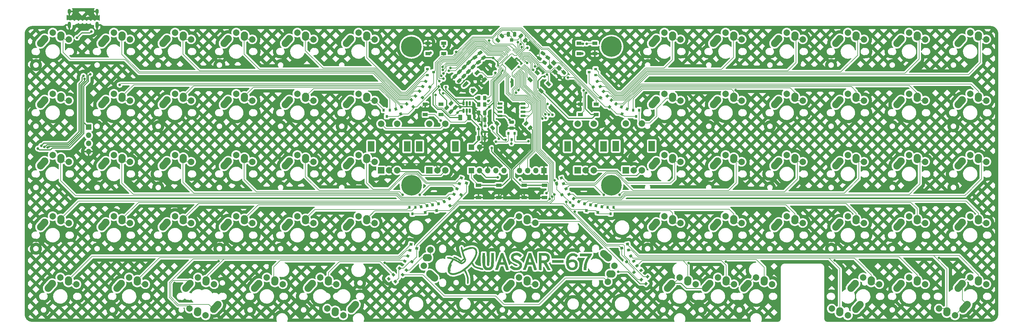
<source format=gbr>
%TF.GenerationSoftware,KiCad,Pcbnew,7.0.7*%
%TF.CreationDate,2023-09-28T00:00:25+02:00*%
%TF.ProjectId,32u4,33327534-2e6b-4696-9361-645f70636258,rev?*%
%TF.SameCoordinates,Original*%
%TF.FileFunction,Copper,L1,Top*%
%TF.FilePolarity,Positive*%
%FSLAX46Y46*%
G04 Gerber Fmt 4.6, Leading zero omitted, Abs format (unit mm)*
G04 Created by KiCad (PCBNEW 7.0.7) date 2023-09-28 00:00:25*
%MOMM*%
%LPD*%
G01*
G04 APERTURE LIST*
G04 Aperture macros list*
%AMRoundRect*
0 Rectangle with rounded corners*
0 $1 Rounding radius*
0 $2 $3 $4 $5 $6 $7 $8 $9 X,Y pos of 4 corners*
0 Add a 4 corners polygon primitive as box body*
4,1,4,$2,$3,$4,$5,$6,$7,$8,$9,$2,$3,0*
0 Add four circle primitives for the rounded corners*
1,1,$1+$1,$2,$3*
1,1,$1+$1,$4,$5*
1,1,$1+$1,$6,$7*
1,1,$1+$1,$8,$9*
0 Add four rect primitives between the rounded corners*
20,1,$1+$1,$2,$3,$4,$5,0*
20,1,$1+$1,$4,$5,$6,$7,0*
20,1,$1+$1,$6,$7,$8,$9,0*
20,1,$1+$1,$8,$9,$2,$3,0*%
%AMHorizOval*
0 Thick line with rounded ends*
0 $1 width*
0 $2 $3 position (X,Y) of the first rounded end (center of the circle)*
0 $4 $5 position (X,Y) of the second rounded end (center of the circle)*
0 Add line between two ends*
20,1,$1,$2,$3,$4,$5,0*
0 Add two circle primitives to create the rounded ends*
1,1,$1,$2,$3*
1,1,$1,$4,$5*%
%AMRotRect*
0 Rectangle, with rotation*
0 The origin of the aperture is its center*
0 $1 length*
0 $2 width*
0 $3 Rotation angle, in degrees counterclockwise*
0 Add horizontal line*
21,1,$1,$2,0,0,$3*%
G04 Aperture macros list end*
%TA.AperFunction,SMDPad,CuDef*%
%ADD10RotRect,0.900000X0.800000X250.000000*%
%TD*%
%TA.AperFunction,SMDPad,CuDef*%
%ADD11RoundRect,0.250000X0.250000X0.475000X-0.250000X0.475000X-0.250000X-0.475000X0.250000X-0.475000X0*%
%TD*%
%TA.AperFunction,SMDPad,CuDef*%
%ADD12RoundRect,0.250000X-0.512652X-0.159099X-0.159099X-0.512652X0.512652X0.159099X0.159099X0.512652X0*%
%TD*%
%TA.AperFunction,SMDPad,CuDef*%
%ADD13R,0.900000X0.800000*%
%TD*%
%TA.AperFunction,ComponentPad*%
%ADD14HorizOval,2.250000X0.019771X0.290016X-0.019771X-0.290016X0*%
%TD*%
%TA.AperFunction,ComponentPad*%
%ADD15C,2.250000*%
%TD*%
%TA.AperFunction,ComponentPad*%
%ADD16C,2.000000*%
%TD*%
%TA.AperFunction,ComponentPad*%
%ADD17HorizOval,2.250000X0.654995X0.730004X-0.654995X-0.730004X0*%
%TD*%
%TA.AperFunction,SMDPad,CuDef*%
%ADD18R,1.500000X1.000000*%
%TD*%
%TA.AperFunction,SMDPad,CuDef*%
%ADD19RoundRect,0.050000X0.309359X-0.238649X-0.238649X0.309359X-0.309359X0.238649X0.238649X-0.309359X0*%
%TD*%
%TA.AperFunction,SMDPad,CuDef*%
%ADD20RoundRect,0.050000X0.309359X0.238649X0.238649X0.309359X-0.309359X-0.238649X-0.238649X-0.309359X0*%
%TD*%
%TA.AperFunction,ComponentPad*%
%ADD21C,0.600000*%
%TD*%
%TA.AperFunction,SMDPad,CuDef*%
%ADD22RoundRect,0.144000X2.059095X0.000000X0.000000X2.059095X-2.059095X0.000000X0.000000X-2.059095X0*%
%TD*%
%TA.AperFunction,SMDPad,CuDef*%
%ADD23RotRect,0.900000X0.800000X210.000000*%
%TD*%
%TA.AperFunction,SMDPad,CuDef*%
%ADD24R,0.800000X0.900000*%
%TD*%
%TA.AperFunction,SMDPad,CuDef*%
%ADD25RoundRect,0.250000X-0.159099X0.512652X-0.512652X0.159099X0.159099X-0.512652X0.512652X-0.159099X0*%
%TD*%
%TA.AperFunction,ComponentPad*%
%ADD26C,0.800000*%
%TD*%
%TA.AperFunction,ComponentPad*%
%ADD27C,6.400000*%
%TD*%
%TA.AperFunction,SMDPad,CuDef*%
%ADD28RoundRect,0.250000X-0.503814X-0.132583X-0.132583X-0.503814X0.503814X0.132583X0.132583X0.503814X0*%
%TD*%
%TA.AperFunction,ComponentPad*%
%ADD29R,1.700000X1.700000*%
%TD*%
%TA.AperFunction,ComponentPad*%
%ADD30O,1.700000X1.700000*%
%TD*%
%TA.AperFunction,SMDPad,CuDef*%
%ADD31RotRect,0.900000X0.800000X300.000000*%
%TD*%
%TA.AperFunction,SMDPad,CuDef*%
%ADD32RoundRect,0.250000X-0.250000X-0.475000X0.250000X-0.475000X0.250000X0.475000X-0.250000X0.475000X0*%
%TD*%
%TA.AperFunction,ComponentPad*%
%ADD33HorizOval,2.250000X-0.019771X-0.290016X0.019771X0.290016X0*%
%TD*%
%TA.AperFunction,ComponentPad*%
%ADD34HorizOval,2.250000X-0.654995X-0.730004X0.654995X0.730004X0*%
%TD*%
%TA.AperFunction,SMDPad,CuDef*%
%ADD35RoundRect,0.250000X0.512652X0.159099X0.159099X0.512652X-0.512652X-0.159099X-0.159099X-0.512652X0*%
%TD*%
%TA.AperFunction,SMDPad,CuDef*%
%ADD36RotRect,0.900000X0.800000X310.000000*%
%TD*%
%TA.AperFunction,SMDPad,CuDef*%
%ADD37RotRect,1.400000X1.200000X315.000000*%
%TD*%
%TA.AperFunction,SMDPad,CuDef*%
%ADD38RotRect,0.900000X0.800000X230.000000*%
%TD*%
%TA.AperFunction,SMDPad,CuDef*%
%ADD39RotRect,0.900000X0.800000X50.000000*%
%TD*%
%TA.AperFunction,ComponentPad*%
%ADD40R,1.000000X1.000000*%
%TD*%
%TA.AperFunction,SMDPad,CuDef*%
%ADD41RoundRect,0.250000X-0.262500X-0.450000X0.262500X-0.450000X0.262500X0.450000X-0.262500X0.450000X0*%
%TD*%
%TA.AperFunction,SMDPad,CuDef*%
%ADD42R,1.700000X1.000000*%
%TD*%
%TA.AperFunction,SMDPad,CuDef*%
%ADD43RotRect,0.900000X0.800000X350.000000*%
%TD*%
%TA.AperFunction,SMDPad,CuDef*%
%ADD44RotRect,0.900000X0.800000X200.000000*%
%TD*%
%TA.AperFunction,ComponentPad*%
%ADD45R,2.000000X2.000000*%
%TD*%
%TA.AperFunction,ComponentPad*%
%ADD46R,2.000000X3.200000*%
%TD*%
%TA.AperFunction,SMDPad,CuDef*%
%ADD47RotRect,0.900000X0.800000X330.000000*%
%TD*%
%TA.AperFunction,SMDPad,CuDef*%
%ADD48RoundRect,0.150000X0.650000X0.150000X-0.650000X0.150000X-0.650000X-0.150000X0.650000X-0.150000X0*%
%TD*%
%TA.AperFunction,SMDPad,CuDef*%
%ADD49RotRect,0.900000X0.800000X140.000000*%
%TD*%
%TA.AperFunction,SMDPad,CuDef*%
%ADD50RoundRect,0.150000X-0.150000X0.512500X-0.150000X-0.512500X0.150000X-0.512500X0.150000X0.512500X0*%
%TD*%
%TA.AperFunction,SMDPad,CuDef*%
%ADD51RotRect,0.900000X0.800000X220.000000*%
%TD*%
%TA.AperFunction,SMDPad,CuDef*%
%ADD52RotRect,0.900000X0.800000X240.000000*%
%TD*%
%TA.AperFunction,SMDPad,CuDef*%
%ADD53RotRect,0.900000X0.800000X280.000000*%
%TD*%
%TA.AperFunction,SMDPad,CuDef*%
%ADD54RoundRect,0.250000X-0.475000X0.250000X-0.475000X-0.250000X0.475000X-0.250000X0.475000X0.250000X0*%
%TD*%
%TA.AperFunction,SMDPad,CuDef*%
%ADD55RotRect,0.900000X0.800000X290.000000*%
%TD*%
%TA.AperFunction,SMDPad,CuDef*%
%ADD56RotRect,0.900000X0.800000X260.000000*%
%TD*%
%TA.AperFunction,SMDPad,CuDef*%
%ADD57RoundRect,0.250000X0.132583X-0.503814X0.503814X-0.132583X-0.132583X0.503814X-0.503814X0.132583X0*%
%TD*%
%TA.AperFunction,SMDPad,CuDef*%
%ADD58RotRect,1.500000X1.000000X135.000000*%
%TD*%
%TA.AperFunction,SMDPad,CuDef*%
%ADD59RotRect,0.900000X0.800000X190.000000*%
%TD*%
%TA.AperFunction,ComponentPad*%
%ADD60HorizOval,2.250000X0.290016X-0.019771X-0.290016X0.019771X0*%
%TD*%
%TA.AperFunction,ComponentPad*%
%ADD61HorizOval,2.250000X0.730004X-0.654995X-0.730004X0.654995X0*%
%TD*%
%TA.AperFunction,SMDPad,CuDef*%
%ADD62RotRect,0.900000X0.800000X320.000000*%
%TD*%
%TA.AperFunction,SMDPad,CuDef*%
%ADD63RotRect,1.500000X1.000000X45.000000*%
%TD*%
%TA.AperFunction,SMDPad,CuDef*%
%ADD64RoundRect,0.250000X-0.375000X-0.625000X0.375000X-0.625000X0.375000X0.625000X-0.375000X0.625000X0*%
%TD*%
%TA.AperFunction,SMDPad,CuDef*%
%ADD65RotRect,0.900000X0.800000X340.000000*%
%TD*%
%TA.AperFunction,SMDPad,CuDef*%
%ADD66RoundRect,0.250000X0.218055X-0.473137X0.519182X-0.043082X-0.218055X0.473137X-0.519182X0.043082X0*%
%TD*%
%TA.AperFunction,SMDPad,CuDef*%
%ADD67RoundRect,0.250000X0.532491X0.067661X0.245703X0.477237X-0.532491X-0.067661X-0.245703X-0.477237X0*%
%TD*%
%TA.AperFunction,SMDPad,CuDef*%
%ADD68RoundRect,0.250000X-0.245703X0.477237X-0.532491X0.067661X0.245703X-0.477237X0.532491X-0.067661X0*%
%TD*%
%TA.AperFunction,ComponentPad*%
%ADD69HorizOval,2.250000X-0.290016X0.019771X0.290016X-0.019771X0*%
%TD*%
%TA.AperFunction,ComponentPad*%
%ADD70HorizOval,2.250000X-0.730004X0.654995X0.730004X-0.654995X0*%
%TD*%
%TA.AperFunction,ComponentPad*%
%ADD71O,1.000000X1.600000*%
%TD*%
%TA.AperFunction,ComponentPad*%
%ADD72O,1.000000X2.100000*%
%TD*%
%TA.AperFunction,ViaPad*%
%ADD73C,0.800000*%
%TD*%
%TA.AperFunction,Conductor*%
%ADD74C,0.200000*%
%TD*%
%TA.AperFunction,Conductor*%
%ADD75C,0.300000*%
%TD*%
%TA.AperFunction,Conductor*%
%ADD76C,0.250000*%
%TD*%
G04 APERTURE END LIST*
%TA.AperFunction,EtchedComponent*%
%TO.C,G\u002A\u002A\u002A*%
G36*
X186073547Y-103743301D02*
G01*
X182570099Y-103743301D01*
X182570099Y-102930000D01*
X186073547Y-102930000D01*
X186073547Y-103743301D01*
G37*
%TD.AperFunction*%
%TA.AperFunction,EtchedComponent*%
G36*
X194894540Y-101132438D02*
G01*
X194885134Y-101264022D01*
X194848163Y-101390900D01*
X194770193Y-101539398D01*
X194637790Y-101735839D01*
X194471509Y-101961379D01*
X194001352Y-102671822D01*
X193652247Y-103393185D01*
X193420126Y-104135906D01*
X193300918Y-104910424D01*
X193295946Y-104976848D01*
X193274918Y-105254839D01*
X193251596Y-105522609D01*
X193230879Y-105724090D01*
X193230084Y-105730714D01*
X193197900Y-105996601D01*
X192763802Y-105996601D01*
X192535893Y-105993790D01*
X192405911Y-105979471D01*
X192346685Y-105944812D01*
X192331049Y-105880980D01*
X192330789Y-105855837D01*
X192344430Y-105597849D01*
X192378538Y-105258172D01*
X192427590Y-104877511D01*
X192486065Y-104496571D01*
X192548439Y-104156057D01*
X192582506Y-104000336D01*
X192698803Y-103608012D01*
X192867328Y-103164491D01*
X193068003Y-102715325D01*
X193280751Y-102306065D01*
X193449717Y-102032800D01*
X193557055Y-101870781D01*
X193627424Y-101753039D01*
X193643498Y-101715501D01*
X193584059Y-101704666D01*
X193418227Y-101695157D01*
X193164732Y-101687507D01*
X192842301Y-101682250D01*
X192469662Y-101679920D01*
X192392266Y-101679852D01*
X191141034Y-101679852D01*
X191141034Y-100866551D01*
X194894729Y-100866551D01*
X194894540Y-101132438D01*
G37*
%TD.AperFunction*%
%TA.AperFunction,EtchedComponent*%
G36*
X176900742Y-103287962D02*
G01*
X177091572Y-103832740D01*
X177268906Y-104341165D01*
X177428561Y-104801084D01*
X177566354Y-105200347D01*
X177678102Y-105526801D01*
X177759623Y-105768297D01*
X177806733Y-105912681D01*
X177816996Y-105949679D01*
X177758928Y-105972917D01*
X177607728Y-105989698D01*
X177395353Y-105996578D01*
X177381818Y-105996601D01*
X176948218Y-105996601D01*
X176679801Y-105183300D01*
X176411383Y-104370000D01*
X174885373Y-104370000D01*
X174785594Y-104635886D01*
X174718644Y-104821328D01*
X174629320Y-105078048D01*
X174534140Y-105358397D01*
X174509054Y-105433546D01*
X174332292Y-105965320D01*
X173884200Y-105983701D01*
X173665933Y-105990314D01*
X173506927Y-105990667D01*
X173438286Y-105984759D01*
X173437589Y-105983701D01*
X173458024Y-105922782D01*
X173515909Y-105755816D01*
X173607055Y-105494749D01*
X173727275Y-105151528D01*
X173872381Y-104738098D01*
X174038184Y-104266404D01*
X174220497Y-103748394D01*
X174304508Y-103509933D01*
X175187833Y-103509933D01*
X175245253Y-103532405D01*
X175397011Y-103548972D01*
X175612353Y-103556533D01*
X175651529Y-103556699D01*
X176115225Y-103556699D01*
X175888216Y-102869569D01*
X175796168Y-102604609D01*
X175714700Y-102395173D01*
X175652810Y-102262775D01*
X175619988Y-102228313D01*
X175585616Y-102302211D01*
X175524561Y-102463936D01*
X175447476Y-102681894D01*
X175365016Y-102924487D01*
X175287834Y-103160122D01*
X175226584Y-103357201D01*
X175191919Y-103484131D01*
X175187833Y-103509933D01*
X174304508Y-103509933D01*
X174365175Y-103337734D01*
X175291282Y-100710147D01*
X175637096Y-100691657D01*
X175982909Y-100673166D01*
X176900742Y-103287962D01*
G37*
%TD.AperFunction*%
%TA.AperFunction,EtchedComponent*%
G36*
X161686079Y-102599870D02*
G01*
X161691964Y-103142978D01*
X161697991Y-103575854D01*
X161705255Y-103913387D01*
X161714851Y-104170464D01*
X161727873Y-104361974D01*
X161745416Y-104502804D01*
X161768574Y-104607842D01*
X161798444Y-104691976D01*
X161836118Y-104770095D01*
X161847190Y-104791001D01*
X162028018Y-105040065D01*
X162258222Y-105185571D01*
X162556643Y-105236940D01*
X162727541Y-105231101D01*
X162950757Y-105200361D01*
X163100949Y-105139229D01*
X163229955Y-105025422D01*
X163245220Y-105008572D01*
X163378403Y-104817042D01*
X163476560Y-104603184D01*
X163484607Y-104576659D01*
X163503919Y-104442467D01*
X163520510Y-104196804D01*
X163533944Y-103853303D01*
X163543781Y-103425596D01*
X163549586Y-102927315D01*
X163551030Y-102508793D01*
X163551379Y-100678867D01*
X164437970Y-100678867D01*
X164412872Y-102633916D01*
X164403716Y-103245472D01*
X164391890Y-103746529D01*
X164374989Y-104151714D01*
X164350608Y-104475649D01*
X164316342Y-104732961D01*
X164269787Y-104938274D01*
X164208537Y-105106212D01*
X164130187Y-105251400D01*
X164032333Y-105388464D01*
X163941886Y-105498012D01*
X163681828Y-105749499D01*
X163393191Y-105914548D01*
X163044900Y-106006716D01*
X162706798Y-106036927D01*
X162447638Y-106039581D01*
X162219456Y-106029500D01*
X162065452Y-106008828D01*
X162049496Y-106004329D01*
X161657511Y-105826981D01*
X161348222Y-105574015D01*
X161115449Y-105236564D01*
X160953010Y-104805762D01*
X160857228Y-104293858D01*
X160840058Y-104080981D01*
X160826228Y-103768459D01*
X160816294Y-103381739D01*
X160810813Y-102946269D01*
X160810342Y-102487496D01*
X160812323Y-102242906D01*
X160829951Y-100710147D01*
X161248148Y-100691742D01*
X161666346Y-100673336D01*
X161686079Y-102599870D01*
G37*
%TD.AperFunction*%
%TA.AperFunction,EtchedComponent*%
G36*
X167393602Y-100944753D02*
G01*
X167480098Y-101181188D01*
X167592924Y-101495448D01*
X167726911Y-101872635D01*
X167876889Y-102297854D01*
X168037690Y-102756208D01*
X168204142Y-103232801D01*
X168371078Y-103712735D01*
X168533328Y-104181115D01*
X168685722Y-104623043D01*
X168823090Y-105023624D01*
X168940264Y-105367960D01*
X169032073Y-105641156D01*
X169093349Y-105828314D01*
X169118922Y-105914538D01*
X169119360Y-105917783D01*
X169072958Y-105964124D01*
X168925642Y-105989541D01*
X168697069Y-105996398D01*
X168274778Y-105996195D01*
X167994927Y-105183097D01*
X167715075Y-104370000D01*
X166192013Y-104370000D01*
X165919602Y-105167660D01*
X165647192Y-105965320D01*
X165224901Y-105983819D01*
X164985766Y-105987502D01*
X164851612Y-105970573D01*
X164803571Y-105930209D01*
X164802611Y-105920710D01*
X164822557Y-105850070D01*
X164878930Y-105676409D01*
X164966529Y-105414703D01*
X165080154Y-105079926D01*
X165214605Y-104687054D01*
X165364681Y-104251061D01*
X165525182Y-103786923D01*
X165624444Y-103501041D01*
X166512617Y-103501041D01*
X166553538Y-103534796D01*
X166665162Y-103551304D01*
X166870820Y-103556474D01*
X166963463Y-103556699D01*
X167217631Y-103551144D01*
X167363099Y-103532629D01*
X167415876Y-103498375D01*
X167414203Y-103478497D01*
X167383553Y-103389508D01*
X167323568Y-103209817D01*
X167243640Y-102967701D01*
X167174269Y-102756075D01*
X166963715Y-102111855D01*
X166759257Y-102721707D01*
X166669514Y-102989955D01*
X166592123Y-103222317D01*
X166537466Y-103387565D01*
X166519070Y-103444129D01*
X166512617Y-103501041D01*
X165624444Y-103501041D01*
X165690909Y-103309615D01*
X165856660Y-102834112D01*
X166017235Y-102375389D01*
X166167435Y-101948421D01*
X166302059Y-101568184D01*
X166415907Y-101249652D01*
X166503779Y-101007800D01*
X166560473Y-100857604D01*
X166563140Y-100850911D01*
X166615491Y-100749926D01*
X166692934Y-100698687D01*
X166833971Y-100680644D01*
X166963401Y-100678867D01*
X167294725Y-100678867D01*
X167393602Y-100944753D01*
G37*
%TD.AperFunction*%
%TA.AperFunction,EtchedComponent*%
G36*
X179535862Y-100714074D02*
G01*
X179946008Y-100716717D01*
X180253586Y-100722884D01*
X180481143Y-100734840D01*
X180651228Y-100754848D01*
X180786390Y-100785172D01*
X180909176Y-100828076D01*
X180983064Y-100859378D01*
X181348039Y-101073376D01*
X181609054Y-101351624D01*
X181770474Y-101701181D01*
X181836666Y-102129107D01*
X181838871Y-102243084D01*
X181812108Y-102588510D01*
X181728415Y-102861864D01*
X181707927Y-102904248D01*
X181592303Y-103084095D01*
X181433627Y-103273224D01*
X181260181Y-103443922D01*
X181100246Y-103568473D01*
X180982104Y-103619161D01*
X180978290Y-103619261D01*
X180871927Y-103657348D01*
X180849763Y-103681648D01*
X180868434Y-103752125D01*
X180942972Y-103912390D01*
X181064352Y-104145249D01*
X181223552Y-104433508D01*
X181411550Y-104759972D01*
X181448893Y-104823397D01*
X181644681Y-105154892D01*
X181818802Y-105449891D01*
X181961199Y-105691341D01*
X182061816Y-105862190D01*
X182110597Y-105945384D01*
X182113066Y-105949679D01*
X182068425Y-105971464D01*
X181926369Y-105987871D01*
X181714581Y-105996127D01*
X181644666Y-105996601D01*
X181149781Y-105996601D01*
X180509108Y-104901773D01*
X179868436Y-103806945D01*
X179254335Y-103806945D01*
X179254335Y-105996601D01*
X178845721Y-105996601D01*
X178582027Y-105984076D01*
X178435580Y-105946944D01*
X178407075Y-105918338D01*
X178400969Y-105840632D01*
X178396065Y-105651426D01*
X178392432Y-105364337D01*
X178390142Y-104992983D01*
X178389265Y-104550980D01*
X178389871Y-104051947D01*
X178392031Y-103509501D01*
X178393398Y-103275111D01*
X178404860Y-101477614D01*
X179254335Y-101477614D01*
X179254335Y-102993645D01*
X179739187Y-102993296D01*
X180008232Y-102984953D01*
X180258910Y-102963334D01*
X180439554Y-102932997D01*
X180447651Y-102930830D01*
X180713153Y-102799156D01*
X180895163Y-102588181D01*
X180981768Y-102321228D01*
X180961056Y-102021621D01*
X180943210Y-101960508D01*
X180857481Y-101788346D01*
X180719204Y-101664175D01*
X180509957Y-101580199D01*
X180211316Y-101528624D01*
X179864310Y-101504040D01*
X179254335Y-101477614D01*
X178404860Y-101477614D01*
X178409754Y-100710147D01*
X179535862Y-100714074D01*
G37*
%TD.AperFunction*%
%TA.AperFunction,EtchedComponent*%
G36*
X171679409Y-100652284D02*
G01*
X172063780Y-100722300D01*
X172310000Y-100811509D01*
X172551675Y-100944708D01*
X172790873Y-101104827D01*
X172902116Y-101193446D01*
X173150144Y-101411461D01*
X172604700Y-102062933D01*
X172379148Y-101842794D01*
X172089417Y-101629739D01*
X171746493Y-101484597D01*
X171403339Y-101429632D01*
X171396258Y-101429606D01*
X171175066Y-101457589D01*
X170943776Y-101529732D01*
X170745910Y-101628329D01*
X170624993Y-101735672D01*
X170619012Y-101745824D01*
X170562927Y-101956892D01*
X170581790Y-102189461D01*
X170648425Y-102343771D01*
X170735348Y-102413702D01*
X170914789Y-102520674D01*
X171164240Y-102652491D01*
X171461193Y-102796953D01*
X171615817Y-102868028D01*
X171942359Y-103020877D01*
X172246483Y-103173434D01*
X172500979Y-103311325D01*
X172678636Y-103420176D01*
X172722417Y-103452634D01*
X172979523Y-103742741D01*
X173134086Y-104103087D01*
X173184488Y-104512773D01*
X173137912Y-104938282D01*
X172990734Y-105295362D01*
X172737057Y-105593419D01*
X172370982Y-105841860D01*
X172341281Y-105857488D01*
X172020184Y-105972916D01*
X171627032Y-106037402D01*
X171204946Y-106048892D01*
X170797048Y-106005330D01*
X170548869Y-105942911D01*
X170296410Y-105838827D01*
X170033476Y-105696123D01*
X169784707Y-105532614D01*
X169574742Y-105366117D01*
X169428218Y-105214446D01*
X169369775Y-105095418D01*
X169369606Y-105090211D01*
X169411302Y-105012751D01*
X169519453Y-104881743D01*
X169638669Y-104757602D01*
X169907731Y-104493537D01*
X170092240Y-104687596D01*
X170417051Y-104952620D01*
X170797417Y-105138746D01*
X171202191Y-105237023D01*
X171600227Y-105238498D01*
X171829690Y-105186963D01*
X172055879Y-105066319D01*
X172240492Y-104884424D01*
X172352742Y-104676964D01*
X172372562Y-104557684D01*
X172345866Y-104396101D01*
X172257293Y-104245906D01*
X172094109Y-104096815D01*
X171843584Y-103938543D01*
X171492986Y-103760806D01*
X171246869Y-103648348D01*
X170926271Y-103498139D01*
X170624259Y-103343036D01*
X170371073Y-103199475D01*
X170196949Y-103083893D01*
X170173381Y-103064820D01*
X169903180Y-102761422D01*
X169742072Y-102421441D01*
X169686906Y-102063587D01*
X169734531Y-101706569D01*
X169881795Y-101369096D01*
X170125549Y-101069876D01*
X170462641Y-100827618D01*
X170558276Y-100779474D01*
X170881456Y-100680044D01*
X171270234Y-100637923D01*
X171679409Y-100652284D01*
G37*
%TD.AperFunction*%
%TA.AperFunction,EtchedComponent*%
G36*
X189043906Y-100775348D02*
G01*
X189487965Y-100810453D01*
X189858772Y-100919154D01*
X190192465Y-101114308D01*
X190345351Y-101238316D01*
X190575576Y-101440456D01*
X190058938Y-102040236D01*
X189786972Y-101832639D01*
X189449484Y-101644350D01*
X189098492Y-101570037D01*
X188753365Y-101602948D01*
X188433473Y-101736333D01*
X188158187Y-101963440D01*
X187946878Y-102277518D01*
X187858938Y-102504633D01*
X187790683Y-102746859D01*
X187769476Y-102886102D01*
X187804182Y-102938535D01*
X187903664Y-102920329D01*
X188052781Y-102858297D01*
X188474031Y-102728994D01*
X188920089Y-102691368D01*
X189357791Y-102742959D01*
X189753971Y-102881306D01*
X189949858Y-102999022D01*
X190143582Y-103182230D01*
X190321357Y-103422834D01*
X190370353Y-103509192D01*
X190462071Y-103707917D01*
X190514201Y-103893635D01*
X190537035Y-104116336D01*
X190541126Y-104338719D01*
X190496889Y-104809514D01*
X190359493Y-105200612D01*
X190122920Y-105522106D01*
X189781153Y-105784086D01*
X189630438Y-105866158D01*
X189183274Y-106021758D01*
X188714015Y-106060053D01*
X188246866Y-105979980D01*
X188111296Y-105932930D01*
X187875235Y-105811967D01*
X187639633Y-105647354D01*
X187558581Y-105576127D01*
X187281023Y-105247069D01*
X187081637Y-104865058D01*
X186954842Y-104413531D01*
X186908044Y-103992727D01*
X187710992Y-103992727D01*
X187789283Y-104329525D01*
X187915642Y-104704498D01*
X188103121Y-104978930D01*
X188364316Y-105167612D01*
X188572356Y-105249101D01*
X188732460Y-105291402D01*
X188857032Y-105296592D01*
X189012765Y-105264250D01*
X189080059Y-105245909D01*
X189271476Y-105157925D01*
X189457678Y-105020407D01*
X189486709Y-104991903D01*
X189582542Y-104881335D01*
X189637797Y-104773540D01*
X189663494Y-104629265D01*
X189670653Y-104409255D01*
X189670837Y-104336033D01*
X189666463Y-104089571D01*
X189646546Y-103930204D01*
X189600899Y-103820018D01*
X189519332Y-103721097D01*
X189500441Y-103701955D01*
X189378852Y-103601862D01*
X189237249Y-103544161D01*
X189031241Y-103513576D01*
X188931529Y-103506183D01*
X188638038Y-103506814D01*
X188390105Y-103560802D01*
X188142823Y-103683011D01*
X187908895Y-103844660D01*
X187710992Y-103992727D01*
X186908044Y-103992727D01*
X186895054Y-103875925D01*
X186888515Y-103587980D01*
X186928277Y-102905903D01*
X187047757Y-102319070D01*
X187247880Y-101825525D01*
X187529574Y-101423312D01*
X187893764Y-101110476D01*
X188124650Y-100978218D01*
X188360171Y-100870106D01*
X188553613Y-100808356D01*
X188760070Y-100780808D01*
X189034639Y-100775303D01*
X189043906Y-100775348D01*
G37*
%TD.AperFunction*%
%TA.AperFunction,EtchedComponent*%
G36*
X154407907Y-98733822D02*
G01*
X154461040Y-98783109D01*
X154532094Y-98902307D01*
X154604920Y-99100963D01*
X154660451Y-99321228D01*
X154744477Y-99743964D01*
X155005301Y-99591111D01*
X155458169Y-99357388D01*
X155954805Y-99155271D01*
X156465429Y-98993072D01*
X156960256Y-98879104D01*
X157409505Y-98821680D01*
X157749548Y-98825142D01*
X158218885Y-98922511D01*
X158600151Y-99103301D01*
X158892727Y-99361449D01*
X159095995Y-99690888D01*
X159209337Y-100085555D01*
X159232134Y-100539384D01*
X159163769Y-101046312D01*
X159003622Y-101600273D01*
X158751076Y-102195203D01*
X158405513Y-102825038D01*
X158191528Y-103160332D01*
X157850267Y-103671108D01*
X157988421Y-103942352D01*
X158171028Y-104260084D01*
X158373742Y-104519570D01*
X158614419Y-104731648D01*
X158910917Y-104907152D01*
X159281092Y-105056919D01*
X159742800Y-105191785D01*
X160235616Y-105306022D01*
X160521942Y-105372576D01*
X160774387Y-105441011D01*
X160960090Y-105501885D01*
X161033276Y-105535255D01*
X161150864Y-105665368D01*
X161160526Y-105816266D01*
X161076773Y-105936881D01*
X161018424Y-105964954D01*
X160921784Y-105971841D01*
X160767575Y-105955151D01*
X160536516Y-105912494D01*
X160209329Y-105841480D01*
X160091428Y-105814719D01*
X159454007Y-105649229D01*
X158926700Y-105465769D01*
X158494864Y-105255909D01*
X158143853Y-105011216D01*
X157859023Y-104723261D01*
X157635858Y-104401033D01*
X157470159Y-104118290D01*
X157071793Y-104548562D01*
X156926692Y-104696584D01*
X156728053Y-104887540D01*
X156496402Y-105103017D01*
X156252263Y-105324604D01*
X156016163Y-105533890D01*
X155808626Y-105712465D01*
X155650179Y-105841917D01*
X155561347Y-105903835D01*
X155560379Y-105904277D01*
X155581425Y-105959132D01*
X155649164Y-106104934D01*
X155753719Y-106321025D01*
X155885209Y-106586748D01*
X155920608Y-106657469D01*
X156158563Y-107160929D01*
X156330173Y-107603966D01*
X156444867Y-108025727D01*
X156512076Y-108465357D01*
X156541229Y-108962003D01*
X156544483Y-109247298D01*
X156539136Y-109657239D01*
X156522856Y-109946942D01*
X156495284Y-110120842D01*
X156469409Y-110175714D01*
X156352437Y-110236084D01*
X156210684Y-110246324D01*
X156101126Y-110206886D01*
X156077357Y-110172586D01*
X156066694Y-110085118D01*
X156054247Y-109896648D01*
X156041280Y-109631259D01*
X156029055Y-109313036D01*
X156024041Y-109155960D01*
X156001270Y-108654931D01*
X155965612Y-108265891D01*
X155915731Y-107976239D01*
X155887812Y-107873448D01*
X155803234Y-107641108D01*
X155682899Y-107356473D01*
X155543247Y-107053943D01*
X155400716Y-106767918D01*
X155271747Y-106532800D01*
X155179717Y-106391681D01*
X155074286Y-106256256D01*
X154573793Y-106563130D01*
X153850434Y-106959204D01*
X153142082Y-107253298D01*
X152460245Y-107441535D01*
X151816431Y-107520037D01*
X151727241Y-107522078D01*
X151434256Y-107518220D01*
X151217046Y-107494097D01*
X151026786Y-107440881D01*
X150840077Y-107361673D01*
X150489151Y-107135915D01*
X150231647Y-106833573D01*
X150067873Y-106461649D01*
X150051162Y-106357520D01*
X150601133Y-106357520D01*
X150638776Y-106451804D01*
X150729664Y-106590167D01*
X150840731Y-106726096D01*
X150911070Y-106793528D01*
X151157374Y-106918533D01*
X151493414Y-106980214D01*
X151900461Y-106977628D01*
X152359787Y-106909835D01*
X152514894Y-106874180D01*
X153167301Y-106659954D01*
X153844792Y-106343149D01*
X154532245Y-105937641D01*
X155214540Y-105457307D01*
X155876557Y-104916025D01*
X156503176Y-104327670D01*
X157079275Y-103706120D01*
X157589735Y-103065252D01*
X158019435Y-102418943D01*
X158353255Y-101781069D01*
X158515018Y-101367507D01*
X158628745Y-100935383D01*
X158679104Y-100527719D01*
X158665259Y-100170203D01*
X158586372Y-99888523D01*
X158564572Y-99846760D01*
X158359386Y-99609907D01*
X158068325Y-99454847D01*
X157699995Y-99381340D01*
X157263001Y-99389147D01*
X156765950Y-99478029D01*
X156217446Y-99647747D01*
X155626095Y-99898061D01*
X155559138Y-99930340D01*
X155258548Y-100083038D01*
X155060682Y-100199452D01*
X154951731Y-100288867D01*
X154917888Y-100360568D01*
X154917882Y-100361528D01*
X154941510Y-100509401D01*
X155005712Y-100743360D01*
X155100464Y-101035052D01*
X155215744Y-101356126D01*
X155341529Y-101678230D01*
X155467794Y-101973012D01*
X155545492Y-102136772D01*
X155657765Y-102374130D01*
X155743594Y-102580417D01*
X155789538Y-102722284D01*
X155793744Y-102752652D01*
X155739102Y-103007762D01*
X155590974Y-103283910D01*
X155373055Y-103558272D01*
X155109041Y-103808019D01*
X154822627Y-104010325D01*
X154537508Y-104142364D01*
X154309678Y-104182315D01*
X154182184Y-104150476D01*
X153974544Y-104062678D01*
X153711943Y-103930500D01*
X153478657Y-103800259D01*
X153163081Y-103619998D01*
X153159381Y-103617946D01*
X154302366Y-103617946D01*
X154315192Y-103683947D01*
X154421775Y-103670997D01*
X154617499Y-103574065D01*
X154768383Y-103478497D01*
X154935195Y-103348244D01*
X155097617Y-103191949D01*
X155233254Y-103035642D01*
X155319712Y-102905354D01*
X155334597Y-102827116D01*
X155331767Y-102823622D01*
X155248868Y-102821319D01*
X155100626Y-102884165D01*
X154916000Y-102995076D01*
X154723951Y-103136965D01*
X154576449Y-103269224D01*
X154387913Y-103478027D01*
X154302366Y-103617946D01*
X153159381Y-103617946D01*
X152829412Y-103434933D01*
X152523784Y-103270396D01*
X152346785Y-103178756D01*
X151871501Y-102939309D01*
X151447712Y-103576452D01*
X151270913Y-103846414D01*
X151158805Y-104030710D01*
X151103743Y-104145766D01*
X151098077Y-104208009D01*
X151134161Y-104233863D01*
X151140976Y-104235309D01*
X151245414Y-104266495D01*
X151295814Y-104326351D01*
X151292939Y-104437623D01*
X151237553Y-104623055D01*
X151160850Y-104827473D01*
X150993766Y-105312031D01*
X150903625Y-105706014D01*
X150890990Y-106006546D01*
X150909884Y-106107578D01*
X150935472Y-106294254D01*
X150892738Y-106402772D01*
X150792082Y-106417133D01*
X150728165Y-106387080D01*
X150632328Y-106344667D01*
X150601133Y-106357520D01*
X150051162Y-106357520D01*
X150013319Y-106121724D01*
X150548450Y-106121724D01*
X150558281Y-106210538D01*
X150580005Y-106199926D01*
X150588268Y-106071841D01*
X150580005Y-106043522D01*
X150557170Y-106035663D01*
X150548450Y-106121724D01*
X150013319Y-106121724D01*
X149998139Y-106027141D01*
X150016956Y-105652512D01*
X150550768Y-105652512D01*
X150557530Y-105759356D01*
X150577115Y-105768763D01*
X150579608Y-105763185D01*
X150591984Y-105638989D01*
X150581926Y-105575501D01*
X150562012Y-105549988D01*
X150551180Y-105633084D01*
X150550768Y-105652512D01*
X150016956Y-105652512D01*
X150022755Y-105537049D01*
X150067606Y-105334491D01*
X150606072Y-105334491D01*
X150617574Y-105415634D01*
X150638931Y-105416603D01*
X150653865Y-105332871D01*
X150643870Y-105296693D01*
X150616090Y-105272996D01*
X150606072Y-105334491D01*
X150067606Y-105334491D01*
X150114935Y-105120739D01*
X150663695Y-105120739D01*
X150686585Y-105172234D01*
X150705402Y-105162446D01*
X150712890Y-105088200D01*
X150705402Y-105079031D01*
X150668210Y-105087619D01*
X150663695Y-105120739D01*
X150114935Y-105120739D01*
X150142030Y-104998373D01*
X150166147Y-104933054D01*
X150726256Y-104933054D01*
X150749146Y-104984549D01*
X150767964Y-104974762D01*
X150775451Y-104900516D01*
X150767964Y-104891346D01*
X150730771Y-104899934D01*
X150726256Y-104933054D01*
X150166147Y-104933054D01*
X150223895Y-104776650D01*
X150790734Y-104776650D01*
X150816550Y-104787841D01*
X150851379Y-104745369D01*
X150904318Y-104631318D01*
X150912025Y-104588965D01*
X150886209Y-104577774D01*
X150851379Y-104620246D01*
X150798441Y-104734297D01*
X150790734Y-104776650D01*
X150223895Y-104776650D01*
X150339390Y-104463842D01*
X150913941Y-104463842D01*
X150945222Y-104495123D01*
X150976502Y-104463842D01*
X150945222Y-104432561D01*
X150913941Y-104463842D01*
X150339390Y-104463842D01*
X150356274Y-104418112D01*
X150396241Y-104338719D01*
X150976502Y-104338719D01*
X151007783Y-104370000D01*
X151039064Y-104338719D01*
X151007783Y-104307438D01*
X150976502Y-104338719D01*
X150396241Y-104338719D01*
X150665795Y-103803266D01*
X150681529Y-103775665D01*
X150836488Y-103515842D01*
X151003570Y-103252241D01*
X151147118Y-103041080D01*
X151149614Y-103037626D01*
X151261370Y-102875368D01*
X151330924Y-102758860D01*
X151343718Y-102718240D01*
X151234946Y-102665506D01*
X151040585Y-102602735D01*
X150798591Y-102539716D01*
X150546919Y-102486238D01*
X150323522Y-102452091D01*
X150304131Y-102450109D01*
X150034514Y-102408871D01*
X149872308Y-102340791D01*
X149800754Y-102234448D01*
X149798670Y-102105586D01*
X149817540Y-102032026D01*
X149866523Y-101988946D01*
X149973089Y-101968266D01*
X150164706Y-101961907D01*
X150288325Y-101961566D01*
X150792476Y-102004017D01*
X151226749Y-102113967D01*
X151453571Y-102198970D01*
X151756682Y-102328592D01*
X152108970Y-102489581D01*
X152483323Y-102668683D01*
X152852630Y-102852646D01*
X153189778Y-103028218D01*
X153467656Y-103182145D01*
X153659152Y-103301175D01*
X153667434Y-103307011D01*
X153804501Y-103392965D01*
X153882031Y-103402248D01*
X153921761Y-103362240D01*
X153931090Y-103288432D01*
X153838229Y-103253280D01*
X153705752Y-103199135D01*
X153542622Y-103090490D01*
X153492512Y-103049028D01*
X153318061Y-102922096D01*
X153063796Y-102768952D01*
X152766439Y-102608929D01*
X152462716Y-102461359D01*
X152189351Y-102345574D01*
X152087842Y-102309580D01*
X151898375Y-102233132D01*
X151811054Y-102145166D01*
X151804130Y-102016668D01*
X151818339Y-101950041D01*
X151854321Y-101851791D01*
X151921685Y-101811243D01*
X152059217Y-101812640D01*
X152136617Y-101820742D01*
X152363491Y-101872061D01*
X152638964Y-101973463D01*
X152941176Y-102112147D01*
X153248269Y-102275316D01*
X153538384Y-102450170D01*
X153789662Y-102623910D01*
X153980243Y-102783738D01*
X154088269Y-102916853D01*
X154104581Y-102973037D01*
X154145114Y-102988787D01*
X154260680Y-102917335D01*
X154424937Y-102779775D01*
X154610303Y-102626841D01*
X154781189Y-102509070D01*
X154894148Y-102454387D01*
X155007412Y-102414531D01*
X155043005Y-102384644D01*
X155021194Y-102316335D01*
X154962500Y-102158766D01*
X154877032Y-101938638D01*
X154815469Y-101783554D01*
X154718647Y-101516996D01*
X154608821Y-101174918D01*
X154493426Y-100785059D01*
X154379898Y-100375159D01*
X154275674Y-99972955D01*
X154188189Y-99606188D01*
X154124879Y-99302595D01*
X154093180Y-99089915D01*
X154093082Y-99088755D01*
X154097183Y-98909715D01*
X154159655Y-98799171D01*
X154209478Y-98759870D01*
X154321520Y-98702360D01*
X154407907Y-98733822D01*
G37*
%TD.AperFunction*%
%TD*%
D10*
%TO.P,D1819,1,A*%
%TO.N,Net-(SW18-A)*%
X205884728Y-55885227D03*
%TO.P,D1819,2,A*%
%TO.N,Net-(SW19-A)*%
X204099312Y-55235388D03*
%TO.P,D1819,3,K*%
%TO.N,ROW1*%
X204307980Y-57439693D03*
%TD*%
D11*
%TO.P,C4,1*%
%TO.N,+3V3*%
X161550000Y-59190000D03*
%TO.P,C4,2*%
%TO.N,GND*%
X159650000Y-59190000D03*
%TD*%
D12*
%TO.P,C8,1*%
%TO.N,+1V1*%
X172818249Y-33118249D03*
%TO.P,C8,2*%
%TO.N,GND*%
X174161751Y-34461751D03*
%TD*%
D13*
%TO.P,D407,1,A*%
%TO.N,Net-(SW5-A)*%
X143670000Y-43430000D03*
%TO.P,D407,2,A*%
%TO.N,Net-(SW4-A)*%
X143670000Y-45330000D03*
%TO.P,D407,3,K*%
%TO.N,ROW0*%
X145670000Y-44380000D03*
%TD*%
D14*
%TO.P,SW14,1,A*%
%TO.N,Net-(SW14-A)*%
X105719771Y-52259984D03*
D15*
X105740000Y-51970000D03*
D16*
X108200000Y-53250000D03*
D17*
%TO.P,SW14,2,B*%
%TO.N,COL4*%
X100044995Y-53779996D03*
D15*
X100700000Y-53050000D03*
D16*
X103200000Y-51150000D03*
%TD*%
D14*
%TO.P,SW35,1,A*%
%TO.N,Net-(SW35-A)*%
X124769771Y-90359984D03*
D15*
X124790000Y-90070000D03*
D16*
X127250000Y-91350000D03*
D17*
%TO.P,SW35,2,B*%
%TO.N,COL5*%
X119094995Y-91879996D03*
D15*
X119750000Y-91150000D03*
D16*
X122250000Y-89250000D03*
%TD*%
D14*
%TO.P,SW15,1,A*%
%TO.N,enc-left-row*%
X124769771Y-52259984D03*
D15*
X124790000Y-51970000D03*
D16*
X127250000Y-53250000D03*
D17*
%TO.P,SW15,2,B*%
%TO.N,COL5*%
X119094995Y-53779996D03*
D15*
X119750000Y-53050000D03*
D16*
X122250000Y-51150000D03*
%TD*%
D18*
%TO.P,DLED2,1,VDD*%
%TO.N,+5V*%
X190960000Y-35450000D03*
%TO.P,DLED2,2,DOUT*%
%TO.N,Net-(DLED2-DOUT)*%
X190960000Y-38650000D03*
%TO.P,DLED2,3,VSS*%
%TO.N,GND*%
X195860000Y-38650000D03*
%TO.P,DLED2,4,DIN*%
%TO.N,Net-(DLED1-DOUT)*%
X195860000Y-35450000D03*
%TD*%
D14*
%TO.P,SW31,1,A*%
%TO.N,Net-(SW31-A)*%
X48569771Y-90359984D03*
D15*
X48590000Y-90070000D03*
D16*
X51050000Y-91350000D03*
D17*
%TO.P,SW31,2,B*%
%TO.N,COL1*%
X42894995Y-91879996D03*
D15*
X43550000Y-91150000D03*
D16*
X46050000Y-89250000D03*
%TD*%
D19*
%TO.P,U3,1,IOVDD*%
%TO.N,+3V3*%
X170482202Y-45917596D03*
%TO.P,U3,2,GPIO0*%
%TO.N,SDA*%
X170765045Y-45634753D03*
%TO.P,U3,3,GPIO1*%
%TO.N,SCL*%
X171047887Y-45351911D03*
%TO.P,U3,4,GPIO2*%
%TO.N,ENC1da*%
X171330730Y-45069068D03*
%TO.P,U3,5,GPIO3*%
%TO.N,ENC1db*%
X171613573Y-44786225D03*
%TO.P,U3,6,GPIO4*%
%TO.N,ROW2*%
X171896415Y-44503383D03*
%TO.P,U3,7,GPIO5*%
%TO.N,ROW3*%
X172179258Y-44220540D03*
%TO.P,U3,8,GPIO6*%
%TO.N,ROW4*%
X172462101Y-43937697D03*
%TO.P,U3,9,GPIO7*%
%TO.N,ROW5*%
X172744944Y-43654854D03*
%TO.P,U3,10,IOVDD*%
%TO.N,+3V3*%
X173027786Y-43372012D03*
%TO.P,U3,11,GPIO8*%
%TO.N,COL7*%
X173310629Y-43089169D03*
%TO.P,U3,12,GPIO9*%
%TO.N,LED_SIGNAL*%
X173593472Y-42806326D03*
%TO.P,U3,13,GPIO10*%
%TO.N,COL8*%
X173876314Y-42523484D03*
%TO.P,U3,14,GPIO11*%
%TO.N,COL9*%
X174159157Y-42240641D03*
D20*
%TO.P,U3,15,GPIO12*%
%TO.N,COL6*%
X174159157Y-41056237D03*
%TO.P,U3,16,GPIO13*%
%TO.N,COL10*%
X173876314Y-40773394D03*
%TO.P,U3,17,GPIO14*%
%TO.N,COL11*%
X173593472Y-40490552D03*
%TO.P,U3,18,GPIO15*%
%TO.N,COL12*%
X173310629Y-40207709D03*
%TO.P,U3,19,TESTEN*%
%TO.N,GND*%
X173027786Y-39924866D03*
%TO.P,U3,20,XIN*%
%TO.N,/Rp2040 /XIN*%
X172744944Y-39642024D03*
%TO.P,U3,21,XOUT*%
%TO.N,/Rp2040 /XOUT*%
X172462101Y-39359181D03*
%TO.P,U3,22,IOVDD*%
%TO.N,+3V3*%
X172179258Y-39076338D03*
%TO.P,U3,23,DVDD*%
%TO.N,+1V1*%
X171896415Y-38793495D03*
%TO.P,U3,24,SWCLK*%
%TO.N,/Rp2040 /SWCLK*%
X171613573Y-38510653D03*
%TO.P,U3,25,SWD*%
%TO.N,/Rp2040 /SWD*%
X171330730Y-38227810D03*
%TO.P,U3,26,RUN*%
%TO.N,/Rp2040 /RUN*%
X171047887Y-37944967D03*
%TO.P,U3,27,GPIO16*%
%TO.N,ROW1*%
X170765045Y-37662125D03*
%TO.P,U3,28,GPIO17*%
%TO.N,ROW0*%
X170482202Y-37379282D03*
D19*
%TO.P,U3,29,GPIO18*%
%TO.N,COL0*%
X169297798Y-37379282D03*
%TO.P,U3,30,GPIO19*%
%TO.N,COL1*%
X169014955Y-37662125D03*
%TO.P,U3,31,GPIO20*%
%TO.N,COL2*%
X168732113Y-37944967D03*
%TO.P,U3,32,GPIO21*%
%TO.N,COL5*%
X168449270Y-38227810D03*
%TO.P,U3,33,IOVDD*%
%TO.N,+3V3*%
X168166427Y-38510653D03*
%TO.P,U3,34,GPIO22*%
%TO.N,COL4*%
X167883585Y-38793495D03*
%TO.P,U3,35,GPIO23*%
%TO.N,COL3*%
X167600742Y-39076338D03*
%TO.P,U3,36,GPIO24*%
%TO.N,ENC0db*%
X167317899Y-39359181D03*
%TO.P,U3,37,GPIO25*%
%TO.N,ENC0da*%
X167035056Y-39642024D03*
%TO.P,U3,38,GPIO26_ADC0*%
%TO.N,/Rp2040 /GPIO26_ADC0*%
X166752214Y-39924866D03*
%TO.P,U3,39,GPIO27_ADC1*%
%TO.N,/Rp2040 /GPIO27_ADC1*%
X166469371Y-40207709D03*
%TO.P,U3,40,GPIO28_ADC2*%
%TO.N,/Rp2040 /GPIO28_ADC2*%
X166186528Y-40490552D03*
%TO.P,U3,41,GPIO29_ADC3*%
%TO.N,/Rp2040 /GPIO29_ADC3*%
X165903686Y-40773394D03*
%TO.P,U3,42,IOVDD*%
%TO.N,+3V3*%
X165620843Y-41056237D03*
D20*
%TO.P,U3,43,ADC_AVDD*%
X165620843Y-42240641D03*
%TO.P,U3,44,VREG_IN*%
X165903686Y-42523484D03*
%TO.P,U3,45,VREG_VOUT*%
%TO.N,+1V1*%
X166186528Y-42806326D03*
%TO.P,U3,46,USB_DM*%
%TO.N,Net-(U3-USB_DM)*%
X166469371Y-43089169D03*
%TO.P,U3,47,USB_DP*%
%TO.N,Net-(U3-USB_DP)*%
X166752214Y-43372012D03*
%TO.P,U3,48,USB_VDD*%
%TO.N,+3V3*%
X167035056Y-43654854D03*
%TO.P,U3,49,IOVDD*%
X167317899Y-43937697D03*
%TO.P,U3,50,DVDD*%
%TO.N,+1V1*%
X167600742Y-44220540D03*
%TO.P,U3,51,QSPI_SD3*%
%TO.N,/Rp2040 /QSPI_SD3*%
X167883585Y-44503383D03*
%TO.P,U3,52,QSPI_SCLK*%
%TO.N,/Rp2040 /QSPI_SCLK*%
X168166427Y-44786225D03*
%TO.P,U3,53,QSPI_SD0*%
%TO.N,/Rp2040 /QSPI_SD0*%
X168449270Y-45069068D03*
%TO.P,U3,54,QSPI_SD2*%
%TO.N,/Rp2040 /QSPI_SD2*%
X168732113Y-45351911D03*
%TO.P,U3,55,QSPI_SD1*%
%TO.N,/Rp2040 /QSPI_SD1*%
X169014955Y-45634753D03*
%TO.P,U3,56,QSPI_SS*%
%TO.N,/Rp2040 /QSPI_SS*%
X169297798Y-45917596D03*
D21*
%TO.P,U3,57,GND*%
%TO.N,GND*%
X169890000Y-43451561D03*
X170791561Y-42550000D03*
X171693122Y-41648439D03*
X168988439Y-42550000D03*
X169890000Y-41648439D03*
D22*
X169890000Y-41648439D03*
D21*
X170791561Y-40746878D03*
X168086878Y-41648439D03*
X168988439Y-40746878D03*
X169890000Y-39845317D03*
%TD*%
D14*
%TO.P,SW25,1,A*%
%TO.N,Net-(SW25-A)*%
X124769771Y-71309984D03*
D15*
X124790000Y-71020000D03*
D16*
X127250000Y-72300000D03*
D17*
%TO.P,SW25,2,B*%
%TO.N,COL5*%
X119094995Y-72829996D03*
D15*
X119750000Y-72100000D03*
D16*
X122250000Y-70200000D03*
%TD*%
D23*
%TO.P,D2,1,A*%
%TO.N,Net-(SW53-A)*%
X207951025Y-103252724D03*
%TO.P,D2,2,A*%
%TO.N,Net-(SW49-A)*%
X207001025Y-101607276D03*
%TO.P,D2,3,K*%
%TO.N,ROW4*%
X205743975Y-103430000D03*
%TD*%
D24*
%TO.P,D3435,1,A*%
%TO.N,Net-(SW35-A)*%
X139960000Y-86470000D03*
%TO.P,D3435,2,A*%
%TO.N,Net-(SW34-A)*%
X138060000Y-86470000D03*
%TO.P,D3435,3,K*%
%TO.N,ROW3*%
X139010000Y-88470000D03*
%TD*%
%TO.P,D1617,1,A*%
%TO.N,enc-right-row*%
X209640000Y-56210000D03*
%TO.P,D1617,2,A*%
%TO.N,Net-(SW17-A)*%
X207740000Y-56210000D03*
%TO.P,D1617,3,K*%
%TO.N,ROW1*%
X208690000Y-58210000D03*
%TD*%
D25*
%TO.P,C2,1*%
%TO.N,/Rp2040 /XIN*%
X186151751Y-44518249D03*
%TO.P,C2,2*%
%TO.N,GND*%
X184808249Y-45861751D03*
%TD*%
D14*
%TO.P,SW1.1,1,A*%
%TO.N,Net-(SW1.1-A)*%
X48569771Y-52259984D03*
D15*
X48590000Y-51970000D03*
D16*
X51050000Y-53250000D03*
D17*
%TO.P,SW1.1,2,B*%
%TO.N,COL1*%
X42894995Y-53779996D03*
D15*
X43550000Y-53050000D03*
D16*
X46050000Y-51150000D03*
%TD*%
D26*
%TO.P,REF\u002A\u002A,1*%
%TO.N,N/C*%
X136330000Y-79610000D03*
X137032944Y-77912944D03*
X137032944Y-81307056D03*
X138730000Y-77210000D03*
D27*
X138730000Y-79610000D03*
D26*
X138730000Y-82010000D03*
X140427056Y-77912944D03*
X140427056Y-81307056D03*
X141130000Y-79610000D03*
%TD*%
D28*
%TO.P,R7,1*%
%TO.N,Net-(J0-CC1)*%
X151074765Y-54104765D03*
%TO.P,R7,2*%
%TO.N,GND*%
X152365235Y-55395235D03*
%TD*%
D29*
%TO.P,J1,1,Pin_1*%
%TO.N,/Rp2040 /RUN*%
X157370000Y-75055000D03*
D30*
%TO.P,J1,2,Pin_2*%
%TO.N,+3V3*%
X159910000Y-75055000D03*
%TO.P,J1,3,Pin_3*%
%TO.N,GND*%
X162450000Y-75055000D03*
%TO.P,J1,4,Pin_4*%
%TO.N,/Rp2040 /SWD*%
X164990000Y-75055000D03*
%TO.P,J1,5,Pin_5*%
%TO.N,/Rp2040 /SWCLK*%
X167530000Y-75055000D03*
%TD*%
D14*
%TO.P,SW47,1,A*%
%TO.N,Net-(SW47-A)*%
X224782271Y-109409984D03*
D15*
X224802500Y-109120000D03*
D16*
X227262500Y-110400000D03*
D17*
%TO.P,SW47,2,B*%
%TO.N,COL7*%
X219107495Y-110929996D03*
D15*
X219762500Y-110200000D03*
D16*
X222262500Y-108300000D03*
%TD*%
D31*
%TO.P,D2021,1,A*%
%TO.N,Net-(SW21-A)*%
X150552724Y-83778975D03*
%TO.P,D2021,2,A*%
%TO.N,Net-(SW20-A)*%
X148907276Y-84728975D03*
%TO.P,D2021,3,K*%
%TO.N,ROW2*%
X150730000Y-85986025D03*
%TD*%
D14*
%TO.P,SW2,1,A*%
%TO.N,Net-(SW2-A)*%
X67619771Y-33209984D03*
D15*
X67640000Y-32920000D03*
D16*
X70100000Y-34200000D03*
D17*
%TO.P,SW2,2,B*%
%TO.N,COL2*%
X61944995Y-34729996D03*
D15*
X62600000Y-34000000D03*
D16*
X65100000Y-32100000D03*
%TD*%
D32*
%TO.P,C7,1*%
%TO.N,+1V1*%
X168920000Y-32620000D03*
%TO.P,C7,2*%
%TO.N,GND*%
X170820000Y-32620000D03*
%TD*%
D33*
%TO.P,SW12,1,A*%
%TO.N,Net-(SW12-A)*%
X72105229Y-118990016D03*
D15*
X72085000Y-119280000D03*
D16*
X69625000Y-118000000D03*
D34*
%TO.P,SW12,2,B*%
%TO.N,COL2*%
X77780005Y-117470004D03*
D15*
X77125000Y-118200000D03*
D16*
X74625000Y-120100000D03*
%TD*%
D35*
%TO.P,C9,1*%
%TO.N,+3V3*%
X153571751Y-47081751D03*
%TO.P,C9,2*%
%TO.N,GND*%
X152228249Y-45738249D03*
%TD*%
D14*
%TO.P,SW48,1,A*%
%TO.N,Net-(SW48-A)*%
X96194771Y-109409984D03*
D15*
X96215000Y-109120000D03*
D16*
X98675000Y-110400000D03*
D17*
%TO.P,SW48,2,B*%
%TO.N,COL3*%
X90519995Y-110929996D03*
D15*
X91175000Y-110200000D03*
D16*
X93675000Y-108300000D03*
%TD*%
D36*
%TO.P,D1011,1,A*%
%TO.N,Net-(SW1.0-A)*%
X138724955Y-53073307D03*
%TO.P,D1011,2,A*%
%TO.N,Net-(SW1.1-A)*%
X137269470Y-54294604D03*
%TO.P,D1011,3,K*%
%TO.N,ROW1*%
X139282788Y-55216044D03*
%TD*%
D37*
%TO.P,Y0,1,1*%
%TO.N,Net-(C3-Pad1)*%
X181867919Y-42762081D03*
%TO.P,Y0,2,2*%
%TO.N,GND*%
X183423554Y-44317716D03*
%TO.P,Y0,3,3*%
%TO.N,/Rp2040 /XIN*%
X184625635Y-43115635D03*
%TO.P,Y0,4,4*%
%TO.N,GND*%
X183070000Y-41560000D03*
%TD*%
D14*
%TO.P,SW49,1,A*%
%TO.N,Net-(SW49-A)*%
X281932271Y-109409984D03*
D15*
X281952500Y-109120000D03*
D16*
X284412500Y-110400000D03*
D17*
%TO.P,SW49,2,B*%
%TO.N,COL9*%
X276257495Y-110929996D03*
D15*
X276912500Y-110200000D03*
D16*
X279412500Y-108300000D03*
%TD*%
D38*
%TO.P,D110111,1,A*%
%TO.N,Net-(SW110-A)*%
X202460530Y-54304604D03*
%TO.P,D110111,2,A*%
%TO.N,Net-(SW111-A)*%
X201005045Y-53083307D03*
%TO.P,D110111,3,K*%
%TO.N,ROW1*%
X200447212Y-55226044D03*
%TD*%
D18*
%TO.P,DLED4,1,VDD*%
%TO.N,+5V*%
X147880000Y-57580000D03*
%TO.P,DLED4,2,DOUT*%
%TO.N,unconnected-(DLED4-DOUT-Pad2)*%
X147880000Y-54380000D03*
%TO.P,DLED4,3,VSS*%
%TO.N,GND*%
X142980000Y-54380000D03*
%TO.P,DLED4,4,DIN*%
%TO.N,Net-(DLED3-DOUT)*%
X142980000Y-57580000D03*
%TD*%
D23*
%TO.P,D809,1,A*%
%TO.N,Net-(SW9-A)*%
X197511025Y-48902724D03*
%TO.P,D809,2,A*%
%TO.N,Net-(SW8-A)*%
X196561025Y-47257276D03*
%TO.P,D809,3,K*%
%TO.N,ROW0*%
X195303975Y-49080000D03*
%TD*%
D26*
%TO.P,REF\u002A\u002A,1*%
%TO.N,N/C*%
X136320000Y-36500000D03*
X137022944Y-34802944D03*
X137022944Y-38197056D03*
X138720000Y-34100000D03*
D27*
X138720000Y-36500000D03*
D26*
X138720000Y-38900000D03*
X140417056Y-34802944D03*
X140417056Y-38197056D03*
X141120000Y-36500000D03*
%TD*%
D39*
%TO.P,D55,1,A*%
%TO.N,Net-(SW55-A)*%
X210287470Y-109021396D03*
%TO.P,D55,2,A*%
%TO.N,Net-(SW56-A)*%
X211742955Y-110242693D03*
%TO.P,D55,3,K*%
%TO.N,ROW5*%
X212300788Y-108099956D03*
%TD*%
D14*
%TO.P,SW7,1,A*%
%TO.N,Net-(SW7-A)*%
X239069771Y-33209984D03*
D15*
X239090000Y-32920000D03*
D16*
X241550000Y-34200000D03*
D17*
%TO.P,SW7,2,B*%
%TO.N,COL7*%
X233394995Y-34729996D03*
D15*
X234050000Y-34000000D03*
D16*
X236550000Y-32100000D03*
%TD*%
D40*
%TO.P,J4,1,Pin_1*%
%TO.N,+1V1*%
X169900000Y-34370000D03*
%TD*%
D33*
%TO.P,SW51,1,A*%
%TO.N,Net-(SW44-A)*%
X114967729Y-118990016D03*
D15*
X114947500Y-119280000D03*
D16*
X112487500Y-118000000D03*
D34*
%TO.P,SW51,2,B*%
%TO.N,COL4*%
X120642505Y-117470004D03*
D15*
X119987500Y-118200000D03*
D16*
X117487500Y-120100000D03*
%TD*%
D41*
%TO.P,R3,1*%
%TO.N,/Rp2040 /USB_D+*%
X159697500Y-54440000D03*
%TO.P,R3,2*%
%TO.N,Net-(U3-USB_DP)*%
X161522500Y-54440000D03*
%TD*%
D14*
%TO.P,SW30,1,A*%
%TO.N,Net-(SW30-A)*%
X29519771Y-90359984D03*
D15*
X29540000Y-90070000D03*
D16*
X32000000Y-91350000D03*
D17*
%TO.P,SW30,2,B*%
%TO.N,COL0*%
X23844995Y-91879996D03*
D15*
X24500000Y-91150000D03*
D16*
X27000000Y-89250000D03*
%TD*%
D42*
%TO.P,SW-1,1,1*%
%TO.N,GND*%
X180150000Y-83440000D03*
X173850000Y-83440000D03*
%TO.P,SW-1,2,2*%
%TO.N,/Rp2040 /~{USB_BOOT}*%
X180150000Y-79640000D03*
X173850000Y-79640000D03*
%TD*%
D13*
%TO.P,D506,1,A*%
%TO.N,Net-(SW7-A)*%
X196050000Y-45330000D03*
%TO.P,D506,2,A*%
%TO.N,Net-(SW6-A)*%
X196050000Y-43430000D03*
%TO.P,D506,3,K*%
%TO.N,ROW0*%
X194050000Y-44380000D03*
%TD*%
D14*
%TO.P,SW40,1,A*%
%TO.N,Net-(SW40-A)*%
X31901021Y-109409984D03*
D15*
X31921250Y-109120000D03*
D16*
X34381250Y-110400000D03*
D17*
%TO.P,SW40,2,B*%
%TO.N,COL0*%
X26226245Y-110929996D03*
D15*
X26881250Y-110200000D03*
D16*
X29381250Y-108300000D03*
%TD*%
D43*
%TO.P,D4041,1,A*%
%TO.N,Net-(SW40-A)*%
X138580158Y-97950784D03*
%TO.P,D4041,2,A*%
%TO.N,Net-(SW41-A)*%
X138250226Y-99821919D03*
%TO.P,D4041,3,K*%
%TO.N,ROW4*%
X140384808Y-99233648D03*
%TD*%
D14*
%TO.P,SW1.0,1,A*%
%TO.N,Net-(SW1.0-A)*%
X29519771Y-52259984D03*
D15*
X29540000Y-51970000D03*
D16*
X32000000Y-53250000D03*
D17*
%TO.P,SW1.0,2,B*%
%TO.N,COL0*%
X23844995Y-53779996D03*
D15*
X24500000Y-53050000D03*
D16*
X27000000Y-51150000D03*
%TD*%
D14*
%TO.P,SW8,1,A*%
%TO.N,Net-(SW8-A)*%
X258119771Y-33209984D03*
D15*
X258140000Y-32920000D03*
D16*
X260600000Y-34200000D03*
D17*
%TO.P,SW8,2,B*%
%TO.N,COL8*%
X252444995Y-34729996D03*
D15*
X253100000Y-34000000D03*
D16*
X255600000Y-32100000D03*
%TD*%
D44*
%TO.P,D2627,1,A*%
%TO.N,Net-(SW27-A)*%
X186104612Y-79120688D03*
%TO.P,D2627,2,A*%
%TO.N,Net-(SW26-A)*%
X185454773Y-77335272D03*
%TO.P,D2627,3,K*%
%TO.N,ROW2*%
X183900307Y-78912020D03*
%TD*%
D45*
%TO.P,ENCODERLEFT2,A,A*%
%TO.N,ENC0da*%
X129280000Y-75000000D03*
D16*
%TO.P,ENCODERLEFT2,B,B*%
%TO.N,ENC0db*%
X134280000Y-75000000D03*
%TO.P,ENCODERLEFT2,C,C*%
%TO.N,GND*%
X131780000Y-75000000D03*
D46*
%TO.P,ENCODERLEFT2,MP*%
%TO.N,N/C*%
X126180000Y-67500000D03*
X137380000Y-67500000D03*
D16*
%TO.P,ENCODERLEFT2,S1,S1*%
%TO.N,enc-left-row*%
X134280000Y-60500000D03*
%TO.P,ENCODERLEFT2,S2,S2*%
%TO.N,COL5*%
X129280000Y-60500000D03*
%TD*%
D47*
%TO.P,D203,1,A*%
%TO.N,Net-(SW3-A)*%
X143168975Y-47247276D03*
%TO.P,D203,2,A*%
%TO.N,Net-(SW2-A)*%
X142218975Y-48892724D03*
%TO.P,D203,3,K*%
%TO.N,ROW0*%
X144426025Y-49070000D03*
%TD*%
D14*
%TO.P,SW37,1,A*%
%TO.N,Net-(SW37-A)*%
X239069771Y-90359984D03*
D15*
X239090000Y-90070000D03*
D16*
X241550000Y-91350000D03*
D17*
%TO.P,SW37,2,B*%
%TO.N,COL7*%
X233394995Y-91879996D03*
D15*
X234050000Y-91150000D03*
D16*
X236550000Y-89250000D03*
%TD*%
D48*
%TO.P,U2,1,~{CS}*%
%TO.N,/Rp2040 /QSPI_SS*%
X173480000Y-58015000D03*
%TO.P,U2,2,DO(IO1)*%
%TO.N,/Rp2040 /QSPI_SD1*%
X173480000Y-56745000D03*
%TO.P,U2,3,IO2*%
%TO.N,/Rp2040 /QSPI_SD2*%
X173480000Y-55475000D03*
%TO.P,U2,4,GND*%
%TO.N,GND*%
X173480000Y-54205000D03*
%TO.P,U2,5,DI(IO0)*%
%TO.N,/Rp2040 /QSPI_SD0*%
X166280000Y-54205000D03*
%TO.P,U2,6,CLK*%
%TO.N,/Rp2040 /QSPI_SCLK*%
X166280000Y-55475000D03*
%TO.P,U2,7,IO3*%
%TO.N,/Rp2040 /QSPI_SD3*%
X166280000Y-56745000D03*
%TO.P,U2,8,VCC*%
%TO.N,+3V3*%
X166280000Y-58015000D03*
%TD*%
D14*
%TO.P,SW0,1,A*%
%TO.N,Net-(SW0-A)*%
X29519771Y-33209984D03*
D15*
X29540000Y-32920000D03*
D16*
X32000000Y-34200000D03*
D17*
%TO.P,SW0,2,B*%
%TO.N,COL0*%
X23844995Y-34729996D03*
D15*
X24500000Y-34000000D03*
D16*
X27000000Y-32100000D03*
%TD*%
D45*
%TO.P,ENCODERLEFT1,A,A*%
%TO.N,ENC0da*%
X144280000Y-75000000D03*
D16*
%TO.P,ENCODERLEFT1,B,B*%
%TO.N,ENC0db*%
X149280000Y-75000000D03*
%TO.P,ENCODERLEFT1,C,C*%
%TO.N,GND*%
X146780000Y-75000000D03*
D46*
%TO.P,ENCODERLEFT1,MP*%
%TO.N,N/C*%
X141180000Y-67500000D03*
X152380000Y-67500000D03*
D16*
%TO.P,ENCODERLEFT1,S1,S1*%
%TO.N,COL5*%
X149280000Y-60500000D03*
%TO.P,ENCODERLEFT1,S2,S2*%
%TO.N,Net-(D56-A-Pad2)*%
X144280000Y-60500000D03*
%TD*%
D14*
%TO.P,SW32,1,A*%
%TO.N,Net-(SW32-A)*%
X67619771Y-90359984D03*
D15*
X67640000Y-90070000D03*
D16*
X70100000Y-91350000D03*
D17*
%TO.P,SW32,2,B*%
%TO.N,COL2*%
X61944995Y-91879996D03*
D15*
X62600000Y-91150000D03*
D16*
X65100000Y-89250000D03*
%TD*%
D35*
%TO.P,C12,1*%
%TO.N,+3V3*%
X157931751Y-42781751D03*
%TO.P,C12,2*%
%TO.N,GND*%
X156588249Y-41438249D03*
%TD*%
D14*
%TO.P,SW41,1,A*%
%TO.N,Net-(SW41-A)*%
X53332271Y-109409984D03*
D15*
X53352500Y-109120000D03*
D16*
X55812500Y-110400000D03*
D17*
%TO.P,SW41,2,B*%
%TO.N,COL1*%
X47657495Y-110929996D03*
D15*
X48312500Y-110200000D03*
D16*
X50812500Y-108300000D03*
%TD*%
D28*
%TO.P,R6,1*%
%TO.N,Net-(J0-CC2)*%
X149674765Y-55494765D03*
%TO.P,R6,2*%
%TO.N,GND*%
X150965235Y-56785235D03*
%TD*%
D14*
%TO.P,SW1,1,A*%
%TO.N,Net-(SW1-A)*%
X48569771Y-33209984D03*
D15*
X48590000Y-32920000D03*
D16*
X51050000Y-34200000D03*
D17*
%TO.P,SW1,2,B*%
%TO.N,COL1*%
X42894995Y-34729996D03*
D15*
X43550000Y-34000000D03*
D16*
X46050000Y-32100000D03*
%TD*%
D29*
%TO.P,J2,1,Pin_1*%
%TO.N,GND*%
X179990000Y-75050000D03*
D30*
%TO.P,J2,2,Pin_2*%
%TO.N,+3V3*%
X177450000Y-75050000D03*
%TO.P,J2,3,Pin_3*%
%TO.N,SCL*%
X174910000Y-75050000D03*
%TO.P,J2,4,Pin_4*%
%TO.N,SDA*%
X172370000Y-75050000D03*
%TD*%
D14*
%TO.P,SW311,1,A*%
%TO.N,Net-(SW311-A)*%
X315269771Y-90359984D03*
D15*
X315290000Y-90070000D03*
D16*
X317750000Y-91350000D03*
D17*
%TO.P,SW311,2,B*%
%TO.N,COL11*%
X309594995Y-91879996D03*
D15*
X310250000Y-91150000D03*
D16*
X312750000Y-89250000D03*
%TD*%
D14*
%TO.P,SW29,1,A*%
%TO.N,Net-(SW29-A)*%
X277169771Y-71309984D03*
D15*
X277190000Y-71020000D03*
D16*
X279650000Y-72300000D03*
D17*
%TO.P,SW29,2,B*%
%TO.N,COL9*%
X271494995Y-72829996D03*
D15*
X272150000Y-72100000D03*
D16*
X274650000Y-70200000D03*
%TD*%
D14*
%TO.P,SW10,1,A*%
%TO.N,Net-(SW10-A)*%
X296219771Y-33209984D03*
D15*
X296240000Y-32920000D03*
D16*
X298700000Y-34200000D03*
D17*
%TO.P,SW10,2,B*%
%TO.N,COL10*%
X290544995Y-34729996D03*
D15*
X291200000Y-34000000D03*
D16*
X293700000Y-32100000D03*
%TD*%
D14*
%TO.P,SW9,1,A*%
%TO.N,Net-(SW9-A)*%
X277169771Y-33209984D03*
D15*
X277190000Y-32920000D03*
D16*
X279650000Y-34200000D03*
D17*
%TO.P,SW9,2,B*%
%TO.N,COL9*%
X271494995Y-34729996D03*
D15*
X272150000Y-34000000D03*
D16*
X274650000Y-32100000D03*
%TD*%
D32*
%TO.P,C1,1*%
%TO.N,+5V*%
X159650000Y-64930000D03*
%TO.P,C1,2*%
%TO.N,GND*%
X161550000Y-64930000D03*
%TD*%
D14*
%TO.P,SW17,1,A*%
%TO.N,Net-(SW17-A)*%
X239069771Y-52259984D03*
D15*
X239090000Y-51970000D03*
D16*
X241550000Y-53250000D03*
D17*
%TO.P,SW17,2,B*%
%TO.N,COL7*%
X233394995Y-53779996D03*
D15*
X234050000Y-53050000D03*
D16*
X236550000Y-51150000D03*
%TD*%
D49*
%TO.P,D4445,1,A*%
%TO.N,Net-(SW46-A)*%
X135935396Y-107456574D03*
%TO.P,D4445,2,A*%
%TO.N,Net-(SW45-A)*%
X137156693Y-106001089D03*
%TO.P,D4445,3,K*%
%TO.N,ROW4*%
X135013956Y-105443256D03*
%TD*%
D33*
%TO.P,SW411,1,A*%
%TO.N,Net-(SW411-A)*%
X305467729Y-118990016D03*
D15*
X305447500Y-119280000D03*
D16*
X302987500Y-118000000D03*
D34*
%TO.P,SW411,2,B*%
%TO.N,COL11*%
X311142505Y-117470004D03*
D15*
X310487500Y-118200000D03*
D16*
X307987500Y-120100000D03*
%TD*%
D26*
%TO.P,REF\u002A\u002A,1*%
%TO.N,N/C*%
X198610000Y-79610000D03*
X199312944Y-77912944D03*
X199312944Y-81307056D03*
X201010000Y-77210000D03*
D27*
X201010000Y-79610000D03*
D26*
X201010000Y-82010000D03*
X202707056Y-77912944D03*
X202707056Y-81307056D03*
X203410000Y-79610000D03*
%TD*%
D14*
%TO.P,SW211,1,A*%
%TO.N,Net-(SW211-A)*%
X315269771Y-71309984D03*
D15*
X315290000Y-71020000D03*
D16*
X317750000Y-72300000D03*
D17*
%TO.P,SW211,2,B*%
%TO.N,COL11*%
X309594995Y-72829996D03*
D15*
X310250000Y-72100000D03*
D16*
X312750000Y-70200000D03*
%TD*%
D11*
%TO.P,C17,1*%
%TO.N,+3V3*%
X161550000Y-57100000D03*
%TO.P,C17,2*%
%TO.N,GND*%
X159650000Y-57100000D03*
%TD*%
D50*
%TO.P,U44,1,IO1*%
%TO.N,unconnected-(U44-IO1-Pad1)*%
X156880000Y-54122500D03*
%TO.P,U44,2,VN*%
%TO.N,GND*%
X155930000Y-54122500D03*
%TO.P,U44,3,IO2*%
%TO.N,/Rp2040 /USB_D+*%
X154980000Y-54122500D03*
%TO.P,U44,4,IO3*%
%TO.N,/Rp2040 /USB_D-*%
X154980000Y-56397500D03*
%TO.P,U44,5,VP*%
%TO.N,+5V*%
X155930000Y-56397500D03*
%TO.P,U44,6,IO4*%
%TO.N,unconnected-(U44-IO4-Pad6)*%
X156880000Y-56397500D03*
%TD*%
D14*
%TO.P,SW19,1,A*%
%TO.N,Net-(SW19-A)*%
X277169771Y-52259984D03*
D15*
X277190000Y-51970000D03*
D16*
X279650000Y-53250000D03*
D17*
%TO.P,SW19,2,B*%
%TO.N,COL9*%
X271494995Y-53779996D03*
D15*
X272150000Y-53050000D03*
D16*
X274650000Y-51150000D03*
%TD*%
D18*
%TO.P,DLED3,1,VDD*%
%TO.N,+5V*%
X196220000Y-57580000D03*
%TO.P,DLED3,2,DOUT*%
%TO.N,Net-(DLED3-DOUT)*%
X196220000Y-54380000D03*
%TO.P,DLED3,3,VSS*%
%TO.N,GND*%
X191320000Y-54380000D03*
%TO.P,DLED3,4,DIN*%
%TO.N,Net-(DLED2-DOUT)*%
X191320000Y-57580000D03*
%TD*%
D14*
%TO.P,SW33,1,A*%
%TO.N,Net-(SW33-A)*%
X86669771Y-90359984D03*
D15*
X86690000Y-90070000D03*
D16*
X89150000Y-91350000D03*
D17*
%TO.P,SW33,2,B*%
%TO.N,COL3*%
X80994995Y-91879996D03*
D15*
X81650000Y-91150000D03*
D16*
X84150000Y-89250000D03*
%TD*%
D14*
%TO.P,SW110,1,A*%
%TO.N,Net-(SW110-A)*%
X296219771Y-52259984D03*
D15*
X296240000Y-51970000D03*
D16*
X298700000Y-53250000D03*
D17*
%TO.P,SW110,2,B*%
%TO.N,COL10*%
X290544995Y-53779996D03*
D15*
X291200000Y-53050000D03*
D16*
X293700000Y-51150000D03*
%TD*%
D24*
%TO.P,D56,1,A*%
%TO.N,Net-(D56-A-Pad1)*%
X170840000Y-63430000D03*
%TO.P,D56,2,A*%
%TO.N,Net-(D56-A-Pad2)*%
X168940000Y-63430000D03*
%TO.P,D56,3,K*%
%TO.N,ROW5*%
X169890000Y-65430000D03*
%TD*%
D14*
%TO.P,SW36,1,A*%
%TO.N,Net-(SW36-A)*%
X220019771Y-90359984D03*
D15*
X220040000Y-90070000D03*
D16*
X222500000Y-91350000D03*
D17*
%TO.P,SW36,2,B*%
%TO.N,COL6*%
X214344995Y-91879996D03*
D15*
X215000000Y-91150000D03*
D16*
X217500000Y-89250000D03*
%TD*%
D14*
%TO.P,SW6,1,A*%
%TO.N,Net-(SW6-A)*%
X220019771Y-33209984D03*
D15*
X220040000Y-32920000D03*
D16*
X222500000Y-34200000D03*
D17*
%TO.P,SW6,2,B*%
%TO.N,COL6*%
X214344995Y-34729996D03*
D15*
X215000000Y-34000000D03*
D16*
X217500000Y-32100000D03*
%TD*%
D14*
%TO.P,SW53,1,A*%
%TO.N,Net-(SW53-A)*%
X248594771Y-109409984D03*
D15*
X248615000Y-109120000D03*
D16*
X251075000Y-110400000D03*
D17*
%TO.P,SW53,2,B*%
%TO.N,COL8*%
X242919995Y-110929996D03*
D15*
X243575000Y-110200000D03*
D16*
X246075000Y-108300000D03*
%TD*%
D51*
%TO.P,D10011,1,A*%
%TO.N,Net-(SW11-A)*%
X199741297Y-51825485D03*
%TO.P,D10011,2,A*%
%TO.N,Net-(SW10-A)*%
X198520000Y-50370000D03*
%TO.P,D10011,3,K*%
%TO.N,ROW0*%
X197598560Y-52383318D03*
%TD*%
D14*
%TO.P,SW39,1,A*%
%TO.N,Net-(SW39-A)*%
X277169771Y-90359984D03*
D15*
X277190000Y-90070000D03*
D16*
X279650000Y-91350000D03*
D17*
%TO.P,SW39,2,B*%
%TO.N,COL9*%
X271494995Y-91879996D03*
D15*
X272150000Y-91150000D03*
D16*
X274650000Y-89250000D03*
%TD*%
D14*
%TO.P,SW57,1,A*%
%TO.N,Net-(SW47-A)*%
X236688521Y-109409984D03*
D15*
X236708750Y-109120000D03*
D16*
X239168750Y-110400000D03*
D17*
%TO.P,SW57,2,B*%
%TO.N,COL7*%
X231013745Y-110929996D03*
D15*
X231668750Y-110200000D03*
D16*
X234168750Y-108300000D03*
%TD*%
D24*
%TO.P,D1415,1,A*%
%TO.N,Net-(SW14-A)*%
X131980000Y-56210000D03*
%TO.P,D1415,2,A*%
%TO.N,enc-left-row*%
X130080000Y-56210000D03*
%TO.P,D1415,3,K*%
%TO.N,ROW1*%
X131030000Y-58210000D03*
%TD*%
D52*
%TO.P,D210211,1,A*%
%TO.N,Net-(SW211-A)*%
X190850000Y-84720000D03*
%TO.P,D210211,2,A*%
%TO.N,Net-(SW210-A)*%
X189204552Y-83770000D03*
%TO.P,D210211,3,K*%
%TO.N,ROW2*%
X189027276Y-85977050D03*
%TD*%
D14*
%TO.P,SW38,1,A*%
%TO.N,Net-(SW38-A)*%
X258119771Y-90359984D03*
D15*
X258140000Y-90070000D03*
D16*
X260600000Y-91350000D03*
D17*
%TO.P,SW38,2,B*%
%TO.N,COL8*%
X252444995Y-91879996D03*
D15*
X253100000Y-91150000D03*
D16*
X255600000Y-89250000D03*
%TD*%
D33*
%TO.P,SW52,1,A*%
%TO.N,Net-(SW49-A)*%
X272130229Y-118990016D03*
D15*
X272110000Y-119280000D03*
D16*
X269650000Y-118000000D03*
D34*
%TO.P,SW52,2,B*%
%TO.N,COL9*%
X277805005Y-117470004D03*
D15*
X277150000Y-118200000D03*
D16*
X274650000Y-120100000D03*
%TD*%
D14*
%TO.P,SW11,1,A*%
%TO.N,Net-(SW11-A)*%
X315269771Y-33209984D03*
D15*
X315290000Y-32920000D03*
D16*
X317750000Y-34200000D03*
D17*
%TO.P,SW11,2,B*%
%TO.N,COL11*%
X309594995Y-34729996D03*
D15*
X310250000Y-34000000D03*
D16*
X312750000Y-32100000D03*
%TD*%
D29*
%TO.P,J5,1,Pin_1*%
%TO.N,+5V*%
X157365000Y-67800000D03*
D30*
%TO.P,J5,2,Pin_2*%
%TO.N,GND*%
X159905000Y-67800000D03*
%TD*%
D53*
%TO.P,D3233,1,A*%
%TO.N,Net-(SW32-A)*%
X143601919Y-85980226D03*
%TO.P,D3233,2,A*%
%TO.N,Net-(SW33-A)*%
X141730784Y-86310158D03*
%TO.P,D3233,3,K*%
%TO.N,ROW3*%
X143013648Y-88114808D03*
%TD*%
D14*
%TO.P,SW34,1,A*%
%TO.N,Net-(SW34-A)*%
X105719771Y-90359984D03*
D15*
X105740000Y-90070000D03*
D16*
X108200000Y-91350000D03*
D17*
%TO.P,SW34,2,B*%
%TO.N,COL4*%
X100044995Y-91879996D03*
D15*
X100700000Y-91150000D03*
D16*
X103200000Y-89250000D03*
%TD*%
D14*
%TO.P,SW310,1,A*%
%TO.N,Net-(SW310-A)*%
X296219771Y-90359984D03*
D15*
X296240000Y-90070000D03*
D16*
X298700000Y-91350000D03*
D17*
%TO.P,SW310,2,B*%
%TO.N,COL10*%
X290544995Y-91879996D03*
D15*
X291200000Y-91150000D03*
D16*
X293700000Y-89250000D03*
%TD*%
D54*
%TO.P,C5,1*%
%TO.N,+3V3*%
X169900000Y-59970000D03*
%TO.P,C5,2*%
%TO.N,GND*%
X169900000Y-61870000D03*
%TD*%
D55*
%TO.P,D1213,1,A*%
%TO.N,Net-(SW1.2-A)*%
X135630688Y-55235388D03*
%TO.P,D1213,2,A*%
%TO.N,Net-(SW13-A)*%
X133845272Y-55885227D03*
%TO.P,D1213,3,K*%
%TO.N,ROW1*%
X135422020Y-57439693D03*
%TD*%
D14*
%TO.P,SW1.2,1,A*%
%TO.N,Net-(SW1.2-A)*%
X67619771Y-52259984D03*
D15*
X67640000Y-51970000D03*
D16*
X70100000Y-53250000D03*
D17*
%TO.P,SW1.2,2,B*%
%TO.N,COL2*%
X61944995Y-53779996D03*
D15*
X62600000Y-53050000D03*
D16*
X65100000Y-51150000D03*
%TD*%
D56*
%TO.P,D3839,1,A*%
%TO.N,Net-(SW38-A)*%
X198019216Y-86310158D03*
%TO.P,D3839,2,A*%
%TO.N,Net-(SW39-A)*%
X196148081Y-85980226D03*
%TO.P,D3839,3,K*%
%TO.N,ROW3*%
X196736352Y-88114808D03*
%TD*%
D18*
%TO.P,DLED1,1,VDD*%
%TO.N,+5V*%
X148760000Y-38650000D03*
%TO.P,DLED1,2,DOUT*%
%TO.N,Net-(DLED1-DOUT)*%
X148760000Y-35450000D03*
%TO.P,DLED1,3,VSS*%
%TO.N,GND*%
X143860000Y-35450000D03*
%TO.P,DLED1,4,DIN*%
%TO.N,Net-(DLED0.5-DOUT)*%
X143860000Y-38650000D03*
%TD*%
D42*
%TO.P,SW-2,1,1*%
%TO.N,GND*%
X165930000Y-83430000D03*
X159630000Y-83430000D03*
%TO.P,SW-2,2,2*%
%TO.N,/Rp2040 /RUN*%
X165930000Y-79630000D03*
X159630000Y-79630000D03*
%TD*%
D14*
%TO.P,SW23,1,A*%
%TO.N,Net-(SW23-A)*%
X86669771Y-71309984D03*
D15*
X86690000Y-71020000D03*
D16*
X89150000Y-72300000D03*
D17*
%TO.P,SW23,2,B*%
%TO.N,COL3*%
X80994995Y-72829996D03*
D15*
X81650000Y-72100000D03*
D16*
X84150000Y-70200000D03*
%TD*%
D45*
%TO.P,ENCODERRIGHT2,A,A*%
%TO.N,ENC1da*%
X205470000Y-74920000D03*
D16*
%TO.P,ENCODERRIGHT2,B,B*%
%TO.N,ENC1db*%
X210470000Y-74920000D03*
%TO.P,ENCODERRIGHT2,C,C*%
%TO.N,GND*%
X207970000Y-74920000D03*
D46*
%TO.P,ENCODERRIGHT2,MP*%
%TO.N,N/C*%
X202370000Y-67420000D03*
X213570000Y-67420000D03*
D16*
%TO.P,ENCODERRIGHT2,S1,S1*%
%TO.N,enc-right-row*%
X210470000Y-60420000D03*
%TO.P,ENCODERRIGHT2,S2,S2*%
%TO.N,COL6*%
X205470000Y-60420000D03*
%TD*%
D57*
%TO.P,R8,1*%
%TO.N,/Rp2040 /RUN*%
X164034765Y-61725235D03*
%TO.P,R8,2*%
%TO.N,+3V3*%
X165325235Y-60434765D03*
%TD*%
D14*
%TO.P,SW111,1,A*%
%TO.N,Net-(SW111-A)*%
X315269771Y-52259984D03*
D15*
X315290000Y-51970000D03*
D16*
X317750000Y-53250000D03*
D17*
%TO.P,SW111,2,B*%
%TO.N,COL11*%
X309594995Y-53779996D03*
D15*
X310250000Y-53050000D03*
D16*
X312750000Y-51150000D03*
%TD*%
D14*
%TO.P,SW13,1,A*%
%TO.N,Net-(SW13-A)*%
X86669771Y-52259984D03*
D15*
X86690000Y-51970000D03*
D16*
X89150000Y-53250000D03*
D17*
%TO.P,SW13,2,B*%
%TO.N,COL3*%
X80994995Y-53779996D03*
D15*
X81650000Y-53050000D03*
D16*
X84150000Y-51150000D03*
%TD*%
D14*
%TO.P,SW44,1,A*%
%TO.N,Net-(SW44-A)*%
X112863521Y-109409984D03*
D15*
X112883750Y-109120000D03*
D16*
X115343750Y-110400000D03*
D17*
%TO.P,SW44,2,B*%
%TO.N,COL4*%
X107188745Y-110929996D03*
D15*
X107843750Y-110200000D03*
D16*
X110343750Y-108300000D03*
%TD*%
D45*
%TO.P,ENCODERRIGHT1,A,A*%
%TO.N,ENC1da*%
X190470000Y-74980000D03*
D16*
%TO.P,ENCODERRIGHT1,B,B*%
%TO.N,ENC1db*%
X195470000Y-74980000D03*
%TO.P,ENCODERRIGHT1,C,C*%
%TO.N,GND*%
X192970000Y-74980000D03*
D46*
%TO.P,ENCODERRIGHT1,MP*%
%TO.N,N/C*%
X187370000Y-67480000D03*
X198570000Y-67480000D03*
D16*
%TO.P,ENCODERRIGHT1,S1,S1*%
%TO.N,Net-(D56-A-Pad1)*%
X195470000Y-60480000D03*
%TO.P,ENCODERRIGHT1,S2,S2*%
%TO.N,COL6*%
X190470000Y-60480000D03*
%TD*%
D14*
%TO.P,SW22,1,A*%
%TO.N,Net-(SW22-A)*%
X67619771Y-71309984D03*
D15*
X67640000Y-71020000D03*
D16*
X70100000Y-72300000D03*
D17*
%TO.P,SW22,2,B*%
%TO.N,COL2*%
X61944995Y-72829996D03*
D15*
X62600000Y-72100000D03*
D16*
X65100000Y-70200000D03*
%TD*%
D26*
%TO.P,REF\u002A\u002A,1*%
%TO.N,N/C*%
X198600000Y-36480000D03*
X199302944Y-34782944D03*
X199302944Y-38177056D03*
X201000000Y-34080000D03*
D27*
X201000000Y-36480000D03*
D26*
X201000000Y-38880000D03*
X202697056Y-34782944D03*
X202697056Y-38177056D03*
X203400000Y-36480000D03*
%TD*%
D14*
%TO.P,SW16,1,A*%
%TO.N,enc-right-row*%
X220019771Y-52259984D03*
D15*
X220040000Y-51970000D03*
D16*
X222500000Y-53250000D03*
D17*
%TO.P,SW16,2,B*%
%TO.N,COL6*%
X214344995Y-53779996D03*
D15*
X215000000Y-53050000D03*
D16*
X217500000Y-51150000D03*
%TD*%
D25*
%TO.P,C6,1*%
%TO.N,+1V1*%
X166911751Y-33118249D03*
%TO.P,C6,2*%
%TO.N,GND*%
X165568249Y-34461751D03*
%TD*%
D14*
%TO.P,SW20,1,A*%
%TO.N,Net-(SW20-A)*%
X29519771Y-71309984D03*
D15*
X29540000Y-71020000D03*
D16*
X32000000Y-72300000D03*
D17*
%TO.P,SW20,2,B*%
%TO.N,COL0*%
X23844995Y-72829996D03*
D15*
X24500000Y-72100000D03*
D16*
X27000000Y-70200000D03*
%TD*%
D47*
%TO.P,D4243,1,A*%
%TO.N,Net-(SW12-A)*%
X137598975Y-101597276D03*
%TO.P,D4243,2,A*%
%TO.N,Net-(SW48-A)*%
X136648975Y-103242724D03*
%TO.P,D4243,3,K*%
%TO.N,ROW4*%
X138856025Y-103420000D03*
%TD*%
D14*
%TO.P,SW56,1,A*%
%TO.N,Net-(SW56-A)*%
X174776021Y-109409984D03*
D15*
X174796250Y-109120000D03*
D16*
X177256250Y-110400000D03*
D17*
%TO.P,SW56,2,B*%
%TO.N,COL6*%
X169101245Y-110929996D03*
D15*
X169756250Y-110200000D03*
D16*
X172256250Y-108300000D03*
%TD*%
D35*
%TO.P,C11,1*%
%TO.N,+3V3*%
X156481751Y-44211751D03*
%TO.P,C11,2*%
%TO.N,GND*%
X155138249Y-42868249D03*
%TD*%
D51*
%TO.P,D4647,1,A*%
%TO.N,unconnected-(D4647-A-Pad1)*%
X210189893Y-106156955D03*
%TO.P,D4647,2,A*%
%TO.N,Net-(SW47-A)*%
X208968596Y-104701470D03*
%TO.P,D4647,3,K*%
%TO.N,ROW4*%
X208047156Y-106714788D03*
%TD*%
D14*
%TO.P,SW55,1,A*%
%TO.N,Net-(SW55-A)*%
X174776021Y-90349984D03*
D15*
X174796250Y-90060000D03*
D16*
X177256250Y-91340000D03*
D17*
%TO.P,SW55,2,B*%
%TO.N,COL5*%
X169101245Y-91869996D03*
D15*
X169756250Y-91140000D03*
D16*
X172256250Y-89240000D03*
%TD*%
D14*
%TO.P,SW42,1,A*%
%TO.N,Net-(SW12-A)*%
X74763521Y-109409984D03*
D15*
X74783750Y-109120000D03*
D16*
X77243750Y-110400000D03*
D17*
%TO.P,SW42,2,B*%
%TO.N,COL2*%
X69088745Y-110929996D03*
D15*
X69743750Y-110200000D03*
D16*
X72243750Y-108300000D03*
%TD*%
D14*
%TO.P,SW18,1,A*%
%TO.N,Net-(SW18-A)*%
X258119771Y-52259984D03*
D15*
X258140000Y-51970000D03*
D16*
X260600000Y-53250000D03*
D17*
%TO.P,SW18,2,B*%
%TO.N,COL8*%
X252444995Y-53779996D03*
D15*
X253100000Y-53050000D03*
D16*
X255600000Y-51150000D03*
%TD*%
D14*
%TO.P,SW26,1,A*%
%TO.N,Net-(SW26-A)*%
X220019771Y-71309984D03*
D15*
X220040000Y-71020000D03*
D16*
X222500000Y-72300000D03*
D17*
%TO.P,SW26,2,B*%
%TO.N,COL6*%
X214344995Y-72829996D03*
D15*
X215000000Y-72100000D03*
D16*
X217500000Y-70200000D03*
%TD*%
D58*
%TO.P,DLED0,1,VDD*%
%TO.N,+5V*%
X179111041Y-50263782D03*
%TO.P,DLED0,2,DOUT*%
%TO.N,Net-(DLED0-DOUT)*%
X181373782Y-48001041D03*
%TO.P,DLED0,3,VSS*%
%TO.N,GND*%
X177908959Y-44536218D03*
%TO.P,DLED0,4,DIN*%
%TO.N,LED_SIGNAL*%
X175646218Y-46798959D03*
%TD*%
D41*
%TO.P,R4,1*%
%TO.N,/Rp2040 /USB_D-*%
X159697500Y-52440000D03*
%TO.P,R4,2*%
%TO.N,Net-(U3-USB_DM)*%
X161522500Y-52440000D03*
%TD*%
D14*
%TO.P,SW210,1,A*%
%TO.N,Net-(SW210-A)*%
X296219771Y-71309984D03*
D15*
X296240000Y-71020000D03*
D16*
X298700000Y-72300000D03*
D17*
%TO.P,SW210,2,B*%
%TO.N,COL10*%
X290544995Y-72829996D03*
D15*
X291200000Y-72100000D03*
D16*
X293700000Y-70200000D03*
%TD*%
D59*
%TO.P,D410411,1,A*%
%TO.N,Net-(SW50-A)*%
X206349774Y-99801919D03*
%TO.P,D410411,2,A*%
%TO.N,Net-(SW411-A)*%
X206019842Y-97930784D03*
%TO.P,D410411,3,K*%
%TO.N,ROW4*%
X204215192Y-99213648D03*
%TD*%
D28*
%TO.P,R1,1*%
%TO.N,/Rp2040 /QSPI_SS*%
X174434765Y-60434765D03*
%TO.P,R1,2*%
%TO.N,/Rp2040 /~{USB_BOOT}*%
X175725235Y-61725235D03*
%TD*%
D60*
%TO.P,SW46,1,A*%
%TO.N,Net-(SW46-A)*%
X200858766Y-107194771D03*
D15*
X201148750Y-107215000D03*
D16*
X199868750Y-109675000D03*
D61*
%TO.P,SW46,2,B*%
%TO.N,COL6*%
X199338754Y-101519995D03*
D15*
X200068750Y-102175000D03*
D16*
X201968750Y-104675000D03*
%TD*%
D23*
%TO.P,D2829,1,A*%
%TO.N,Net-(SW29-A)*%
X187811025Y-82372724D03*
%TO.P,D2829,2,A*%
%TO.N,Net-(SW28-A)*%
X186861025Y-80727276D03*
%TO.P,D2829,3,K*%
%TO.N,ROW2*%
X185603975Y-82550000D03*
%TD*%
D62*
%TO.P,D1,1,A*%
%TO.N,Net-(SW1-A)*%
X141194604Y-50359470D03*
%TO.P,D1,2,A*%
%TO.N,Net-(SW0-A)*%
X139973307Y-51814955D03*
%TO.P,D1,3,K*%
%TO.N,ROW0*%
X142116044Y-52372788D03*
%TD*%
D53*
%TO.P,D3031,1,A*%
%TO.N,Net-(SW30-A)*%
X147141919Y-85360226D03*
%TO.P,D3031,2,A*%
%TO.N,Net-(SW31-A)*%
X145270784Y-85690158D03*
%TO.P,D3031,3,K*%
%TO.N,ROW3*%
X146553648Y-87494808D03*
%TD*%
D14*
%TO.P,SW28,1,A*%
%TO.N,Net-(SW28-A)*%
X258119771Y-71309984D03*
D15*
X258140000Y-71020000D03*
D16*
X260600000Y-72300000D03*
D17*
%TO.P,SW28,2,B*%
%TO.N,COL8*%
X252444995Y-72829996D03*
D15*
X253100000Y-72100000D03*
D16*
X255600000Y-70200000D03*
%TD*%
D14*
%TO.P,SW50,1,A*%
%TO.N,Net-(SW50-A)*%
X296219771Y-109409984D03*
D15*
X296240000Y-109120000D03*
D16*
X298700000Y-110400000D03*
D17*
%TO.P,SW50,2,B*%
%TO.N,COL10*%
X290544995Y-110929996D03*
D15*
X291200000Y-110200000D03*
D16*
X293700000Y-108300000D03*
%TD*%
D36*
%TO.P,D3,1,A*%
%TO.N,Net-(SW44-A)*%
X133129955Y-107485263D03*
%TO.P,D3,2,A*%
%TO.N,unconnected-(D3-A-Pad2)*%
X131674470Y-108706560D03*
%TO.P,D3,3,K*%
%TO.N,ROW4*%
X133687788Y-109628000D03*
%TD*%
D63*
%TO.P,DLED0.5,1,VDD*%
%TO.N,+5V*%
X155746218Y-48001041D03*
%TO.P,DLED0.5,2,DOUT*%
%TO.N,Net-(DLED0.5-DOUT)*%
X158008959Y-50263782D03*
%TO.P,DLED0.5,3,VSS*%
%TO.N,GND*%
X161473782Y-46798959D03*
%TO.P,DLED0.5,4,DIN*%
%TO.N,Net-(DLED0-DOUT)*%
X159211041Y-44536218D03*
%TD*%
D14*
%TO.P,SW4,1,A*%
%TO.N,Net-(SW4-A)*%
X105719771Y-33209984D03*
D15*
X105740000Y-32920000D03*
D16*
X108200000Y-34200000D03*
D17*
%TO.P,SW4,2,B*%
%TO.N,COL4*%
X100044995Y-34729996D03*
D15*
X100700000Y-34000000D03*
D16*
X103200000Y-32100000D03*
%TD*%
D56*
%TO.P,D310311,1,A*%
%TO.N,Net-(SW310-A)*%
X194499216Y-85690158D03*
%TO.P,D310311,2,A*%
%TO.N,Net-(SW311-A)*%
X192628081Y-85360226D03*
%TO.P,D310311,3,K*%
%TO.N,ROW3*%
X193216352Y-87494808D03*
%TD*%
D64*
%TO.P,F0,1*%
%TO.N,VBUS*%
X153950000Y-58570000D03*
%TO.P,F0,2*%
%TO.N,+5V*%
X156750000Y-58570000D03*
%TD*%
D24*
%TO.P,D3637,1,A*%
%TO.N,Net-(SW37-A)*%
X201700000Y-86470000D03*
%TO.P,D3637,2,A*%
%TO.N,Net-(SW36-A)*%
X199800000Y-86470000D03*
%TO.P,D3637,3,K*%
%TO.N,ROW3*%
X200750000Y-88470000D03*
%TD*%
D13*
%TO.P,U1,1,GND*%
%TO.N,GND*%
X161600000Y-63040000D03*
%TO.P,U1,2,VO*%
%TO.N,+3V3*%
X161600000Y-61140000D03*
%TO.P,U1,3,VI*%
%TO.N,+5V*%
X159600000Y-62090000D03*
%TD*%
D47*
%TO.P,D2223,1,A*%
%TO.N,Net-(SW23-A)*%
X152888975Y-80737276D03*
%TO.P,D2223,2,A*%
%TO.N,Net-(SW22-A)*%
X151938975Y-82382724D03*
%TO.P,D2223,3,K*%
%TO.N,ROW2*%
X154146025Y-82560000D03*
%TD*%
D14*
%TO.P,SW27,1,A*%
%TO.N,Net-(SW27-A)*%
X239069771Y-71309984D03*
D15*
X239090000Y-71020000D03*
D16*
X241550000Y-72300000D03*
D17*
%TO.P,SW27,2,B*%
%TO.N,COL7*%
X233394995Y-72829996D03*
D15*
X234050000Y-72100000D03*
D16*
X236550000Y-70200000D03*
%TD*%
D65*
%TO.P,D2425,1,A*%
%TO.N,Net-(SW25-A)*%
X154305227Y-77345272D03*
%TO.P,D2425,2,A*%
%TO.N,Net-(SW24-A)*%
X153655388Y-79130688D03*
%TO.P,D2425,3,K*%
%TO.N,ROW2*%
X155859693Y-78922020D03*
%TD*%
D14*
%TO.P,SW21,1,A*%
%TO.N,Net-(SW21-A)*%
X48569771Y-71309984D03*
D15*
X48590000Y-71020000D03*
D16*
X51050000Y-72300000D03*
D17*
%TO.P,SW21,2,B*%
%TO.N,COL1*%
X42894995Y-72829996D03*
D15*
X43550000Y-72100000D03*
D16*
X46050000Y-70200000D03*
%TD*%
D66*
%TO.P,R5,1*%
%TO.N,/Rp2040 /XOUT*%
X180160000Y-41420000D03*
%TO.P,R5,2*%
%TO.N,Net-(C3-Pad1)*%
X181206776Y-39925048D03*
%TD*%
D14*
%TO.P,SW3,1,A*%
%TO.N,Net-(SW3-A)*%
X86669771Y-33209984D03*
D15*
X86690000Y-32920000D03*
D16*
X89150000Y-34200000D03*
D17*
%TO.P,SW3,2,B*%
%TO.N,COL3*%
X80994995Y-34729996D03*
D15*
X81650000Y-34000000D03*
D16*
X84150000Y-32100000D03*
%TD*%
D67*
%TO.P,C10,1*%
%TO.N,+3V3*%
X161189796Y-39936388D03*
%TO.P,C10,2*%
%TO.N,GND*%
X160100000Y-38380000D03*
%TD*%
%TO.P,C14,1*%
%TO.N,+3V3*%
X159574898Y-41388194D03*
%TO.P,C14,2*%
%TO.N,GND*%
X158485102Y-39831806D03*
%TD*%
D68*
%TO.P,C3,1*%
%TO.N,Net-(C3-Pad1)*%
X179684898Y-38571806D03*
%TO.P,C3,2*%
%TO.N,GND*%
X178595102Y-40128194D03*
%TD*%
D69*
%TO.P,SW45,1,A*%
%TO.N,Net-(SW45-A)*%
X143653734Y-102155229D03*
D15*
X143363750Y-102135000D03*
D16*
X144643750Y-99675000D03*
D70*
%TO.P,SW45,2,B*%
%TO.N,COL5*%
X145173746Y-107830005D03*
D15*
X144443750Y-107175000D03*
D16*
X142543750Y-104675000D03*
%TD*%
D14*
%TO.P,SW43,1,A*%
%TO.N,Net-(SW411-A)*%
X315269771Y-109409984D03*
D15*
X315290000Y-109120000D03*
D16*
X317750000Y-110400000D03*
D17*
%TO.P,SW43,2,B*%
%TO.N,COL11*%
X309594995Y-110929996D03*
D15*
X310250000Y-110200000D03*
D16*
X312750000Y-108300000D03*
%TD*%
D35*
%TO.P,C13,1*%
%TO.N,+3V3*%
X155021751Y-45641751D03*
%TO.P,C13,2*%
%TO.N,GND*%
X153678249Y-44298249D03*
%TD*%
D14*
%TO.P,SW24,1,A*%
%TO.N,Net-(SW24-A)*%
X105719771Y-71309984D03*
D15*
X105740000Y-71020000D03*
D16*
X108200000Y-72300000D03*
D17*
%TO.P,SW24,2,B*%
%TO.N,COL4*%
X100044995Y-72829996D03*
D15*
X100700000Y-72100000D03*
D16*
X103200000Y-70200000D03*
%TD*%
D14*
%TO.P,SW5,1,A*%
%TO.N,Net-(SW5-A)*%
X124769771Y-33209984D03*
D15*
X124790000Y-32920000D03*
D16*
X127250000Y-34200000D03*
D17*
%TO.P,SW5,2,B*%
%TO.N,COL5*%
X119094995Y-34729996D03*
D15*
X119750000Y-34000000D03*
D16*
X122250000Y-32100000D03*
%TD*%
D29*
%TO.P,J6,1,Pin_1*%
%TO.N,VBUS*%
X38165000Y-61540000D03*
D30*
%TO.P,J6,2,Pin_2*%
%TO.N,/Rp2040 /USB_D+*%
X38165000Y-64080000D03*
%TO.P,J6,3,Pin_3*%
%TO.N,/Rp2040 /USB_D-*%
X38165000Y-66620000D03*
%TO.P,J6,4,Pin_4*%
%TO.N,GND*%
X38165000Y-69160000D03*
%TD*%
D71*
%TO.P,J0,S1,SHIELD*%
%TO.N,GND*%
X32210000Y-25540000D03*
D72*
X32210000Y-29720000D03*
D71*
X40850000Y-25540000D03*
D72*
X40850000Y-29720000D03*
%TD*%
D73*
%TO.N,GND*%
X298850000Y-36200000D03*
X142377465Y-59307465D03*
X103640000Y-41920000D03*
X46030000Y-34430000D03*
X222750000Y-36230000D03*
X143850000Y-36180000D03*
X205430000Y-80380000D03*
X241740000Y-36150000D03*
X206000000Y-77550000D03*
X129750000Y-53160000D03*
X173900000Y-76990000D03*
X100090000Y-30900000D03*
X167799500Y-61280000D03*
X225030285Y-103799041D03*
X255520000Y-34440000D03*
X174810000Y-35710000D03*
X236560000Y-34390000D03*
X203340000Y-60500000D03*
X99790000Y-42120000D03*
X84200000Y-34450000D03*
X239683561Y-50009500D03*
X217670000Y-34780000D03*
X279770000Y-36260000D03*
X127290000Y-36140000D03*
X160530000Y-43580000D03*
X236618976Y-103399132D03*
X178690000Y-40260000D03*
X129330000Y-72420000D03*
X177908959Y-43351041D03*
X162870000Y-57030000D03*
X274680000Y-34210000D03*
X201880000Y-99940000D03*
X143030000Y-82500000D03*
X312850000Y-34350000D03*
X122270000Y-53510000D03*
X260720000Y-36240000D03*
X304360000Y-46670000D03*
X142870000Y-79770000D03*
X317980000Y-36180000D03*
X26260000Y-35090000D03*
X65000000Y-34320000D03*
X188310000Y-81090000D03*
X169880000Y-47470000D03*
X177390000Y-89330000D03*
X213060000Y-58630000D03*
X70220000Y-36140000D03*
X194730000Y-38710000D03*
X210790000Y-80260000D03*
X270496161Y-102999500D03*
X130356903Y-103723500D03*
X197790000Y-60470000D03*
X147980000Y-48170000D03*
X108200000Y-36110000D03*
X142350000Y-106530000D03*
X169880000Y-79480000D03*
X194200000Y-109960000D03*
X162640000Y-53370000D03*
X303008358Y-102199114D03*
X103240000Y-34450000D03*
X122260000Y-34430000D03*
X25410000Y-67870500D03*
X207550000Y-70930000D03*
X134590000Y-80440000D03*
X114909400Y-108231000D03*
X293650000Y-34480000D03*
X78651622Y-103253134D03*
X191710500Y-52200000D03*
X214100000Y-60610000D03*
X159880000Y-70680000D03*
X158460000Y-77250000D03*
X32050000Y-36160000D03*
X193000000Y-60590000D03*
X24440000Y-50840000D03*
X177270000Y-108170000D03*
X156732842Y-46767158D03*
X38157805Y-44214466D03*
X89210000Y-36100000D03*
X217550000Y-72750000D03*
X64950365Y-109971900D03*
X51170000Y-36320000D03*
X170140000Y-58110000D03*
%TO.N,Net-(SW56-A)*%
X203123600Y-106503800D03*
%TO.N,Net-(D56-A-Pad1)*%
X175149549Y-65930000D03*
%TO.N,Net-(D56-A-Pad2)*%
X165034599Y-66075355D03*
%TO.N,Net-(SW1.0-A)*%
X47851862Y-48359500D03*
%TO.N,COL5*%
X148446552Y-42763200D03*
%TO.N,COL6*%
X174760000Y-41530000D03*
%TO.N,COL0*%
X147410000Y-47150000D03*
%TO.N,COL1*%
X148639500Y-46450500D03*
%TO.N,COL2*%
X148029500Y-45570000D03*
%TO.N,COL3*%
X148671704Y-44804116D03*
%TO.N,COL4*%
X148520000Y-43760000D03*
%TO.N,COL7*%
X179537475Y-58892877D03*
%TO.N,COL8*%
X180525139Y-58739500D03*
%TO.N,COL9*%
X180420000Y-57530000D03*
%TO.N,COL10*%
X181539736Y-57625137D03*
%TO.N,COL11*%
X181098549Y-54295500D03*
X176641060Y-43690000D03*
X182607538Y-57668340D03*
%TO.N,Net-(SW23-A)*%
X141300000Y-82620500D03*
X136014376Y-82592579D03*
%TO.N,Net-(SW28-A)*%
X198630000Y-82620500D03*
X203500000Y-82620500D03*
%TO.N,+5V*%
X180179919Y-45774384D03*
X148750000Y-38880500D03*
X155020000Y-48740000D03*
X193109500Y-50860000D03*
X192130000Y-35580000D03*
%TO.N,+3V3*%
X168075500Y-65454500D03*
X172120000Y-42800000D03*
X162960000Y-55200000D03*
X165610000Y-77140500D03*
X164191169Y-39965007D03*
X174810000Y-36830000D03*
X169210000Y-59280000D03*
%TO.N,ROW0*%
X152664009Y-38171263D03*
X162871108Y-34539500D03*
%TO.N,ROW4*%
X183247848Y-82492612D03*
%TO.N,ROW2*%
X188100000Y-84990000D03*
X181800000Y-83870000D03*
X183999000Y-79360000D03*
%TO.N,ROW3*%
X182506502Y-83162993D03*
X186935352Y-84770500D03*
%TO.N,Net-(DLED0-DOUT)*%
X180960000Y-45149500D03*
X164871627Y-44687620D03*
%TO.N,Net-(DLED0.5-DOUT)*%
X144710000Y-38370000D03*
X157590000Y-49840000D03*
%TO.N,Net-(DLED1-DOUT)*%
X148800000Y-36350500D03*
X193260000Y-35570000D03*
%TO.N,Net-(DLED2-DOUT)*%
X192360000Y-50099622D03*
X191970000Y-38650000D03*
%TO.N,Net-(DLED3-DOUT)*%
X187496336Y-46119156D03*
X147840000Y-59480000D03*
%TO.N,ENC0db*%
X150900992Y-43115720D03*
%TO.N,ENC0da*%
X150381271Y-43969473D03*
%TO.N,ENC1db*%
X172042061Y-50000000D03*
%TO.N,ENC1da*%
X171317561Y-50868487D03*
%TO.N,VBUS*%
X147229500Y-48920000D03*
X22390000Y-68170000D03*
X38689078Y-45060500D03*
X39025291Y-31750695D03*
X34580500Y-33690000D03*
%TO.N,/Rp2040 /USB_D+*%
X149470000Y-49050000D03*
X23420000Y-67340000D03*
X36547996Y-45581646D03*
%TO.N,Net-(J0-CC1)*%
X148579646Y-51030353D03*
%TO.N,/Rp2040 /USB_D-*%
X153120000Y-57040000D03*
X158930000Y-52470000D03*
X146233417Y-51503311D03*
X36894500Y-46530378D03*
X24425707Y-67696801D03*
%TO.N,/Rp2040 /RUN*%
X163750265Y-67980000D03*
X171860500Y-35100000D03*
X165984167Y-65125787D03*
%TO.N,/Rp2040 /SWD*%
X172699351Y-35668164D03*
%TO.N,/Rp2040 /SWCLK*%
X173062251Y-36599457D03*
%TO.N,Net-(J0-CC2)*%
X147490000Y-49950000D03*
%TO.N,ROW5*%
X169885201Y-66624799D03*
X189608842Y-87829085D03*
X183299500Y-78067050D03*
X180780000Y-82110000D03*
X172520000Y-77940500D03*
%TO.N,COL12*%
X177209459Y-42630000D03*
%TD*%
D74*
%TO.N,GND*%
X172750000Y-31480000D02*
X171490000Y-31480000D01*
X183870000Y-41560000D02*
X183070000Y-41560000D01*
D75*
X158485102Y-39831806D02*
X158194692Y-39831806D01*
D76*
X213060000Y-58630000D02*
X211380000Y-58630000D01*
D75*
X37644500Y-47030000D02*
X36190000Y-48484500D01*
D74*
X172205774Y-40746878D02*
X173027786Y-39924866D01*
D76*
X32210000Y-29720000D02*
X32025002Y-29535002D01*
D75*
X152365235Y-55395235D02*
X152355235Y-55395235D01*
D74*
X183423554Y-44317716D02*
X183291270Y-44450000D01*
X169390000Y-31480000D02*
X167000000Y-31480000D01*
D75*
X175899049Y-68499199D02*
X175899049Y-67260000D01*
D76*
X32375002Y-29500000D02*
X32375002Y-29720000D01*
D75*
X164499765Y-69188013D02*
X164499765Y-66600475D01*
X161550000Y-64930000D02*
X162829289Y-64930000D01*
X169880000Y-79480000D02*
X165930000Y-83430000D01*
D74*
X175203936Y-39196878D02*
X176238529Y-40231471D01*
D75*
X145830000Y-72970000D02*
X144870000Y-72970000D01*
D74*
X159880000Y-70680000D02*
X159905000Y-70655000D01*
D76*
X210380000Y-57630000D02*
X210380000Y-55600000D01*
D74*
X183291270Y-44450000D02*
X180457058Y-44450000D01*
D75*
X160660000Y-60690000D02*
X160660000Y-60200000D01*
D74*
X177358529Y-41351471D02*
X179653529Y-43646471D01*
X187470000Y-45120000D02*
X187470000Y-44200000D01*
X174653122Y-39196878D02*
X175203936Y-39196878D01*
D75*
X152620470Y-55140000D02*
X152365235Y-55395235D01*
D74*
X174161751Y-34461751D02*
X174161751Y-32891751D01*
D75*
X38157805Y-44214466D02*
X37644500Y-44727771D01*
D74*
X179653529Y-43646471D02*
X179853529Y-43846471D01*
D75*
X172030000Y-59820000D02*
X172030000Y-54830000D01*
X172915000Y-60705000D02*
X172390000Y-60180000D01*
X154930000Y-55140000D02*
X154627893Y-55140000D01*
D76*
X210380000Y-55600000D02*
X211320000Y-54660000D01*
D75*
X144870000Y-72970000D02*
X133810000Y-72970000D01*
D74*
X191320000Y-54380000D02*
X191320000Y-48615686D01*
X178595102Y-37925102D02*
X178595102Y-37325102D01*
D75*
X155572842Y-46767158D02*
X156732842Y-46767158D01*
X148004403Y-48194403D02*
X154145597Y-48194403D01*
D74*
X186728249Y-45861751D02*
X187470000Y-45120000D01*
D75*
X175899049Y-63689049D02*
X174470000Y-62260000D01*
D74*
X167000000Y-31480000D02*
X165568249Y-32911751D01*
D75*
X155430000Y-55140000D02*
X154930000Y-55140000D01*
D74*
X194730000Y-38710000D02*
X195800000Y-38710000D01*
D75*
X160660000Y-60690000D02*
X160660000Y-58110000D01*
X172655000Y-54205000D02*
X173480000Y-54205000D01*
D74*
X173027786Y-39924866D02*
X173755779Y-39196877D01*
D75*
X169890000Y-74508248D02*
X170549124Y-73849124D01*
D74*
X195800000Y-38710000D02*
X195860000Y-38650000D01*
X178595102Y-37925102D02*
X178595102Y-40128194D01*
X173027786Y-39924866D02*
X173462652Y-39490000D01*
D75*
X160660000Y-63520000D02*
X160660000Y-64040000D01*
X158194692Y-39831806D02*
X156588249Y-41438249D01*
X155957615Y-54150115D02*
X155930000Y-54122500D01*
D74*
X169680000Y-31480000D02*
X169390000Y-31480000D01*
D75*
X172915000Y-60705000D02*
X172030000Y-59820000D01*
D74*
X165568249Y-32911751D02*
X165568249Y-34461751D01*
D75*
X169890000Y-79480000D02*
X173850000Y-83440000D01*
X155582107Y-55140000D02*
X155430000Y-55140000D01*
D74*
X187470000Y-44200000D02*
X184830000Y-41560000D01*
D75*
X169890000Y-77890000D02*
X169890000Y-79470000D01*
X156732842Y-46767158D02*
X161441981Y-46767158D01*
X164499765Y-66600475D02*
X163894645Y-65995355D01*
D74*
X170791561Y-40746878D02*
X172205774Y-40746878D01*
D75*
X170549124Y-73849124D02*
X175899049Y-68499199D01*
D74*
X176238529Y-40231471D02*
X177358529Y-41351471D01*
D75*
X147980000Y-48170000D02*
X147980000Y-49150000D01*
D76*
X40850000Y-29720000D02*
X40850000Y-29070000D01*
D74*
X170820000Y-32620000D02*
X169680000Y-31480000D01*
D75*
X159650000Y-57100000D02*
X159650000Y-59190000D01*
D74*
X184808249Y-45861751D02*
X184808249Y-45702411D01*
X178595102Y-37325102D02*
X173875000Y-32605000D01*
D75*
X175899049Y-67260000D02*
X175899049Y-63689049D01*
X156260000Y-55140000D02*
X157690000Y-55140000D01*
D74*
X180457058Y-44450000D02*
X179653529Y-43646471D01*
X173755779Y-39196877D02*
X174653122Y-39196878D01*
X184830000Y-41560000D02*
X183870000Y-41560000D01*
D75*
X157690000Y-55140000D02*
X158090000Y-55540000D01*
X155930000Y-54810000D02*
X156260000Y-55140000D01*
X174470000Y-62260000D02*
X172915000Y-60705000D01*
D74*
X142980000Y-54380000D02*
X141930000Y-55430000D01*
X177358529Y-41351471D02*
X177908959Y-41901901D01*
D75*
X147980000Y-48170000D02*
X148004403Y-48194403D01*
X169890000Y-76400000D02*
X169890000Y-79480000D01*
X155930000Y-54792107D02*
X155582107Y-55140000D01*
X146780000Y-75000000D02*
X146780000Y-73920000D01*
X169890000Y-79470000D02*
X169880000Y-79480000D01*
X160660000Y-58110000D02*
X159650000Y-57100000D01*
X161441981Y-46767158D02*
X161473782Y-46798959D01*
X169890000Y-74508248D02*
X169820000Y-74508248D01*
X143850000Y-36180000D02*
X143850000Y-35460000D01*
D74*
X189523470Y-46819156D02*
X185765654Y-46819156D01*
D75*
X180140000Y-83430000D02*
X180150000Y-83440000D01*
D74*
X191320000Y-52590500D02*
X191710500Y-52200000D01*
X173755779Y-39196877D02*
X174170001Y-39196879D01*
D75*
X154145597Y-48194403D02*
X155572842Y-46767158D01*
D74*
X177908959Y-43351041D02*
X177908959Y-44536218D01*
D75*
X159699632Y-38617276D02*
X158485102Y-39831806D01*
X149796498Y-48170000D02*
X152228249Y-45738249D01*
D74*
X177908959Y-41901901D02*
X177908959Y-43351041D01*
D75*
X160385000Y-38617276D02*
X159699632Y-38617276D01*
X133810000Y-72970000D02*
X131780000Y-75000000D01*
X162829289Y-64930000D02*
X163894645Y-65995355D01*
X169890000Y-77890000D02*
X169890000Y-74508248D01*
X170549124Y-73849124D02*
X170910000Y-73488249D01*
X155430000Y-55140000D02*
X156260000Y-55140000D01*
X155930000Y-54122500D02*
X155930000Y-54810000D01*
X160660000Y-63310000D02*
X160660000Y-63520000D01*
D74*
X191320000Y-54380000D02*
X191320000Y-52590500D01*
D75*
X161600000Y-63040000D02*
X160660000Y-62100000D01*
X36190000Y-48484500D02*
X36190000Y-63364212D01*
X152228249Y-45738249D02*
X152308249Y-45738249D01*
X160660000Y-62100000D02*
X160660000Y-63310000D01*
X156528249Y-41438249D02*
X152228249Y-45738249D01*
X152355235Y-55395235D02*
X150965235Y-56785235D01*
D74*
X168389500Y-61870000D02*
X167799500Y-61280000D01*
D75*
X37644500Y-44727771D02*
X37644500Y-47030000D01*
X169890000Y-76400000D02*
X169890000Y-77890000D01*
D74*
X169390000Y-31480000D02*
X171490000Y-31480000D01*
D75*
X155930000Y-54122500D02*
X155930000Y-54792107D01*
D74*
X191320000Y-48615686D02*
X189523470Y-46819156D01*
X159905000Y-70655000D02*
X159905000Y-67800000D01*
D75*
X172030000Y-54830000D02*
X172655000Y-54205000D01*
X155930000Y-54122500D02*
X155930000Y-53702893D01*
X32044212Y-67510000D02*
X25770500Y-67510000D01*
X25770500Y-67510000D02*
X25410000Y-67870500D01*
D74*
X184808249Y-45861751D02*
X186728249Y-45861751D01*
D75*
X146780000Y-73920000D02*
X145830000Y-72970000D01*
X157800000Y-55250000D02*
X158090000Y-55540000D01*
D74*
X179853529Y-43846471D02*
X180440687Y-44433628D01*
D75*
X159630000Y-83430000D02*
X180140000Y-83430000D01*
X160660000Y-62100000D02*
X160660000Y-60690000D01*
X156588249Y-41438249D02*
X156528249Y-41438249D01*
D76*
X32025002Y-29535002D02*
X32025002Y-29500000D01*
D75*
X169820000Y-74508248D02*
X164499765Y-69188013D01*
D74*
X141930000Y-58860000D02*
X142377465Y-59307465D01*
X184808249Y-45702411D02*
X183423554Y-44317716D01*
D75*
X160660000Y-63520000D02*
X160660000Y-67045000D01*
X143850000Y-35460000D02*
X143860000Y-35450000D01*
D76*
X211380000Y-58630000D02*
X210380000Y-57630000D01*
D74*
X173875000Y-32605000D02*
X172750000Y-31480000D01*
X185765654Y-46819156D02*
X184808249Y-45861751D01*
D75*
X158090000Y-55540000D02*
X159650000Y-57100000D01*
D76*
X32025002Y-29500000D02*
X32375002Y-29500000D01*
D74*
X174161751Y-32891751D02*
X173875000Y-32605000D01*
X141930000Y-55430000D02*
X141930000Y-58860000D01*
D75*
X154930000Y-55140000D02*
X152620470Y-55140000D01*
X153970000Y-55140000D02*
X154930000Y-55140000D01*
X147980000Y-49150000D02*
X153970000Y-55140000D01*
D74*
X169900000Y-61870000D02*
X168389500Y-61870000D01*
D75*
X36190000Y-63364212D02*
X32044212Y-67510000D01*
X160660000Y-67045000D02*
X159905000Y-67800000D01*
X160660000Y-60200000D02*
X159650000Y-59190000D01*
X160660000Y-64040000D02*
X161550000Y-64930000D01*
D74*
%TO.N,Net-(SW1-A)*%
X127008040Y-44350000D02*
X54015176Y-44350000D01*
X137654314Y-52273307D02*
X134931351Y-52273307D01*
X139568151Y-50359470D02*
X137654314Y-52273307D01*
X141194604Y-50359470D02*
X139568151Y-50359470D01*
X134931351Y-52273307D02*
X127008040Y-44350000D01*
X54015176Y-44350000D02*
X48550000Y-38884825D01*
X48550000Y-38884825D02*
X48550000Y-33500000D01*
%TO.N,Net-(SW0-A)*%
X126842358Y-44750000D02*
X134765665Y-52673307D01*
X137820000Y-52673307D02*
X138678352Y-51814955D01*
X30190000Y-38190000D02*
X32440000Y-40440000D01*
X134765665Y-52673307D02*
X137820000Y-52673307D01*
X30190000Y-34190000D02*
X30190000Y-38190000D01*
X49539490Y-40440000D02*
X53849490Y-44750000D01*
X29500000Y-33500000D02*
X30190000Y-34190000D01*
X30820000Y-34200000D02*
X32000000Y-34200000D01*
X32440000Y-40440000D02*
X49539490Y-40440000D01*
X138678352Y-51814955D02*
X139973307Y-51814955D01*
X29540000Y-32920000D02*
X30820000Y-34200000D01*
X53849490Y-44750000D02*
X126842358Y-44750000D01*
%TO.N,Net-(SW55-A)*%
X210287470Y-109021396D02*
X209246223Y-109021396D01*
X174756250Y-90640000D02*
X175456250Y-91340000D01*
X177256250Y-91340000D02*
X177695251Y-90900999D01*
X177695251Y-90900999D02*
X190652200Y-90900999D01*
X209246223Y-109021396D02*
X191125826Y-90900999D01*
X191125826Y-90900999D02*
X190652200Y-90900999D01*
X175456250Y-91340000D02*
X177256250Y-91340000D01*
D76*
%TO.N,Net-(SW56-A)*%
X207470394Y-107846606D02*
X208118094Y-108494307D01*
X206127587Y-106503800D02*
X207470394Y-107846606D01*
X207470394Y-107846606D02*
X209866481Y-110242693D01*
D74*
X175456250Y-110400000D02*
X177256250Y-110400000D01*
D76*
X203123600Y-106503800D02*
X206127587Y-106503800D01*
X209866481Y-110242693D02*
X211742955Y-110242693D01*
D74*
X174756250Y-109700000D02*
X175456250Y-110400000D01*
%TO.N,Net-(D56-A-Pad1)*%
X171070000Y-66150000D02*
X174929549Y-66150000D01*
X170840000Y-65920000D02*
X171070000Y-66150000D01*
X174929549Y-66150000D02*
X175149549Y-65930000D01*
X170840000Y-63430000D02*
X170840000Y-65920000D01*
%TO.N,Net-(D56-A-Pad2)*%
X165119244Y-66160000D02*
X168520000Y-66160000D01*
X165034599Y-66075355D02*
X165119244Y-66160000D01*
X168940000Y-65740000D02*
X168940000Y-63430000D01*
X168520000Y-66160000D02*
X168940000Y-65740000D01*
%TO.N,Net-(SW3-A)*%
X143168975Y-47247276D02*
X141548973Y-47247276D01*
X135262723Y-51473307D02*
X127339414Y-43550000D01*
X137322943Y-51473307D02*
X135262723Y-51473307D01*
X86690000Y-32920000D02*
X87970000Y-34200000D01*
X87970000Y-34200000D02*
X89150000Y-34200000D01*
X127339414Y-43550000D02*
X126070000Y-43550000D01*
X126070000Y-43550000D02*
X91400000Y-43550000D01*
X86650000Y-38800000D02*
X86650000Y-38650000D01*
X91400000Y-43550000D02*
X86650000Y-38800000D01*
X141548973Y-47247276D02*
X137322943Y-51473307D01*
X86650000Y-33500000D02*
X86650000Y-38650000D01*
%TO.N,Net-(SW2-A)*%
X67600000Y-33500000D02*
X68300000Y-34200000D01*
X137488629Y-51873307D02*
X135097037Y-51873307D01*
X135097037Y-51873307D02*
X127173729Y-43950000D01*
X67600000Y-38840000D02*
X67600000Y-33500000D01*
X72710000Y-43950000D02*
X67600000Y-38840000D01*
X68300000Y-34200000D02*
X70100000Y-34200000D01*
X127173729Y-43950000D02*
X122680000Y-43950000D01*
X142218975Y-48892724D02*
X140469211Y-48892724D01*
X140469211Y-48892724D02*
X137488629Y-51873307D01*
X122680000Y-43950000D02*
X72710000Y-43950000D01*
%TO.N,Net-(SW5-A)*%
X136991571Y-50673307D02*
X135594095Y-50673307D01*
X143670000Y-43430000D02*
X143670000Y-43994878D01*
X124790000Y-39869214D02*
X124790000Y-32920000D01*
X124790000Y-32920000D02*
X126070000Y-34200000D01*
X135594095Y-50673307D02*
X124790000Y-39869214D01*
X126070000Y-34200000D02*
X127250000Y-34200000D01*
X143670000Y-43994878D02*
X136991571Y-50673307D01*
%TO.N,Net-(SW4-A)*%
X117200000Y-43150000D02*
X126260000Y-43150000D01*
X105700000Y-33500000D02*
X105700000Y-37687008D01*
X142900564Y-45330000D02*
X143670000Y-45330000D01*
X135428409Y-51073307D02*
X137157257Y-51073307D01*
X127505100Y-43150000D02*
X135428409Y-51073307D01*
X107020000Y-34200000D02*
X108200000Y-34200000D01*
X137157257Y-51073307D02*
X142900564Y-45330000D01*
X111162992Y-43150000D02*
X117200000Y-43150000D01*
X126260000Y-43150000D02*
X127505100Y-43150000D01*
X105740000Y-32920000D02*
X107020000Y-34200000D01*
X105700000Y-37687008D02*
X111162992Y-43150000D01*
%TO.N,Net-(SW7-A)*%
X196679436Y-45330000D02*
X202432743Y-51083307D01*
X211824898Y-43550000D02*
X235310000Y-43550000D01*
X235310000Y-43550000D02*
X239050000Y-39810000D01*
X204291591Y-51083307D02*
X211824898Y-43550000D01*
X240370000Y-34200000D02*
X241550000Y-34200000D01*
X202432743Y-51083307D02*
X204291591Y-51083307D01*
X239090000Y-32920000D02*
X240370000Y-34200000D01*
X196050000Y-45330000D02*
X196679436Y-45330000D01*
X239050000Y-39810000D02*
X239050000Y-33500000D01*
%TO.N,Net-(SW6-A)*%
X204125905Y-50683307D02*
X211659212Y-43150000D01*
X220000000Y-40550000D02*
X218340000Y-42210000D01*
X221320000Y-34200000D02*
X222500000Y-34200000D01*
X217400000Y-43150000D02*
X213210000Y-43150000D01*
X220040000Y-32920000D02*
X221320000Y-34200000D01*
X202598429Y-50683307D02*
X204125905Y-50683307D01*
X196050000Y-43430000D02*
X197017561Y-44397561D01*
X218340000Y-42210000D02*
X217400000Y-43150000D01*
X213210000Y-43150000D02*
X212220000Y-43150000D01*
X211659212Y-43150000D02*
X213210000Y-43150000D01*
X220000000Y-33500000D02*
X220000000Y-40550000D01*
X197017561Y-44397561D02*
X197017561Y-45102439D01*
X197017561Y-45102439D02*
X202598429Y-50683307D01*
%TO.N,Net-(SW9-A)*%
X278470000Y-34200000D02*
X279650000Y-34200000D01*
X277710000Y-39118250D02*
X277710000Y-34060000D01*
X212156270Y-44350000D02*
X272478250Y-44350000D01*
X272478250Y-44350000D02*
X277710000Y-39118250D01*
X197511025Y-48902724D02*
X199120789Y-48902724D01*
X202101371Y-51883307D02*
X204622963Y-51883307D01*
X277710000Y-34060000D02*
X277150000Y-33500000D01*
X199120789Y-48902724D02*
X202101371Y-51883307D01*
X204622963Y-51883307D02*
X212156270Y-44350000D01*
X277190000Y-32920000D02*
X278470000Y-34200000D01*
%TO.N,Net-(SW8-A)*%
X202267057Y-51483307D02*
X198041026Y-47257276D01*
X211990584Y-43950000D02*
X204457277Y-51483307D01*
X204457277Y-51483307D02*
X202267057Y-51483307D01*
X198041026Y-47257276D02*
X196561025Y-47257276D01*
X255920000Y-43950000D02*
X211990584Y-43950000D01*
X258140000Y-32920000D02*
X259420000Y-34200000D01*
X258470000Y-41400000D02*
X255920000Y-43950000D01*
X259420000Y-34200000D02*
X260600000Y-34200000D01*
X258470000Y-33870000D02*
X258470000Y-41400000D01*
X258100000Y-33500000D02*
X258470000Y-33870000D01*
%TO.N,Net-(SW1.0-A)*%
X134518336Y-52991664D02*
X134218336Y-52691664D01*
X134599979Y-53073307D02*
X134518336Y-52991664D01*
X47851862Y-48359500D02*
X48271362Y-47940000D01*
X138724955Y-53073307D02*
X134599979Y-53073307D01*
X48271362Y-47940000D02*
X48380000Y-47940000D01*
X129466670Y-47940000D02*
X48380000Y-47940000D01*
X30820000Y-53250000D02*
X32000000Y-53250000D01*
X29540000Y-51970000D02*
X30820000Y-53250000D01*
X134518336Y-52991664D02*
X129466670Y-47940000D01*
%TO.N,Net-(SW1.1-A)*%
X48590000Y-51970000D02*
X49870000Y-53250000D01*
X48590000Y-51970000D02*
X50335000Y-50225000D01*
X49870000Y-53250000D02*
X51050000Y-53250000D01*
X129300985Y-48340000D02*
X52220000Y-48340000D01*
X52220000Y-48340000D02*
X50335000Y-50225000D01*
X135255590Y-54294604D02*
X129300985Y-48340000D01*
X137269470Y-54294604D02*
X135255590Y-54294604D01*
%TO.N,COL5*%
X158647258Y-35440000D02*
X152507258Y-41580000D01*
X147770000Y-62010000D02*
X130790000Y-62010000D01*
X171656250Y-89240000D02*
X172256250Y-89240000D01*
X152507258Y-41580000D02*
X149588630Y-41580000D01*
X148446552Y-42722078D02*
X148446552Y-42763200D01*
X163248251Y-37665507D02*
X161022744Y-35440000D01*
X161022744Y-35440000D02*
X158647258Y-35440000D01*
X169756250Y-91140000D02*
X171656250Y-89240000D01*
X168449270Y-38227810D02*
X167886967Y-37665507D01*
X130790000Y-62010000D02*
X129280000Y-60500000D01*
X149280000Y-60500000D02*
X147770000Y-62010000D01*
X167886967Y-37665507D02*
X163248251Y-37665507D01*
X149588630Y-41580000D02*
X148446552Y-42722078D01*
%TO.N,COL6*%
X174159157Y-41056237D02*
X174286237Y-41056237D01*
X174286237Y-41056237D02*
X174760000Y-41530000D01*
%TO.N,Net-(SW1.2-A)*%
X67640000Y-51970000D02*
X69755000Y-49855000D01*
X135630688Y-55235388D02*
X129135300Y-48740000D01*
X129135300Y-48740000D02*
X70870000Y-48740000D01*
X68920000Y-53250000D02*
X70100000Y-53250000D01*
X70870000Y-48740000D02*
X69755000Y-49855000D01*
X67640000Y-51970000D02*
X68920000Y-53250000D01*
%TO.N,Net-(SW13-A)*%
X86690000Y-51970000D02*
X87970000Y-53250000D01*
X133845272Y-55885227D02*
X133845272Y-54015658D01*
X133845272Y-54015658D02*
X128969614Y-49140000D01*
X87970000Y-53250000D02*
X89150000Y-53250000D01*
X128969614Y-49140000D02*
X89520000Y-49140000D01*
X89520000Y-49140000D02*
X86690000Y-51970000D01*
%TO.N,COL0*%
X163745309Y-36465507D02*
X168384023Y-36465507D01*
X168384023Y-36465507D02*
X169297798Y-37379282D01*
X161519802Y-34240000D02*
X163745309Y-36465507D01*
X158150202Y-34240000D02*
X161519802Y-34240000D01*
X147410000Y-47150000D02*
X146930000Y-46670000D01*
X152010202Y-40380000D02*
X158150202Y-34240000D01*
X148371573Y-40380000D02*
X152010202Y-40380000D01*
X146930000Y-41821571D02*
X148371573Y-40380000D01*
X146930000Y-46670000D02*
X146930000Y-41821571D01*
%TO.N,COL1*%
X161354116Y-34640000D02*
X158315886Y-34640000D01*
X158315886Y-34640000D02*
X152175886Y-40780000D01*
X168218337Y-36865507D02*
X163579623Y-36865507D01*
X163579623Y-36865507D02*
X161354116Y-34640000D01*
X147590500Y-46450500D02*
X148639500Y-46450500D01*
X169014955Y-37662125D02*
X168218337Y-36865507D01*
X148537258Y-40780000D02*
X147330000Y-41987257D01*
X152175886Y-40780000D02*
X148537258Y-40780000D01*
X147330000Y-46190000D02*
X147590500Y-46450500D01*
X147330000Y-41987257D02*
X147330000Y-46190000D01*
%TO.N,COL2*%
X64522686Y-109272400D02*
X68816150Y-109272400D01*
X158481572Y-35040000D02*
X161188430Y-35040000D01*
X168052653Y-37265507D02*
X168732113Y-37944967D01*
X77125000Y-118200000D02*
X75625000Y-116700000D01*
X147730000Y-45270500D02*
X147730000Y-42152943D01*
X63722000Y-110073086D02*
X64522686Y-109272400D01*
X68816150Y-109272400D02*
X69743750Y-110200000D01*
X161188430Y-35040000D02*
X163413937Y-37265507D01*
X148029500Y-45570000D02*
X147730000Y-45270500D01*
X152341572Y-41180000D02*
X158481572Y-35040000D01*
X63722000Y-114346000D02*
X63722000Y-110073086D01*
X147730000Y-42152943D02*
X148702943Y-41180000D01*
X66076000Y-116700000D02*
X63722000Y-114346000D01*
X163413937Y-37265507D02*
X168052653Y-37265507D01*
X148702943Y-41180000D02*
X152341572Y-41180000D01*
X75625000Y-116700000D02*
X66076000Y-116700000D01*
%TO.N,COL3*%
X152838630Y-42380000D02*
X149920000Y-42380000D01*
X149546552Y-42753448D02*
X149546552Y-43929268D01*
X149546552Y-43929268D02*
X148671704Y-44804116D01*
X160691372Y-36240000D02*
X158978630Y-36240000D01*
X166989911Y-38465507D02*
X162916879Y-38465507D01*
X162916879Y-38465507D02*
X160691372Y-36240000D01*
X158978630Y-36240000D02*
X152838630Y-42380000D01*
X149920000Y-42380000D02*
X149546552Y-42753448D01*
X167600742Y-39076338D02*
X166989911Y-38465507D01*
%TO.N,COL4*%
X149754315Y-41980000D02*
X152672944Y-41980000D01*
X160857058Y-35840000D02*
X163082565Y-38065507D01*
X152672944Y-41980000D02*
X158812944Y-35840000D01*
X158812944Y-35840000D02*
X160857058Y-35840000D01*
X149146552Y-42587762D02*
X149754315Y-41980000D01*
X163082565Y-38065507D02*
X167155597Y-38065507D01*
X148520000Y-43760000D02*
X149146552Y-43133448D01*
X149146552Y-43133448D02*
X149146552Y-42587762D01*
X167155597Y-38065507D02*
X167883585Y-38793495D01*
%TO.N,COL7*%
X179199049Y-58554451D02*
X179537475Y-58892877D01*
X178466471Y-52543529D02*
X179199049Y-53276108D01*
D76*
X231668750Y-110200000D02*
X230143750Y-111725000D01*
X230143750Y-111725000D02*
X224346800Y-111725000D01*
X220052700Y-110059800D02*
X218452500Y-111660000D01*
D74*
X176714315Y-50791372D02*
X178466471Y-52543529D01*
X174341560Y-48418618D02*
X176714315Y-50791372D01*
D76*
X224346800Y-111725000D02*
X222681600Y-110059800D01*
D74*
X173310629Y-43089169D02*
X174341560Y-44120100D01*
X220362500Y-110200000D02*
X219762500Y-110200000D01*
X174341560Y-44120100D02*
X174341560Y-46488440D01*
D76*
X222681600Y-110059800D02*
X220052700Y-110059800D01*
D74*
X222262500Y-108300000D02*
X220362500Y-110200000D01*
X179199049Y-53276108D02*
X179199049Y-58554451D01*
X174341560Y-46488440D02*
X174341560Y-48418618D01*
%TO.N,COL8*%
X175387843Y-44812157D02*
X176880000Y-46304314D01*
X179114314Y-52625686D02*
X179599049Y-53110423D01*
X176880000Y-46630000D02*
X176880000Y-48810000D01*
X179599049Y-53110423D02*
X179599049Y-53441794D01*
X175141559Y-44565873D02*
X175387843Y-44812157D01*
X175141559Y-44120101D02*
X175141559Y-44565873D01*
X243575000Y-110200000D02*
X245475000Y-108300000D01*
X176880000Y-46304314D02*
X176880000Y-46630000D01*
X174486415Y-43133585D02*
X175141560Y-43788730D01*
X176880000Y-50391372D02*
X179114314Y-52625686D01*
X176880000Y-48810000D02*
X176880000Y-50391372D01*
X175387843Y-44812157D02*
X175812843Y-45237157D01*
X245475000Y-108300000D02*
X246075000Y-108300000D01*
X179599049Y-57813410D02*
X180525139Y-58739500D01*
X173876314Y-42523484D02*
X174486415Y-43133585D01*
X175141560Y-43788730D02*
X175141559Y-44120101D01*
X179599049Y-53441794D02*
X179599049Y-57813410D01*
%TO.N,COL9*%
X175541560Y-43623046D02*
X175541560Y-44400188D01*
X177280000Y-46138629D02*
X177280000Y-46500000D01*
X179999049Y-52944735D02*
X177280000Y-50225686D01*
X179999049Y-57109049D02*
X179999049Y-52944735D01*
X174909258Y-42990742D02*
X175489258Y-43570742D01*
X177280000Y-50225686D02*
X177280000Y-46500000D01*
X174909258Y-42990742D02*
X175541560Y-43623046D01*
X174159157Y-42240641D02*
X174909258Y-42990742D01*
X175541560Y-44400188D02*
X177280000Y-46138629D01*
X180420000Y-57530000D02*
X179999049Y-57109049D01*
X177280000Y-46500000D02*
X177280000Y-47375686D01*
%TO.N,COL10*%
X177680000Y-46600000D02*
X177680000Y-50060000D01*
X175941560Y-44234502D02*
X175941560Y-41631560D01*
X180399049Y-52779050D02*
X180399049Y-56519099D01*
X177680000Y-47541372D02*
X177680000Y-46600000D01*
X177680000Y-46600000D02*
X177680000Y-46270000D01*
X174252832Y-40396878D02*
X174380000Y-40396878D01*
X179800000Y-52180000D02*
X180175000Y-52555000D01*
X178940000Y-51320000D02*
X179800000Y-52180000D01*
X174706878Y-40396878D02*
X175200000Y-40890000D01*
X177680000Y-50060000D02*
X178940000Y-51320000D01*
X181505087Y-57625137D02*
X181539736Y-57625137D01*
X175455000Y-41145000D02*
X175890000Y-41580000D01*
X174380000Y-40396878D02*
X174706878Y-40396878D01*
X175941560Y-41631560D02*
X175455000Y-41145000D01*
X180399049Y-56519099D02*
X181505087Y-57625137D01*
X177680000Y-45972944D02*
X175941560Y-44234502D01*
X175200000Y-40890000D02*
X175455000Y-41145000D01*
X177680000Y-46270000D02*
X177680000Y-45972944D01*
X179800000Y-52180000D02*
X180399049Y-52779050D01*
X173876314Y-40773394D02*
X174252832Y-40396878D01*
%TO.N,COL11*%
X307987500Y-120100000D02*
X309887500Y-118200000D01*
X174500000Y-39996878D02*
X174830000Y-39996878D01*
X176341560Y-43390500D02*
X176641060Y-43690000D01*
X310331400Y-110281400D02*
X310250000Y-110200000D01*
X310250000Y-110200000D02*
X312150000Y-108300000D01*
X309887500Y-118200000D02*
X310487500Y-118200000D01*
X176027843Y-41152157D02*
X176341560Y-41465875D01*
X174087147Y-39996878D02*
X174872564Y-39996878D01*
X180799049Y-54595000D02*
X180799049Y-55859851D01*
X176341560Y-41465875D02*
X176341560Y-42540000D01*
X312150000Y-108300000D02*
X312750000Y-108300000D01*
X180799049Y-55859851D02*
X182607538Y-57668340D01*
X181098549Y-54295500D02*
X180799049Y-54595000D01*
X174087147Y-39996878D02*
X174500000Y-39996878D01*
X175442843Y-40567157D02*
X176027843Y-41152157D01*
X310331400Y-115273900D02*
X310331400Y-110281400D01*
X173593472Y-40490552D02*
X174087147Y-39996878D01*
X176341560Y-42540000D02*
X176341560Y-43390500D01*
X311797500Y-116740000D02*
X310331400Y-115273900D01*
X174872564Y-39996878D02*
X175442843Y-40567157D01*
%TO.N,Net-(SW14-A)*%
X105740000Y-51970000D02*
X108170000Y-49540000D01*
X128803928Y-49540000D02*
X131980000Y-52716072D01*
X107020000Y-53250000D02*
X108200000Y-53250000D01*
X108170000Y-49540000D02*
X128803928Y-49540000D01*
X131980000Y-52716072D02*
X131980000Y-56210000D01*
X105740000Y-51970000D02*
X107020000Y-53250000D01*
%TO.N,Net-(SW17-A)*%
X207740000Y-52726072D02*
X207740000Y-56210000D01*
X239090000Y-50379010D02*
X238420990Y-49710000D01*
X240370000Y-53250000D02*
X241550000Y-53250000D01*
X239090000Y-51970000D02*
X240370000Y-53250000D01*
X238420990Y-49710000D02*
X210756072Y-49710000D01*
X210756072Y-49710000D02*
X207740000Y-52726072D01*
X239090000Y-51970000D02*
X239090000Y-50379010D01*
%TO.N,Net-(SW18-A)*%
X210590387Y-49310000D02*
X256740000Y-49310000D01*
X205884728Y-55885227D02*
X206240193Y-55529762D01*
X258800000Y-53250000D02*
X260600000Y-53250000D01*
X206240193Y-55529762D02*
X206240193Y-53660193D01*
X258140000Y-50710000D02*
X258140000Y-51970000D01*
X206240193Y-53660193D02*
X210590387Y-49310000D01*
X256740000Y-49310000D02*
X258140000Y-50710000D01*
X258100000Y-52550000D02*
X258800000Y-53250000D01*
%TO.N,Net-(SW19-A)*%
X277190000Y-50379010D02*
X275720990Y-48910000D01*
X275720990Y-48910000D02*
X210424700Y-48910000D01*
X277850000Y-53250000D02*
X279650000Y-53250000D01*
X210424700Y-48910000D02*
X204099312Y-55235388D01*
X277150000Y-52550000D02*
X277850000Y-53250000D01*
X277190000Y-51970000D02*
X277190000Y-50379010D01*
%TO.N,Net-(SW21-A)*%
X49870000Y-72300000D02*
X51050000Y-72300000D01*
X135584314Y-83720000D02*
X136080000Y-83720000D01*
X148132615Y-83720000D02*
X136080000Y-83720000D01*
X48550000Y-78930000D02*
X52070000Y-82450000D01*
X52070000Y-82450000D02*
X134314314Y-82450000D01*
X150552724Y-83778975D02*
X150493749Y-83720000D01*
X150493749Y-83720000D02*
X148132615Y-83720000D01*
X48590000Y-71020000D02*
X49870000Y-72300000D01*
X134314314Y-82450000D02*
X135584314Y-83720000D01*
X48550000Y-71600000D02*
X48550000Y-78930000D01*
%TO.N,Net-(SW20-A)*%
X148298301Y-84120000D02*
X145750000Y-84120000D01*
X134148628Y-82850000D02*
X135418628Y-84120000D01*
X135418628Y-84120000D02*
X136320000Y-84120000D01*
X34150000Y-82850000D02*
X134148628Y-82850000D01*
X29500000Y-71600000D02*
X29500000Y-78200000D01*
X29540000Y-71020000D02*
X30820000Y-72300000D01*
X29500000Y-78200000D02*
X34150000Y-82850000D01*
X148907276Y-84728975D02*
X148298301Y-84120000D01*
X145750000Y-84120000D02*
X136320000Y-84120000D01*
X30820000Y-72300000D02*
X32000000Y-72300000D01*
%TO.N,Net-(SW23-A)*%
X86650000Y-77880000D02*
X90420000Y-81650000D01*
X151682387Y-79530688D02*
X144389812Y-79530688D01*
X87350000Y-72300000D02*
X89150000Y-72300000D01*
X90420000Y-81650000D02*
X135071797Y-81650000D01*
X86650000Y-71600000D02*
X87350000Y-72300000D01*
X152888975Y-80737276D02*
X151682387Y-79530688D01*
X144389812Y-79530688D02*
X141300000Y-82620500D01*
X86650000Y-71600000D02*
X86650000Y-77880000D01*
X135071797Y-81650000D02*
X136014376Y-82592579D01*
%TO.N,Net-(SW22-A)*%
X70940000Y-82050000D02*
X67600000Y-78710000D01*
X67640000Y-71020000D02*
X68920000Y-72300000D01*
X67600000Y-78710000D02*
X67600000Y-71600000D01*
X150537276Y-82382724D02*
X149600000Y-83320000D01*
X151938975Y-82382724D02*
X150537276Y-82382724D01*
X135750000Y-83320000D02*
X134480000Y-82050000D01*
X134480000Y-82050000D02*
X70940000Y-82050000D01*
X68920000Y-72300000D02*
X70100000Y-72300000D01*
X149600000Y-83320000D02*
X135750000Y-83320000D01*
%TO.N,Net-(SW25-A)*%
X152580000Y-78730688D02*
X143526374Y-78730688D01*
X136834314Y-75710000D02*
X131694314Y-80850000D01*
X126720000Y-80850000D02*
X124750000Y-78880000D01*
X124750000Y-78880000D02*
X124750000Y-71600000D01*
X153965416Y-77345272D02*
X152580000Y-78730688D01*
X143526374Y-78730688D02*
X140505686Y-75710000D01*
X140505686Y-75710000D02*
X136834314Y-75710000D01*
X131694314Y-80850000D02*
X126720000Y-80850000D01*
X124790000Y-71020000D02*
X126070000Y-72300000D01*
X154305227Y-77345272D02*
X153965416Y-77345272D01*
X126070000Y-72300000D02*
X127250000Y-72300000D01*
%TO.N,Net-(SW24-A)*%
X137000000Y-76110000D02*
X131860000Y-81250000D01*
X109965175Y-81250000D02*
X105700000Y-76984825D01*
X138770000Y-76110000D02*
X137000000Y-76110000D01*
X131860000Y-81250000D02*
X109965175Y-81250000D01*
X143360688Y-79130688D02*
X153655388Y-79130688D01*
X140340000Y-76110000D02*
X143360688Y-79130688D01*
X139940000Y-76110000D02*
X138770000Y-76110000D01*
X140340000Y-76110000D02*
X139940000Y-76110000D01*
X107020000Y-72300000D02*
X108200000Y-72300000D01*
X105700000Y-76984825D02*
X105700000Y-71600000D01*
X105740000Y-71020000D02*
X107020000Y-72300000D01*
%TO.N,Net-(SW27-A)*%
X239890000Y-78880000D02*
X239890000Y-72440000D01*
X196119312Y-79330688D02*
X199540000Y-75910000D01*
X239890000Y-72440000D02*
X239050000Y-71600000D01*
X237510000Y-81260000D02*
X239890000Y-78880000D01*
X199540000Y-75910000D02*
X202340000Y-75910000D01*
X207690000Y-81260000D02*
X237510000Y-81260000D01*
X240370000Y-72300000D02*
X241550000Y-72300000D01*
X202340000Y-75910000D02*
X207690000Y-81260000D01*
X186124612Y-79330688D02*
X196119312Y-79330688D01*
X239090000Y-71020000D02*
X240370000Y-72300000D01*
%TO.N,Net-(SW26-A)*%
X203712843Y-76717157D02*
X202505686Y-75510000D01*
X203712843Y-76717157D02*
X205955686Y-78960000D01*
X220730000Y-73400000D02*
X220730000Y-77630000D01*
X187240000Y-78930688D02*
X189039312Y-78930688D01*
X202505686Y-75510000D02*
X199374314Y-75510000D01*
X185454773Y-77335272D02*
X185644584Y-77335272D01*
X220040000Y-71020000D02*
X221320000Y-72300000D01*
X220000000Y-71600000D02*
X220730000Y-72330000D01*
X185644584Y-77335272D02*
X187240000Y-78930688D01*
X199374314Y-75510000D02*
X195953626Y-78930688D01*
X220730000Y-72330000D02*
X220730000Y-73400000D01*
X220730000Y-77630000D02*
X220300000Y-78060000D01*
X195953626Y-78930688D02*
X189039312Y-78930688D01*
X219400000Y-78960000D02*
X220300000Y-78060000D01*
X221320000Y-72300000D02*
X222500000Y-72300000D01*
X189039312Y-78930688D02*
X187770000Y-78930688D01*
X205955686Y-78960000D02*
X219400000Y-78960000D01*
%TO.N,Net-(SW29-A)*%
X187811025Y-82372724D02*
X189072724Y-82372724D01*
X278470000Y-72300000D02*
X279650000Y-72300000D01*
X278070000Y-72340000D02*
X278070000Y-77540000D01*
X277150000Y-71600000D02*
X277330000Y-71600000D01*
X190020000Y-83320000D02*
X203840000Y-83320000D01*
X277190000Y-71020000D02*
X278470000Y-72300000D01*
X205100000Y-82060000D02*
X273550000Y-82060000D01*
X273550000Y-82060000D02*
X274670000Y-80940000D01*
X189072724Y-82372724D02*
X190020000Y-83320000D01*
X278070000Y-77540000D02*
X274670000Y-80940000D01*
X277330000Y-71600000D02*
X278070000Y-72340000D01*
X274670000Y-80940000D02*
X274530000Y-81080000D01*
X203840000Y-83320000D02*
X205100000Y-82060000D01*
%TO.N,Net-(SW28-A)*%
X195740188Y-79730688D02*
X198630000Y-82620500D01*
X254910000Y-81660000D02*
X258900000Y-77670000D01*
X259350000Y-72230000D02*
X260530000Y-72230000D01*
X258900000Y-72400000D02*
X258100000Y-71600000D01*
X258140000Y-71020000D02*
X259350000Y-72230000D01*
X204460500Y-81660000D02*
X254910000Y-81660000D01*
X258900000Y-77670000D02*
X258900000Y-72400000D01*
X187857613Y-79730688D02*
X195740188Y-79730688D01*
X203500000Y-82620500D02*
X204460500Y-81660000D01*
X186861025Y-80727276D02*
X187857613Y-79730688D01*
X260530000Y-72230000D02*
X260600000Y-72300000D01*
%TO.N,Net-(SW30-A)*%
X147141919Y-85360226D02*
X146301693Y-84520000D01*
X29540000Y-90070000D02*
X30820000Y-91350000D01*
X35090000Y-84520000D02*
X29540000Y-90070000D01*
X146301693Y-84520000D02*
X35090000Y-84520000D01*
X30820000Y-91350000D02*
X32000000Y-91350000D01*
%TO.N,Net-(SW31-A)*%
X144500626Y-84920000D02*
X53740000Y-84920000D01*
X53740000Y-84920000D02*
X48590000Y-90070000D01*
X49870000Y-91350000D02*
X51050000Y-91350000D01*
X48590000Y-90070000D02*
X49870000Y-91350000D01*
X145270784Y-85690158D02*
X144500626Y-84920000D01*
%TO.N,Net-(SW32-A)*%
X142941693Y-85320000D02*
X72390000Y-85320000D01*
X72365705Y-85344295D02*
X71605000Y-86105000D01*
X67640000Y-89930000D02*
X67640000Y-90070000D01*
X72182465Y-85527535D02*
X71605000Y-86105000D01*
X72365705Y-85344295D02*
X69585000Y-88125000D01*
X68920000Y-91350000D02*
X70100000Y-91350000D01*
X67640000Y-90070000D02*
X68920000Y-91350000D01*
X72390000Y-85320000D02*
X69585000Y-88125000D01*
X69585000Y-88125000D02*
X67640000Y-90070000D01*
X143601919Y-85980226D02*
X142941693Y-85320000D01*
%TO.N,Net-(SW33-A)*%
X87970000Y-91350000D02*
X89150000Y-91350000D01*
X91040000Y-85720000D02*
X86690000Y-90070000D01*
X141140626Y-85720000D02*
X91040000Y-85720000D01*
X141730784Y-86310158D02*
X141140626Y-85720000D01*
X86690000Y-90070000D02*
X87970000Y-91350000D01*
%TO.N,Net-(SW35-A)*%
X125320000Y-90650000D02*
X126160000Y-91490000D01*
X138850000Y-87580000D02*
X127280000Y-87580000D01*
X124790000Y-90070000D02*
X126725000Y-88135000D01*
X124750000Y-90650000D02*
X125320000Y-90650000D01*
X127280000Y-87580000D02*
X124790000Y-90070000D01*
X139960000Y-86470000D02*
X138850000Y-87580000D01*
%TO.N,Net-(SW34-A)*%
X108630000Y-87180000D02*
X107205000Y-88605000D01*
X107205000Y-88605000D02*
X105740000Y-90070000D01*
X106400000Y-91350000D02*
X108200000Y-91350000D01*
X105700000Y-90650000D02*
X106400000Y-91350000D01*
X138060000Y-86470000D02*
X137350000Y-87180000D01*
X137350000Y-87180000D02*
X108630000Y-87180000D01*
%TO.N,Net-(SW37-A)*%
X202020000Y-87050000D02*
X237670000Y-87050000D01*
X201700000Y-86470000D02*
X201700000Y-86730000D01*
X239090000Y-90070000D02*
X240370000Y-91350000D01*
X239090000Y-88470000D02*
X239090000Y-90070000D01*
X201700000Y-86730000D02*
X202020000Y-87050000D01*
X240370000Y-91350000D02*
X241550000Y-91350000D01*
X237670000Y-87050000D02*
X239090000Y-88470000D01*
%TO.N,Net-(SW36-A)*%
X199800000Y-86470000D02*
X200780000Y-87450000D01*
X220040000Y-88230000D02*
X219735000Y-87925000D01*
X220040000Y-90070000D02*
X220040000Y-88230000D01*
X220000000Y-90650000D02*
X220700000Y-91350000D01*
X200780000Y-87450000D02*
X219260000Y-87450000D01*
X219260000Y-87450000D02*
X219735000Y-87925000D01*
X220700000Y-91350000D02*
X222500000Y-91350000D01*
%TO.N,Net-(SW38-A)*%
X198019216Y-86310158D02*
X198609374Y-85720000D01*
X258140000Y-88479010D02*
X255895495Y-86234505D01*
X259420000Y-91350000D02*
X260600000Y-91350000D01*
X198609374Y-85720000D02*
X255380990Y-85720000D01*
X258140000Y-90070000D02*
X258140000Y-88479010D01*
X255380990Y-85720000D02*
X255895495Y-86234505D01*
X258140000Y-90070000D02*
X259420000Y-91350000D01*
%TO.N,Net-(SW39-A)*%
X274080000Y-85320000D02*
X276030000Y-87270000D01*
X278470000Y-91350000D02*
X279650000Y-91350000D01*
X277190000Y-90070000D02*
X278470000Y-91350000D01*
X196808307Y-85320000D02*
X274080000Y-85320000D01*
X196148081Y-85980226D02*
X196808307Y-85320000D01*
X277190000Y-88430000D02*
X276030000Y-87270000D01*
X277190000Y-90070000D02*
X277190000Y-88430000D01*
%TO.N,Net-(SW40-A)*%
X33201250Y-110400000D02*
X34381250Y-110400000D01*
X134776942Y-101754000D02*
X138580158Y-97950784D01*
X39287250Y-101754000D02*
X134776942Y-101754000D01*
X31921250Y-109120000D02*
X33201250Y-110400000D01*
X31921250Y-109120000D02*
X39287250Y-101754000D01*
%TO.N,Net-(SW41-A)*%
X137274709Y-99821919D02*
X134942627Y-102154000D01*
X54632500Y-110400000D02*
X55812500Y-110400000D01*
X60318500Y-102154000D02*
X53352500Y-109120000D01*
X134942627Y-102154000D02*
X60318500Y-102154000D01*
X138250226Y-99821919D02*
X137274709Y-99821919D01*
X53352500Y-109120000D02*
X54632500Y-110400000D01*
%TO.N,Net-(SW44-A)*%
X112883750Y-106802250D02*
X112883750Y-109120000D01*
X129068692Y-103424000D02*
X116262000Y-103424000D01*
X112843750Y-108715448D02*
X112843750Y-109700000D01*
X113543750Y-110400000D02*
X115343750Y-110400000D01*
X114853750Y-109910000D02*
X115343750Y-110400000D01*
X133129955Y-107485263D02*
X129068692Y-103424000D01*
X112843750Y-109700000D02*
X113543750Y-110400000D01*
X116262000Y-103424000D02*
X112883750Y-106802250D01*
%TO.N,Net-(SW46-A)*%
X142296574Y-107456574D02*
X135935396Y-107456574D01*
X200568750Y-107175000D02*
X199868750Y-107875000D01*
X198723750Y-108530000D02*
X186680000Y-108530000D01*
X178510000Y-116700000D02*
X167540000Y-116700000D01*
X199868750Y-109675000D02*
X198723750Y-108530000D01*
X199868750Y-107875000D02*
X199868750Y-109675000D01*
X164940000Y-114100000D02*
X148940000Y-114100000D01*
X186680000Y-108530000D02*
X178510000Y-116700000D01*
X167540000Y-116700000D02*
X164940000Y-114100000D01*
X148940000Y-114100000D02*
X142296574Y-107456574D01*
%TO.N,Net-(SW45-A)*%
X144643750Y-101475000D02*
X144643750Y-99675000D01*
X137156693Y-106001089D02*
X138118911Y-106001089D01*
X138118911Y-106001089D02*
X141985000Y-102135000D01*
X143943750Y-102175000D02*
X144643750Y-101475000D01*
X141985000Y-102135000D02*
X143363750Y-102135000D01*
%TO.N,Net-(SW47-A)*%
X224802500Y-104560500D02*
X223342000Y-103100000D01*
X235330600Y-103100000D02*
X223342000Y-103100000D01*
X224802500Y-109120000D02*
X224802500Y-105818000D01*
X237368750Y-110400000D02*
X236668750Y-109700000D01*
X236708750Y-104478150D02*
X235330600Y-103100000D01*
X208968596Y-104701470D02*
X210570066Y-103100000D01*
X224802500Y-105818000D02*
X224802500Y-104560500D01*
X239168750Y-110400000D02*
X237368750Y-110400000D01*
X236708750Y-109120000D02*
X236708750Y-104478150D01*
X210570066Y-103100000D02*
X223342000Y-103100000D01*
%TO.N,Net-(SW11-A)*%
X315920000Y-34170000D02*
X315250000Y-33500000D01*
X204954335Y-52683307D02*
X212487642Y-45150000D01*
X199741297Y-51825485D02*
X200912178Y-51825485D01*
X201770000Y-52683307D02*
X204954335Y-52683307D01*
X312229552Y-45150000D02*
X315920000Y-41459552D01*
X316570000Y-34200000D02*
X317750000Y-34200000D01*
X315920000Y-41459552D02*
X315920000Y-34170000D01*
X212487642Y-45150000D02*
X312229552Y-45150000D01*
X200912178Y-51825485D02*
X201770000Y-52683307D01*
X315290000Y-32920000D02*
X316570000Y-34200000D01*
%TO.N,Net-(SW10-A)*%
X292431302Y-44750000D02*
X212321956Y-44750000D01*
X204788649Y-52283307D02*
X201935686Y-52283307D01*
X296240000Y-32920000D02*
X297520000Y-34200000D01*
X201935686Y-52283307D02*
X200022379Y-50370000D01*
X296200000Y-33500000D02*
X296840000Y-34140000D01*
X212321956Y-44750000D02*
X204788649Y-52283307D01*
X200022379Y-50370000D02*
X198520000Y-50370000D01*
X296840000Y-40341302D02*
X292431302Y-44750000D01*
X297520000Y-34200000D02*
X298700000Y-34200000D01*
X296840000Y-34140000D02*
X296840000Y-40341302D01*
%TO.N,Net-(SW110-A)*%
X207329507Y-51439507D02*
X210259015Y-48510000D01*
X293770000Y-48510000D02*
X296240000Y-50980000D01*
X297520000Y-53250000D02*
X298700000Y-53250000D01*
X207329507Y-51439507D02*
X204464410Y-54304604D01*
X296240000Y-50980000D02*
X296240000Y-51970000D01*
X204464410Y-54304604D02*
X202460530Y-54304604D01*
X210259015Y-48510000D02*
X293770000Y-48510000D01*
X296240000Y-51970000D02*
X297520000Y-53250000D01*
%TO.N,Net-(SW111-A)*%
X313020990Y-48110000D02*
X210093330Y-48110000D01*
X210093330Y-48110000D02*
X209226665Y-48976665D01*
X205120021Y-53083307D02*
X209226665Y-48976665D01*
X315290000Y-50379010D02*
X313020990Y-48110000D01*
X315290000Y-51970000D02*
X316570000Y-53250000D01*
X201005045Y-53083307D02*
X205120021Y-53083307D01*
X316570000Y-53250000D02*
X317750000Y-53250000D01*
X315290000Y-51970000D02*
X315290000Y-50379010D01*
%TO.N,Net-(SW211-A)*%
X316260000Y-73280000D02*
X316260000Y-77670000D01*
X315250000Y-71600000D02*
X315950000Y-72300000D01*
X204171372Y-84120000D02*
X205431371Y-82860000D01*
X315250000Y-71600000D02*
X316260000Y-72610000D01*
X193850000Y-84120000D02*
X203030000Y-84120000D01*
X316260000Y-72610000D02*
X316260000Y-73280000D01*
X311070000Y-82860000D02*
X312215000Y-81715000D01*
X190855448Y-84950000D02*
X191685448Y-84120000D01*
X191685448Y-84120000D02*
X193850000Y-84120000D01*
X314290000Y-79640000D02*
X312215000Y-81715000D01*
X315950000Y-72300000D02*
X317750000Y-72300000D01*
X316260000Y-77670000D02*
X314290000Y-79640000D01*
X203030000Y-84120000D02*
X204171372Y-84120000D01*
X205431371Y-82860000D02*
X311070000Y-82860000D01*
%TO.N,Net-(SW210-A)*%
X293770000Y-82460000D02*
X295665000Y-80565000D01*
X297070000Y-79160000D02*
X295850000Y-80380000D01*
X203350000Y-83720000D02*
X204005686Y-83720000D01*
X296200000Y-71600000D02*
X296900000Y-72300000D01*
X191851134Y-83720000D02*
X203350000Y-83720000D01*
X204005686Y-83720000D02*
X205265685Y-82460000D01*
X296900000Y-72300000D02*
X298700000Y-72300000D01*
X297070000Y-72470000D02*
X297070000Y-72750000D01*
X295850000Y-80380000D02*
X295665000Y-80565000D01*
X189210000Y-84000000D02*
X189490000Y-83720000D01*
X296200000Y-71600000D02*
X297070000Y-72470000D01*
X189490000Y-83720000D02*
X191851134Y-83720000D01*
X205265685Y-82460000D02*
X293770000Y-82460000D01*
X297070000Y-72750000D02*
X297070000Y-79160000D01*
%TO.N,Net-(SW310-A)*%
X297520000Y-91350000D02*
X298700000Y-91350000D01*
X196973993Y-84920000D02*
X208180000Y-84920000D01*
X220640000Y-84920000D02*
X236870000Y-84920000D01*
X194499216Y-85690158D02*
X195269374Y-84920000D01*
X195269374Y-84920000D02*
X195499374Y-84920000D01*
X208180000Y-84920000D02*
X220640000Y-84920000D01*
X195499374Y-84920000D02*
X196973993Y-84920000D01*
X296240000Y-90070000D02*
X296240000Y-86910000D01*
X220640000Y-84920000D02*
X294250000Y-84920000D01*
X236870000Y-84920000D02*
X237630000Y-84920000D01*
X296240000Y-90070000D02*
X297520000Y-91350000D01*
X296240000Y-86910000D02*
X296125000Y-86795000D01*
X294250000Y-84920000D02*
X296125000Y-86795000D01*
X236870000Y-84920000D02*
X272570000Y-84920000D01*
D75*
%TO.N,+5V*%
X179111041Y-50263782D02*
X178130000Y-49282741D01*
D74*
X148586498Y-57580000D02*
X150956498Y-59950000D01*
D75*
X157430000Y-67800000D02*
X157365000Y-67800000D01*
X192860000Y-55820000D02*
X192860000Y-55810000D01*
D74*
X155370000Y-59950000D02*
X156750000Y-58570000D01*
D75*
X192860000Y-51109500D02*
X193109500Y-50860000D01*
X159650000Y-65580000D02*
X157430000Y-67800000D01*
X155020000Y-48727259D02*
X155746218Y-48001041D01*
X178130000Y-47080000D02*
X179435616Y-45774384D01*
X155930000Y-56397500D02*
X155930000Y-55977893D01*
X191090000Y-35580000D02*
X190960000Y-35450000D01*
X159650000Y-63260000D02*
X159650000Y-65580000D01*
X159650000Y-64930000D02*
X159650000Y-63260000D01*
X159650000Y-62140000D02*
X159600000Y-62090000D01*
D74*
X147880000Y-57580000D02*
X148586498Y-57580000D01*
D75*
X178130000Y-47354976D02*
X178130000Y-47080000D01*
X156750000Y-58570000D02*
X155930000Y-57750000D01*
X148750000Y-38880500D02*
X148750000Y-38660000D01*
X195020000Y-58780000D02*
X196220000Y-57580000D01*
X183923630Y-55076370D02*
X187627260Y-58780000D01*
X159600000Y-61420000D02*
X156750000Y-58570000D01*
X192860000Y-55810000D02*
X192860000Y-51109500D01*
X148750000Y-38660000D02*
X148760000Y-38650000D01*
X183923630Y-55076370D02*
X184487259Y-55640000D01*
X178130000Y-49282741D02*
X178130000Y-47354976D01*
X159600000Y-62090000D02*
X159600000Y-61420000D01*
X194620000Y-57580000D02*
X192860000Y-55820000D01*
X155020000Y-48740000D02*
X155020000Y-48727259D01*
X196220000Y-57580000D02*
X194620000Y-57580000D01*
X159650000Y-63260000D02*
X159650000Y-62140000D01*
D74*
X150956498Y-59950000D02*
X155370000Y-59950000D01*
D75*
X179435616Y-45774384D02*
X180179919Y-45774384D01*
X187627260Y-58780000D02*
X195020000Y-58780000D01*
X179111041Y-50263782D02*
X183923630Y-55076370D01*
X155930000Y-57750000D02*
X155930000Y-56397500D01*
X192130000Y-35580000D02*
X191090000Y-35580000D01*
D74*
%TO.N,/Rp2040 /XIN*%
X183121523Y-43098477D02*
X184608477Y-43098477D01*
X173590096Y-38796876D02*
X173921465Y-38796878D01*
X186151751Y-44518249D02*
X186028249Y-44518249D01*
X182186372Y-44033628D02*
X183121523Y-43098477D01*
X184608477Y-43098477D02*
X184625635Y-43115635D01*
X186028249Y-44518249D02*
X184625635Y-43115635D01*
X180606372Y-44033628D02*
X182186372Y-44033628D01*
X175369622Y-38796878D02*
X180606372Y-44033628D01*
X173296966Y-39090000D02*
X172744944Y-39642024D01*
X173590096Y-38796876D02*
X175369622Y-38796878D01*
X172744944Y-39642024D02*
X173590096Y-38796876D01*
%TO.N,Net-(C3-Pad1)*%
X181680000Y-40520000D02*
X181680000Y-42574162D01*
X181206776Y-40046776D02*
X181680000Y-40520000D01*
X181206776Y-39925048D02*
X181206776Y-40046776D01*
X181635235Y-42529397D02*
X181867919Y-42762081D01*
X181680000Y-42574162D02*
X181867919Y-42762081D01*
X179979004Y-38697276D02*
X181206776Y-39925048D01*
X179355000Y-38697276D02*
X179979004Y-38697276D01*
D75*
%TO.N,+3V3*%
X164330000Y-54050000D02*
X164330000Y-56050000D01*
D74*
X168542944Y-38887170D02*
X168542944Y-39401370D01*
D75*
X161550000Y-57100000D02*
X161560000Y-57100000D01*
X164330000Y-52810000D02*
X164330000Y-53270000D01*
X164330000Y-53850000D02*
X164330000Y-54050000D01*
D74*
X174425596Y-36830000D02*
X174810000Y-36830000D01*
D75*
X157931751Y-42781751D02*
X157871751Y-42781751D01*
X164330000Y-56050000D02*
X164330000Y-59439530D01*
D74*
X167035056Y-43955056D02*
X167035056Y-44220540D01*
D75*
X166059521Y-64140479D02*
X166631558Y-64712517D01*
D74*
X168166427Y-38510653D02*
X168542944Y-38887170D01*
D75*
X161335000Y-40262724D02*
X160700368Y-40262724D01*
D74*
X172937798Y-38317798D02*
X172179258Y-39076338D01*
D75*
X165620843Y-41369157D02*
X165620843Y-41730843D01*
X161550000Y-56610000D02*
X161550000Y-57100000D01*
X164330000Y-59439530D02*
X165325235Y-60434765D01*
X165620843Y-41126947D02*
X165620843Y-41369157D01*
X164330000Y-53270000D02*
X164330000Y-53830000D01*
D74*
X171920000Y-42800000D02*
X172120000Y-42800000D01*
D75*
X159325308Y-41388194D02*
X157931751Y-42781751D01*
X163875000Y-54285000D02*
X162960000Y-55200000D01*
D74*
X170105686Y-45541078D02*
X170105686Y-44614314D01*
X172937798Y-38317798D02*
X174425596Y-36830000D01*
D75*
X168040000Y-65490000D02*
X168075500Y-65454500D01*
D74*
X166213471Y-41730843D02*
X165620843Y-41730843D01*
D75*
X166059521Y-64140479D02*
X167409042Y-65490000D01*
X164720286Y-47030286D02*
X164330000Y-47420572D01*
X164110000Y-54050000D02*
X163875000Y-54285000D01*
D74*
X170482202Y-45917596D02*
X170105686Y-45541078D01*
D75*
X164330000Y-52810000D02*
X164330000Y-53830000D01*
X164930286Y-46820286D02*
X166720000Y-45030572D01*
D74*
X173027786Y-43372012D02*
X172455774Y-42800000D01*
D75*
X157871751Y-42781751D02*
X153571751Y-47081751D01*
D74*
X173444503Y-37811093D02*
X172937798Y-38317798D01*
X168542944Y-39401370D02*
X166213471Y-41730843D01*
D75*
X165610000Y-77140500D02*
X161995500Y-77140500D01*
X165620843Y-42240641D02*
X165868330Y-42488128D01*
D74*
X172455774Y-42800000D02*
X172120000Y-42800000D01*
D75*
X164330000Y-53830000D02*
X162960000Y-55200000D01*
X164330000Y-53830000D02*
X163875000Y-54285000D01*
X165655000Y-58015000D02*
X166280000Y-58015000D01*
D74*
X170710000Y-44010000D02*
X171920000Y-42800000D01*
X167035056Y-43654854D02*
X167035056Y-43955056D01*
D75*
X166280000Y-58015000D02*
X167945000Y-58015000D01*
X164330000Y-53630000D02*
X164330000Y-53850000D01*
X159574898Y-41388194D02*
X159325308Y-41388194D01*
D74*
X170105686Y-44614314D02*
X170710000Y-44010000D01*
D75*
X164330000Y-53270000D02*
X164330000Y-53430000D01*
X164330000Y-56690000D02*
X165655000Y-58015000D01*
X164330000Y-53430000D02*
X164330000Y-53630000D01*
X164188074Y-39936388D02*
X165620843Y-41369157D01*
X167409042Y-65490000D02*
X168040000Y-65490000D01*
X165620843Y-41730843D02*
X165620843Y-42240641D01*
X162960000Y-55200000D02*
X161550000Y-56610000D01*
X160700368Y-40262724D02*
X159574898Y-41388194D01*
X161189796Y-39936388D02*
X164188074Y-39936388D01*
X166720000Y-44270112D02*
X167035056Y-43955056D01*
X164330000Y-54050000D02*
X164110000Y-54050000D01*
X164720286Y-47030286D02*
X164930286Y-46820286D01*
X161995500Y-77140500D02*
X159910000Y-75055000D01*
X164330000Y-53850000D02*
X164330000Y-54330000D01*
D74*
X167035056Y-43654854D02*
X167317899Y-43937697D01*
D75*
X167945000Y-58015000D02*
X169900000Y-59970000D01*
X164330000Y-56050000D02*
X164330000Y-56690000D01*
X166720000Y-45030572D02*
X166720000Y-44270112D01*
D76*
X161600000Y-57150000D02*
X161600000Y-61140000D01*
D75*
X165325235Y-60434765D02*
X165325235Y-63406194D01*
X165325235Y-63406194D02*
X166059521Y-64140479D01*
X164330000Y-47420572D02*
X164330000Y-52810000D01*
D74*
%TO.N,+1V1*%
X166960000Y-41720000D02*
X166960000Y-41900000D01*
X166960000Y-41720000D02*
X166960000Y-42032854D01*
X170760000Y-39250000D02*
X170270000Y-38760000D01*
X167600742Y-44220540D02*
X168070000Y-43751280D01*
X166186528Y-42806326D02*
X166563046Y-42429810D01*
X168920000Y-32620000D02*
X167670000Y-32620000D01*
X171439910Y-39250000D02*
X170760000Y-39250000D01*
X171796498Y-34370000D02*
X172818249Y-33348249D01*
X171896415Y-38793495D02*
X171439910Y-39250000D01*
X166960000Y-42032854D02*
X166186528Y-42806326D01*
X166960000Y-41550000D02*
X166960000Y-41720000D01*
X167760000Y-42700000D02*
X168070000Y-43010000D01*
X167489810Y-42429810D02*
X167760000Y-42700000D01*
X166960000Y-41900000D02*
X167760000Y-42700000D01*
X170270000Y-38760000D02*
X169750000Y-38760000D01*
X167670000Y-32620000D02*
X166911751Y-33378249D01*
X168070000Y-43010000D02*
X168070000Y-43751280D01*
X173761751Y-35741320D02*
X173761751Y-36928159D01*
X172818249Y-34797818D02*
X173761751Y-35741320D01*
X169750000Y-38760000D02*
X166960000Y-41550000D01*
X169900000Y-33600000D02*
X169900000Y-34370000D01*
X172818249Y-33348249D02*
X172818249Y-34797818D01*
X173761751Y-36928159D02*
X171896415Y-38793495D01*
X169900000Y-34370000D02*
X171796498Y-34370000D01*
X168920000Y-32620000D02*
X169900000Y-33600000D01*
%TO.N,ROW0*%
X170482202Y-37222202D02*
X169864692Y-36604692D01*
X198030000Y-52814758D02*
X197598560Y-52383318D01*
X194050000Y-47826025D02*
X195303975Y-49080000D01*
X145670000Y-44380000D02*
X145670000Y-47826025D01*
X151678830Y-39580000D02*
X148040199Y-39580000D01*
X181371372Y-36970000D02*
X179371372Y-36970000D01*
X197598560Y-52383318D02*
X196784690Y-52383318D01*
X171000000Y-30680000D02*
X166668629Y-30680000D01*
X163910995Y-36065507D02*
X162887744Y-35042256D01*
X170482202Y-37379282D02*
X170482202Y-37222202D01*
X144426025Y-50062807D02*
X142116044Y-52372788D01*
X152664009Y-38171263D02*
X152664009Y-38594821D01*
X165004315Y-32344314D02*
X164320000Y-33028628D01*
X162871108Y-35025620D02*
X162871108Y-34539500D01*
X166668629Y-30680000D02*
X165284315Y-32064315D01*
X151839415Y-39419415D02*
X151678830Y-39580000D01*
X163980000Y-36065507D02*
X163910995Y-36065507D01*
X170482202Y-37222202D02*
X169325507Y-36065507D01*
X162887744Y-35042256D02*
X162871108Y-35025620D01*
X152664009Y-38594821D02*
X152294415Y-38964415D01*
X165284315Y-32064315D02*
X165004315Y-32344314D01*
X186630686Y-42229314D02*
X185370686Y-40969314D01*
X157818830Y-33440000D02*
X163908628Y-33440000D01*
X195303975Y-49080000D02*
X195303975Y-50088733D01*
X145670000Y-47826025D02*
X144426025Y-49070000D01*
X152294415Y-38964415D02*
X151839415Y-39419415D01*
X173081372Y-30680000D02*
X171000000Y-30680000D01*
X169325507Y-36065507D02*
X167930000Y-36065507D01*
X185067465Y-40666093D02*
X185370686Y-40969314D01*
X176235686Y-33834314D02*
X173081372Y-30680000D01*
X195303975Y-50088733D02*
X197598560Y-52383318D01*
X151839415Y-39419415D02*
X157818830Y-33440000D01*
X194050000Y-44380000D02*
X194050000Y-47826025D01*
X146130000Y-41490199D02*
X146130000Y-43920000D01*
X163908628Y-33440000D02*
X165284315Y-32064315D01*
X179371372Y-36970000D02*
X176235686Y-33834314D01*
X148040199Y-39580000D02*
X146130000Y-41490199D01*
X167930000Y-36065507D02*
X163980000Y-36065507D01*
X198030000Y-53020000D02*
X198030000Y-52814758D01*
X144426025Y-49070000D02*
X144426025Y-50062807D01*
X146130000Y-43920000D02*
X145670000Y-44380000D01*
X196784690Y-52383318D02*
X186630686Y-42229314D01*
X186630686Y-42229314D02*
X182020686Y-37619314D01*
X182020686Y-37619314D02*
X181371372Y-36970000D01*
%TO.N,Net-(SW311-A)*%
X195665060Y-84520000D02*
X208310000Y-84520000D01*
X315290000Y-90070000D02*
X316570000Y-91350000D01*
X208310000Y-84520000D02*
X210840000Y-84520000D01*
X193698307Y-84520000D02*
X195665060Y-84520000D01*
X210840000Y-84520000D02*
X226080000Y-84520000D01*
X315290000Y-88300000D02*
X314575000Y-87585000D01*
X310770000Y-84520000D02*
X311360000Y-84520000D01*
X208310000Y-84520000D02*
X208630000Y-84520000D01*
X311510000Y-84520000D02*
X314575000Y-87585000D01*
X310770000Y-84520000D02*
X311510000Y-84520000D01*
X315290000Y-90070000D02*
X315290000Y-88300000D01*
X192618081Y-85600226D02*
X193698307Y-84520000D01*
X210840000Y-84520000D02*
X222410000Y-84520000D01*
X226080000Y-84520000D02*
X310770000Y-84520000D01*
X316570000Y-91350000D02*
X317750000Y-91350000D01*
%TO.N,Net-(SW49-A)*%
X207708200Y-102300000D02*
X207015476Y-101607276D01*
X283232500Y-110400000D02*
X284412500Y-110400000D01*
X278207745Y-103784255D02*
X276723490Y-102300000D01*
X272150000Y-118700000D02*
X272150000Y-105642000D01*
X278207745Y-103784255D02*
X281952500Y-107529010D01*
X276723490Y-102300000D02*
X273380000Y-102300000D01*
X207015476Y-101607276D02*
X207001025Y-101607276D01*
X281952500Y-109120000D02*
X283232500Y-110400000D01*
X268808000Y-102300000D02*
X207708200Y-102300000D01*
X281952500Y-107529010D02*
X281952500Y-109120000D01*
X272150000Y-105642000D02*
X268808000Y-102300000D01*
X273380000Y-102300000D02*
X268808000Y-102300000D01*
%TO.N,ROW4*%
X138290000Y-103420000D02*
X138856025Y-103420000D01*
X182600000Y-81844764D02*
X182600000Y-72738628D01*
X178399049Y-53607478D02*
X173541560Y-48749990D01*
X186180513Y-85390000D02*
X199270514Y-98480000D01*
X183247848Y-82492612D02*
X182600000Y-81844764D01*
X140384808Y-98340878D02*
X140384808Y-99233648D01*
X134823000Y-105634212D02*
X135013956Y-105443256D01*
X183247848Y-82492612D02*
X183247848Y-83610000D01*
X151937843Y-86787843D02*
X151592843Y-87132843D01*
X182600000Y-72738628D02*
X178399049Y-68537677D01*
X136500500Y-105209500D02*
X136500500Y-105222259D01*
X133687788Y-109628000D02*
X134823000Y-108492788D01*
X138856025Y-103420000D02*
X140063013Y-102213013D01*
X153335686Y-85390000D02*
X181630000Y-85390000D01*
X140384808Y-99233648D02*
X140384808Y-101891218D01*
X135013956Y-105443256D02*
X136266744Y-105443256D01*
X140063013Y-102213013D02*
X140170000Y-102106025D01*
X136266744Y-105443256D02*
X136500500Y-105209500D01*
X208047156Y-105733180D02*
X208047156Y-106714788D01*
X181845686Y-85390000D02*
X183247848Y-83987837D01*
X134823000Y-108492788D02*
X134823000Y-105634212D01*
X203481544Y-98480000D02*
X204215192Y-99213648D01*
X199270514Y-98480000D02*
X203481544Y-98480000D01*
X205743975Y-102796747D02*
X204215192Y-101267964D01*
X152292843Y-86432843D02*
X151937843Y-86787843D01*
X181630000Y-85390000D02*
X186180513Y-85390000D01*
X173541560Y-45017158D02*
X172462101Y-43937697D01*
X136500500Y-105209500D02*
X138290000Y-103420000D01*
X178399049Y-68537677D02*
X178399049Y-53607478D01*
X181630000Y-85390000D02*
X181845686Y-85390000D01*
X205743975Y-103430000D02*
X208047156Y-105733180D01*
X173541560Y-48749990D02*
X173541560Y-45017158D01*
X183247848Y-83987837D02*
X183247848Y-83610000D01*
X151592843Y-87132843D02*
X153335686Y-85390000D01*
X151592843Y-87132843D02*
X140384808Y-98340878D01*
X140384808Y-101891218D02*
X140063013Y-102213013D01*
X204215192Y-101267964D02*
X204215192Y-99213648D01*
X205743975Y-103430000D02*
X205743975Y-102796747D01*
%TO.N,ROW1*%
X170550000Y-35970000D02*
X170245507Y-35665507D01*
X139282788Y-55867212D02*
X137710307Y-57439693D01*
X170720000Y-36140000D02*
X170245507Y-35665507D01*
X208690000Y-58210000D02*
X205078287Y-58210000D01*
X137710307Y-57439693D02*
X135422020Y-57439693D01*
X131030000Y-58210000D02*
X134651713Y-58210000D01*
X202660861Y-57439693D02*
X204307980Y-57439693D01*
X134651713Y-58210000D02*
X135422020Y-57439693D01*
X205078287Y-58210000D02*
X204307980Y-57439693D01*
X179205686Y-37370000D02*
X181205686Y-37370000D01*
X170245507Y-35665507D02*
X164824493Y-35665507D01*
X162830000Y-33840000D02*
X164074314Y-33840000D01*
X148205888Y-39980000D02*
X151844516Y-39980000D01*
X171103585Y-37323585D02*
X171340000Y-37087170D01*
X166834315Y-31080000D02*
X172915686Y-31080000D01*
X157984516Y-33840000D02*
X162440000Y-33840000D01*
X146530000Y-41655885D02*
X148205888Y-39980000D01*
X139282788Y-55216044D02*
X140380329Y-55216044D01*
X164074314Y-33840000D02*
X164074314Y-34915328D01*
X200447212Y-55226044D02*
X202660861Y-57439693D01*
X170720000Y-36140000D02*
X170995000Y-36415000D01*
X164074314Y-33840000D02*
X164657157Y-33257157D01*
X146530000Y-49066373D02*
X146530000Y-41655885D01*
X162440000Y-33840000D02*
X162830000Y-33840000D01*
X151844516Y-39980000D02*
X156347258Y-35477258D01*
X164074314Y-34915328D02*
X164824493Y-35665507D01*
X199061730Y-55226044D02*
X200447212Y-55226044D01*
X156347258Y-35477258D02*
X157984516Y-33840000D01*
X172915686Y-31080000D02*
X179205686Y-37370000D01*
X164657157Y-33257157D02*
X166834315Y-31080000D01*
X170765045Y-37662125D02*
X171103585Y-37323585D01*
X139282788Y-55216044D02*
X139282788Y-55867212D01*
X156347258Y-35477258D02*
X157594516Y-34230000D01*
X171340000Y-37087170D02*
X171340000Y-36760000D01*
X170550000Y-35970000D02*
X170720000Y-36140000D01*
X140380329Y-55216044D02*
X146530000Y-49066373D01*
X171340000Y-36760000D02*
X170995000Y-36415000D01*
X181205686Y-37370000D02*
X199061730Y-55226044D01*
%TO.N,ROW2*%
X185703508Y-82550000D02*
X185603975Y-82550000D01*
X151608289Y-85986025D02*
X152682157Y-84912157D01*
X181050000Y-84590000D02*
X181800000Y-83870000D01*
X188100000Y-84990000D02*
X188040226Y-84990000D01*
X181800000Y-73070000D02*
X177650000Y-68920000D01*
X185603975Y-82550000D02*
X184086988Y-81033012D01*
X177650000Y-68920000D02*
X177599049Y-68869049D01*
X172741561Y-47831561D02*
X172741561Y-49081362D01*
X183999000Y-79360000D02*
X183999000Y-80945025D01*
X152682157Y-84912157D02*
X153004314Y-84590000D01*
X183999000Y-80945025D02*
X185603975Y-82550000D01*
X172741561Y-46641561D02*
X172741561Y-47831561D01*
X172741561Y-46641561D02*
X172741560Y-45348528D01*
X185603975Y-82553749D02*
X185603975Y-82550000D01*
X153842157Y-83752157D02*
X155859693Y-81734621D01*
X157360000Y-84590000D02*
X159210000Y-84590000D01*
X157360000Y-84590000D02*
X181050000Y-84590000D01*
X177599049Y-61280951D02*
X177599049Y-60480951D01*
X155859693Y-78922020D02*
X155859693Y-80560000D01*
X177599049Y-53938850D02*
X177599049Y-61280951D01*
X188100000Y-84990000D02*
X188043975Y-84990000D01*
X188100000Y-84990000D02*
X188100000Y-84946492D01*
X154146025Y-83448289D02*
X154146025Y-82560000D01*
X152682157Y-84912157D02*
X153842157Y-83752157D01*
X181800000Y-74230000D02*
X181800000Y-73070000D01*
X177225100Y-53564900D02*
X177599049Y-53938850D01*
X177599049Y-67490000D02*
X177599049Y-61280951D01*
X188100000Y-84990000D02*
X188100000Y-85049774D01*
X188100000Y-84946492D02*
X185703508Y-82550000D01*
X177599049Y-68869049D02*
X177599049Y-67490000D01*
X173905100Y-50244900D02*
X177225100Y-53564900D01*
X183900307Y-78912020D02*
X183900307Y-79261307D01*
X172741560Y-45348528D02*
X171896415Y-44503383D01*
X172741561Y-49081362D02*
X173905100Y-50244900D01*
X155859693Y-81734621D02*
X155859693Y-80560000D01*
X181800000Y-83870000D02*
X181800000Y-74230000D01*
X153842157Y-83752157D02*
X154146025Y-83448289D01*
X153004314Y-84590000D02*
X157360000Y-84590000D01*
X188100000Y-85049774D02*
X189027276Y-85977050D01*
X183900307Y-79261307D02*
X183999000Y-79360000D01*
X150730000Y-85986025D02*
X151608289Y-85986025D01*
%TO.N,ROW3*%
X182506502Y-84163498D02*
X181680000Y-84990000D01*
X188486199Y-87130000D02*
X192851544Y-87130000D01*
X181680000Y-84990000D02*
X153170000Y-84990000D01*
X186935352Y-85579153D02*
X188486199Y-87130000D01*
X182392993Y-83162993D02*
X182200000Y-82970000D01*
X173141561Y-48915676D02*
X174522943Y-50297057D01*
X142658456Y-88470000D02*
X143013648Y-88114808D01*
X177999049Y-53773163D02*
X177792943Y-53567057D01*
X182200000Y-82970000D02*
X182200000Y-72904314D01*
X143013648Y-88114808D02*
X143633648Y-87494808D01*
X150665192Y-87494808D02*
X146553648Y-87494808D01*
X177999049Y-68703363D02*
X177999049Y-61210951D01*
X173141560Y-45182843D02*
X173141560Y-47811560D01*
X196116352Y-87494808D02*
X193216352Y-87494808D01*
X200750000Y-88470000D02*
X197091544Y-88470000D01*
X182200000Y-72904314D02*
X177999049Y-68703363D01*
X177999049Y-61210951D02*
X177999049Y-53773163D01*
X173141560Y-47811560D02*
X173141561Y-48915676D01*
X196736352Y-88114808D02*
X196116352Y-87494808D01*
X172179258Y-44220540D02*
X173141560Y-45182843D01*
X182506502Y-83162993D02*
X182392993Y-83162993D01*
X143633648Y-87494808D02*
X146553648Y-87494808D01*
X174522943Y-50297057D02*
X177792943Y-53567057D01*
X186935352Y-84770500D02*
X186935352Y-85579153D01*
X197091544Y-88470000D02*
X196736352Y-88114808D01*
X192851544Y-87130000D02*
X193216352Y-87494808D01*
X177999049Y-61210951D02*
X177999049Y-59920621D01*
X182506502Y-83162993D02*
X182506502Y-84163498D01*
X139010000Y-88470000D02*
X142658456Y-88470000D01*
X153170000Y-84990000D02*
X150665192Y-87494808D01*
%TO.N,Net-(SW411-A)*%
X208685686Y-100684314D02*
X206460000Y-98458628D01*
X209501372Y-101500000D02*
X301320000Y-101500000D01*
X305487500Y-118700000D02*
X305487500Y-105667500D01*
X208685686Y-100684314D02*
X208045686Y-100044314D01*
X309260990Y-101500000D02*
X303860000Y-101500000D01*
X305487500Y-105667500D02*
X301320000Y-101500000D01*
X206458628Y-98458628D02*
X206019842Y-98019842D01*
X305487500Y-118700000D02*
X304787500Y-118000000D01*
X206460000Y-98458628D02*
X206458628Y-98458628D01*
X304787500Y-118000000D02*
X302987500Y-118000000D01*
X301320000Y-101500000D02*
X303860000Y-101500000D01*
X206019842Y-98019842D02*
X206019842Y-97930784D01*
X208685686Y-100684314D02*
X209501372Y-101500000D01*
X315290000Y-109120000D02*
X315290000Y-107529010D01*
X315290000Y-107529010D02*
X309260990Y-101500000D01*
%TO.N,LED_SIGNAL*%
X174741560Y-45894301D02*
X175646218Y-46798959D01*
X174413573Y-43626427D02*
X174613573Y-43826427D01*
X174741560Y-45591560D02*
X174741560Y-45894301D01*
X173593472Y-42806326D02*
X174413573Y-43626427D01*
X174613573Y-43826427D02*
X174741560Y-43954415D01*
X174741560Y-45591560D02*
X174741560Y-45831560D01*
X174741560Y-43954415D02*
X174741560Y-45480000D01*
X174741560Y-45480000D02*
X174741560Y-45591560D01*
%TO.N,Net-(DLED0-DOUT)*%
X160766218Y-44536218D02*
X159211041Y-44536218D01*
X164871627Y-45111177D02*
X163928181Y-46054623D01*
X163928181Y-46054623D02*
X162284623Y-46054623D01*
X181373782Y-45563282D02*
X181373782Y-48001041D01*
X162284623Y-46054623D02*
X160766218Y-44536218D01*
X180960000Y-45149500D02*
X181373782Y-45563282D01*
X164871627Y-44687620D02*
X164871627Y-45111177D01*
%TO.N,Net-(DLED0.5-DOUT)*%
X144140000Y-38370000D02*
X143860000Y-38650000D01*
X144710000Y-38370000D02*
X144140000Y-38370000D01*
X157590000Y-49840000D02*
X157590000Y-49844823D01*
X157590000Y-49844823D02*
X158008959Y-50263782D01*
%TO.N,Net-(DLED1-DOUT)*%
X193380000Y-35450000D02*
X195860000Y-35450000D01*
X148800000Y-35490000D02*
X148760000Y-35450000D01*
X148800000Y-36350500D02*
X148800000Y-35490000D01*
X193260000Y-35570000D02*
X193380000Y-35450000D01*
%TO.N,Net-(DLED2-DOUT)*%
X192410000Y-50149622D02*
X192360000Y-50099622D01*
X191320000Y-57580000D02*
X192410000Y-56490000D01*
X191970000Y-38650000D02*
X190960000Y-38650000D01*
X192410000Y-56490000D02*
X192410000Y-54520000D01*
X192410000Y-54520000D02*
X192410000Y-52910000D01*
X192410000Y-52910000D02*
X192410000Y-50149622D01*
%TO.N,Net-(DLED3-DOUT)*%
X191990000Y-48720000D02*
X189450000Y-46180000D01*
X189389156Y-46119156D02*
X187496336Y-46119156D01*
X189450000Y-46180000D02*
X189389156Y-46119156D01*
X196220000Y-54380000D02*
X196220000Y-52950000D01*
X195135000Y-51865000D02*
X191990000Y-48720000D01*
X196220000Y-52950000D02*
X195135000Y-51865000D01*
X147840000Y-59480000D02*
X145940000Y-57580000D01*
X145940000Y-57580000D02*
X142980000Y-57580000D01*
%TO.N,ENC0db*%
X150900992Y-43115720D02*
X152668594Y-43115720D01*
X166824224Y-38865507D02*
X167317899Y-39359181D01*
D76*
X147813363Y-76466637D02*
X141863363Y-76466637D01*
X140681726Y-75285000D02*
X140329646Y-75285000D01*
D74*
X159144316Y-36640000D02*
X160525686Y-36640000D01*
X152668594Y-43115720D02*
X159144316Y-36640000D01*
D76*
X137640000Y-75285000D02*
X135655000Y-75285000D01*
D74*
X162751193Y-38865507D02*
X166824224Y-38865507D01*
D76*
X140329646Y-75285000D02*
X137640000Y-75285000D01*
D74*
X160525686Y-36640000D02*
X162751193Y-38865507D01*
D76*
X134565000Y-75285000D02*
X134280000Y-75000000D01*
X135655000Y-75285000D02*
X134565000Y-75285000D01*
X149280000Y-75000000D02*
X147813363Y-76466637D01*
X141863363Y-76466637D02*
X140681726Y-75285000D01*
D74*
%TO.N,ENC0da*%
X150381271Y-43969473D02*
X152380527Y-43969473D01*
X166658539Y-39265507D02*
X167035056Y-39642024D01*
X152380527Y-43969473D02*
X159310000Y-37040000D01*
X159310000Y-37040000D02*
X160360000Y-37040000D01*
X162585507Y-39265507D02*
X166658539Y-39265507D01*
X160360000Y-37040000D02*
X162585507Y-39265507D01*
%TO.N,enc-right-row*%
X220000000Y-52550000D02*
X218221100Y-52550000D01*
X215100000Y-58120000D02*
X212980000Y-60240000D01*
X220040000Y-51970000D02*
X221320000Y-53250000D01*
X209640000Y-56210000D02*
X209640000Y-59590000D01*
X215100000Y-55671100D02*
X215100000Y-58120000D01*
X209640000Y-59590000D02*
X210470000Y-60420000D01*
X221320000Y-53250000D02*
X222500000Y-53250000D01*
X210650000Y-60240000D02*
X210470000Y-60420000D01*
X212980000Y-60240000D02*
X210650000Y-60240000D01*
X218221100Y-52550000D02*
X215100000Y-55671100D01*
%TO.N,ENC1db*%
X172341561Y-47738439D02*
X172341561Y-48610500D01*
D76*
X210470000Y-74920000D02*
X208810000Y-76580000D01*
D74*
X172341561Y-49700500D02*
X172042061Y-50000000D01*
X172341561Y-47738439D02*
X172341561Y-49700500D01*
X172341561Y-45514215D02*
X172341561Y-47738439D01*
D76*
X204176726Y-76580000D02*
X202681726Y-75085000D01*
X202681726Y-75085000D02*
X195575000Y-75085000D01*
D74*
X171613573Y-44786225D02*
X172341561Y-45514215D01*
D76*
X208810000Y-76580000D02*
X204176726Y-76580000D01*
X195575000Y-75085000D02*
X195470000Y-74980000D01*
D74*
%TO.N,ENC1da*%
X171317561Y-49722439D02*
X171317561Y-50868487D01*
X171941561Y-49098439D02*
X171317561Y-49722439D01*
X171330730Y-45069068D02*
X171941561Y-45679900D01*
X171941561Y-45679900D02*
X171941561Y-47198439D01*
X171941561Y-47198439D02*
X171941561Y-49098439D01*
D75*
%TO.N,VBUS*%
X22840000Y-68620000D02*
X22390000Y-68170000D01*
X147229500Y-49140500D02*
X147229500Y-48920000D01*
X148119389Y-55990000D02*
X146873604Y-55990000D01*
X145450000Y-54566396D02*
X145450000Y-50920000D01*
X145450000Y-50920000D02*
X147229500Y-49140500D01*
X36690000Y-60065000D02*
X38165000Y-61540000D01*
X38585986Y-32190000D02*
X39025291Y-31750695D01*
X151330000Y-58570000D02*
X151980000Y-58570000D01*
X151980000Y-58570000D02*
X150699389Y-58570000D01*
X34580500Y-33690000D02*
X36080500Y-32190000D01*
X32251318Y-68010000D02*
X26900000Y-68010000D01*
X26290000Y-68620000D02*
X22840000Y-68620000D01*
X36690000Y-58970000D02*
X36690000Y-63571318D01*
X153960000Y-58560000D02*
X153950000Y-58570000D01*
X36690000Y-58970000D02*
X36690000Y-60065000D01*
X36690000Y-48691607D02*
X36690000Y-58970000D01*
X36690000Y-63571318D02*
X32251318Y-68010000D01*
X146873604Y-55990000D02*
X145450000Y-54566396D01*
X38144500Y-45405500D02*
X38144500Y-47237107D01*
X36080500Y-32190000D02*
X38585986Y-32190000D01*
X26900000Y-68010000D02*
X26290000Y-68620000D01*
X151980000Y-58570000D02*
X153950000Y-58570000D01*
X38144500Y-47237107D02*
X36690000Y-48691607D01*
X150699389Y-58570000D02*
X148119389Y-55990000D01*
X38689078Y-45060500D02*
X38489500Y-45060500D01*
X38489500Y-45060500D02*
X38144500Y-45405500D01*
%TO.N,/Rp2040 /USB_D+*%
X154980000Y-54122500D02*
X154980000Y-53170000D01*
X24250000Y-66510000D02*
X23420000Y-67340000D01*
X155370000Y-52780000D02*
X152317106Y-52780000D01*
X154980000Y-53170000D02*
X155370000Y-52780000D01*
X155600000Y-52780000D02*
X158037500Y-52780000D01*
X158037500Y-52780000D02*
X159697500Y-54440000D01*
X31630000Y-66510000D02*
X24250000Y-66510000D01*
X35190000Y-48070288D02*
X35190000Y-62950000D01*
X155370000Y-52780000D02*
X155600000Y-52780000D01*
X36547996Y-45581646D02*
X36144500Y-45985142D01*
X153659606Y-54122500D02*
X154980000Y-54122500D01*
X151788553Y-52251447D02*
X153659606Y-54122500D01*
X36144500Y-45985142D02*
X36144500Y-47115788D01*
X149470000Y-49932894D02*
X151788553Y-52251447D01*
X36144500Y-47115788D02*
X35190000Y-48070288D01*
X35190000Y-62950000D02*
X31630000Y-66510000D01*
X152317106Y-52780000D02*
X151788553Y-52251447D01*
X149470000Y-49050000D02*
X149470000Y-49932894D01*
D74*
%TO.N,Net-(J0-CC1)*%
X151074765Y-52881161D02*
X151074765Y-54104765D01*
X149223957Y-51030353D02*
X150991802Y-52798198D01*
X148579646Y-51030353D02*
X149223957Y-51030353D01*
X150273604Y-52080000D02*
X151074765Y-52881161D01*
X150991802Y-52798198D02*
X151074765Y-52881161D01*
D75*
%TO.N,/Rp2040 /USB_D-*%
X35690000Y-48277394D02*
X35690000Y-63157106D01*
D74*
X146233417Y-51503311D02*
X146200000Y-51536728D01*
X152350000Y-57900000D02*
X153120000Y-57130000D01*
X147060000Y-55540000D02*
X148305785Y-55540000D01*
D75*
X24523038Y-67696801D02*
X24425707Y-67696801D01*
D74*
X159697500Y-52440000D02*
X158960000Y-52440000D01*
D75*
X31837106Y-67010000D02*
X25209839Y-67010000D01*
X36894500Y-47072894D02*
X35690000Y-48277394D01*
X25209839Y-67010000D02*
X24523038Y-67696801D01*
D74*
X146200000Y-51536728D02*
X146200000Y-54680000D01*
D75*
X36894500Y-46530378D02*
X36894500Y-47072894D01*
D74*
X153120000Y-57130000D02*
X153120000Y-57040000D01*
X146200000Y-54680000D02*
X147060000Y-55540000D01*
X148305785Y-55540000D02*
X150665785Y-57900000D01*
D75*
X153762500Y-56397500D02*
X153120000Y-57040000D01*
D74*
X158960000Y-52440000D02*
X158930000Y-52470000D01*
D75*
X154980000Y-56397500D02*
X153762500Y-56397500D01*
D74*
X150665785Y-57900000D02*
X152350000Y-57900000D01*
D75*
X35690000Y-63157106D02*
X31837106Y-67010000D01*
%TO.N,/Rp2040 /RUN*%
X163750265Y-69145619D02*
X163750265Y-67980000D01*
D74*
X164034765Y-62752119D02*
X164034765Y-61725235D01*
X171860500Y-36210000D02*
X171860500Y-35100000D01*
D75*
X169390000Y-74785355D02*
X168332323Y-73727677D01*
D74*
X165984167Y-64701521D02*
X164034765Y-62752119D01*
D75*
X168332323Y-73727677D02*
X165137323Y-70532677D01*
D74*
X171047887Y-37944967D02*
X171591427Y-37401427D01*
X157370000Y-75055000D02*
X157370000Y-77370000D01*
D75*
X159630000Y-79630000D02*
X165930000Y-79630000D01*
D74*
X171591427Y-37401427D02*
X171740000Y-37252854D01*
X171591427Y-37401427D02*
X171860500Y-37132354D01*
X157370000Y-77370000D02*
X159630000Y-79630000D01*
D75*
X165137323Y-70532677D02*
X163750265Y-69145619D01*
D74*
X171860500Y-37132354D02*
X171860500Y-36210000D01*
D75*
X169390000Y-77400000D02*
X169390000Y-74785355D01*
X167160000Y-79630000D02*
X169390000Y-77400000D01*
X165930000Y-79630000D02*
X167160000Y-79630000D01*
D74*
X165984167Y-65125787D02*
X165984167Y-64701521D01*
%TO.N,/Rp2040 /SWD*%
X172530000Y-35920000D02*
X172699351Y-35750649D01*
X172260500Y-37298040D02*
X172260500Y-36930000D01*
X171330730Y-38227810D02*
X172260500Y-37298040D01*
X172699351Y-35750649D02*
X172699351Y-35668164D01*
X172260500Y-37298040D02*
X172260500Y-36189500D01*
X172260500Y-36189500D02*
X172530000Y-35920000D01*
%TO.N,/Rp2040 /SWCLK*%
X172660500Y-37463726D02*
X173062251Y-37061975D01*
X172552113Y-37572113D02*
X172660500Y-37463726D01*
X173062251Y-37061975D02*
X173062251Y-36599457D01*
X172960000Y-37164226D02*
X172552113Y-37572113D01*
X171613573Y-38510653D02*
X172552113Y-37572113D01*
%TO.N,SDA*%
X172370000Y-75050000D02*
X172370000Y-73301040D01*
X171141561Y-46011271D02*
X171141561Y-48767067D01*
X175549414Y-53020586D02*
X176214414Y-53685586D01*
X170861927Y-51968487D02*
X174497315Y-51968487D01*
X174497315Y-51968487D02*
X175549414Y-53020586D01*
X170114562Y-51221122D02*
X170861927Y-51968487D01*
X176799049Y-54270221D02*
X176214414Y-53685586D01*
X176214414Y-53685586D02*
X176410000Y-53881173D01*
X170765045Y-45634753D02*
X171141561Y-46011271D01*
X170114562Y-49794067D02*
X170114562Y-51221122D01*
X172370000Y-73301040D02*
X176799049Y-68871991D01*
X171141561Y-48767067D02*
X170114562Y-49794067D01*
X176799049Y-68871991D02*
X176799049Y-54270221D01*
%TO.N,SCL*%
X174663001Y-51568487D02*
X176862257Y-53767743D01*
X171541561Y-45845585D02*
X171541561Y-48932753D01*
X174910000Y-75050000D02*
X174910000Y-71326726D01*
X171541561Y-48932753D02*
X170514562Y-49959752D01*
X170514562Y-49959752D02*
X170514562Y-51055438D01*
X170514562Y-51055438D02*
X171027611Y-51568487D01*
X177199049Y-69037676D02*
X177199049Y-54104535D01*
X171027611Y-51568487D02*
X174663001Y-51568487D01*
X171047887Y-45351911D02*
X171541561Y-45845585D01*
X177199049Y-54104535D02*
X176862257Y-53767743D01*
X174910000Y-71326726D02*
X177199049Y-69037676D01*
%TO.N,/Rp2040 /QSPI_SS*%
X173480000Y-58015000D02*
X175445000Y-58015000D01*
X174331629Y-52368487D02*
X170696241Y-52368487D01*
X174464765Y-58995235D02*
X175660000Y-57800000D01*
X176399049Y-54435907D02*
X174331629Y-52368487D01*
X169030000Y-46185394D02*
X169297798Y-45917596D01*
X175445000Y-58015000D02*
X175660000Y-57800000D01*
X174464765Y-60444765D02*
X174464765Y-58995235D01*
X169030000Y-50702247D02*
X169030000Y-46185394D01*
X176399049Y-57060951D02*
X176399049Y-54435907D01*
X175660000Y-57800000D02*
X176399049Y-57060951D01*
X170696241Y-52368487D02*
X169030000Y-50702247D01*
D76*
%TO.N,/Rp2040 /~{USB_BOOT}*%
X170365000Y-74705000D02*
X176374049Y-68695951D01*
X176374049Y-62354049D02*
X175755235Y-61735235D01*
X173850000Y-79640000D02*
X172755000Y-79640000D01*
X172755000Y-79640000D02*
X170365000Y-77250000D01*
X176374049Y-68695951D02*
X176374049Y-62354049D01*
D75*
X180150000Y-79640000D02*
X173850000Y-79640000D01*
D76*
X170365000Y-77250000D02*
X170365000Y-74705000D01*
D75*
%TO.N,Net-(J0-CC2)*%
X147490000Y-51000661D02*
X149674765Y-53185426D01*
X147490000Y-49950000D02*
X147490000Y-51000661D01*
X149766728Y-55402802D02*
X149674765Y-55494765D01*
X149674765Y-53185426D02*
X149674765Y-55494765D01*
X149674765Y-55494765D02*
X149664765Y-55494765D01*
D74*
%TO.N,/Rp2040 /XOUT*%
X172462101Y-39359181D02*
X172845641Y-38975641D01*
X178558430Y-41420000D02*
X180160000Y-41420000D01*
X172845641Y-38975641D02*
X173131280Y-38690001D01*
X172845641Y-38975641D02*
X173424407Y-38396875D01*
X173424407Y-38396875D02*
X175535308Y-38396878D01*
X175535308Y-38396878D02*
X178558430Y-41420000D01*
%TO.N,/Rp2040 /QSPI_SD1*%
X173480000Y-56745000D02*
X175365000Y-56745000D01*
X168630000Y-46019708D02*
X169014955Y-45634753D01*
X168630000Y-50867933D02*
X168630000Y-46019708D01*
X175365000Y-56745000D02*
X175999049Y-56110951D01*
X169014955Y-45634753D02*
X168669854Y-45979854D01*
X174165943Y-52768487D02*
X170530555Y-52768487D01*
X175999049Y-56110951D02*
X175999049Y-54601593D01*
X175999049Y-54601593D02*
X174165943Y-52768487D01*
X170530555Y-52768487D02*
X168630000Y-50867933D01*
%TO.N,/Rp2040 /QSPI_SD2*%
X168230000Y-51033619D02*
X170364870Y-53168487D01*
X175210000Y-54378230D02*
X175210000Y-55120000D01*
X168732113Y-45351911D02*
X168230000Y-45854024D01*
X174855000Y-55475000D02*
X173480000Y-55475000D01*
X174000257Y-53168487D02*
X175210000Y-54378230D01*
X170364870Y-53168487D02*
X174000257Y-53168487D01*
X168230000Y-45854024D02*
X168230000Y-51033619D01*
X175210000Y-55120000D02*
X174855000Y-55475000D01*
%TO.N,/Rp2040 /QSPI_SD0*%
X168449270Y-45069068D02*
X168129169Y-45389169D01*
X165580000Y-53540000D02*
X165580000Y-47938338D01*
X166245000Y-54205000D02*
X165580000Y-53540000D01*
X165580000Y-47938338D02*
X168129169Y-45389169D01*
X166280000Y-54205000D02*
X166245000Y-54205000D01*
%TO.N,/Rp2040 /QSPI_SCLK*%
X165180000Y-47772652D02*
X165180000Y-55130000D01*
X165180000Y-55130000D02*
X165525000Y-55475000D01*
X168166427Y-44786225D02*
X165180000Y-47772652D01*
X165525000Y-55475000D02*
X166280000Y-55475000D01*
%TO.N,/Rp2040 /QSPI_SD3*%
X165845000Y-56745000D02*
X164780000Y-55680000D01*
X164780000Y-47606968D02*
X167883585Y-44503383D01*
X166280000Y-56745000D02*
X165845000Y-56745000D01*
X164780000Y-55680000D02*
X164780000Y-47606968D01*
%TO.N,Net-(U3-USB_DP)*%
X163880000Y-47234176D02*
X164247088Y-46867088D01*
X163245000Y-54065000D02*
X163880000Y-53430000D01*
X166270000Y-43854226D02*
X166752214Y-43372012D01*
X164247088Y-46867088D02*
X166270000Y-44844176D01*
X166270000Y-44844176D02*
X166270000Y-43854226D01*
X161522500Y-54440000D02*
X162870000Y-54440000D01*
X163880000Y-53430000D02*
X163880000Y-47234176D01*
X162870000Y-54440000D02*
X163245000Y-54065000D01*
X163245000Y-54065000D02*
X163860000Y-53450000D01*
%TO.N,enc-left-row*%
X124790000Y-51970000D02*
X126070000Y-53250000D01*
X130080000Y-56210000D02*
X130080000Y-56080000D01*
X130080000Y-56080000D02*
X127250000Y-53250000D01*
X126070000Y-53250000D02*
X127250000Y-53250000D01*
%TO.N,ROW5*%
X183000000Y-77767550D02*
X183299500Y-78067050D01*
X181400000Y-78940000D02*
X181400000Y-79910000D01*
X178799049Y-53441793D02*
X178799049Y-68371991D01*
X206633686Y-103714686D02*
X211018956Y-108099956D01*
X169974500Y-65505500D02*
X169890000Y-65590000D01*
X173941560Y-48584304D02*
X174558628Y-49201372D01*
X205027815Y-101514901D02*
X206633686Y-103120772D01*
X172520000Y-77940500D02*
X173229500Y-78650000D01*
X181110000Y-78650000D02*
X181400000Y-78940000D01*
X189608842Y-88252643D02*
X199436199Y-98080000D01*
X174558628Y-49201372D02*
X178463628Y-53106372D01*
X173941560Y-44851473D02*
X173941560Y-47788440D01*
X173229500Y-78650000D02*
X179570000Y-78650000D01*
X204670000Y-98080000D02*
X205027815Y-98437815D01*
X206633686Y-103120772D02*
X206633686Y-103714686D01*
X211018956Y-108099956D02*
X212300788Y-108099956D01*
X169885201Y-66624799D02*
X169885201Y-65434799D01*
X178799049Y-68371991D02*
X183000000Y-72572942D01*
X173941560Y-47788440D02*
X173941560Y-48584304D01*
X189608842Y-87829085D02*
X189608842Y-88252643D01*
X169885201Y-65434799D02*
X169890000Y-65430000D01*
X183000000Y-72572942D02*
X183000000Y-77767550D01*
X205027815Y-98437815D02*
X205027815Y-101514901D01*
X181400000Y-81490000D02*
X180780000Y-82110000D01*
X181400000Y-79910000D02*
X181400000Y-81490000D01*
X178463628Y-53106372D02*
X178799049Y-53441793D01*
X179570000Y-78650000D02*
X181110000Y-78650000D01*
X199436199Y-98080000D02*
X204670000Y-98080000D01*
X172744944Y-43654854D02*
X173941560Y-44851473D01*
%TO.N,COL12*%
X173310629Y-40207709D02*
X173921462Y-39596878D01*
X177209459Y-41768087D02*
X177209459Y-42630000D01*
X175980686Y-40539314D02*
X176335686Y-40894314D01*
X176335686Y-40894314D02*
X177209459Y-41768087D01*
X174090000Y-39596879D02*
X174500000Y-39596878D01*
X173921462Y-39596878D02*
X175038250Y-39596878D01*
X173310629Y-40207709D02*
X173654169Y-39864169D01*
X173921462Y-39596878D02*
X174090000Y-39596879D01*
X176335686Y-40894314D02*
X176870686Y-41429314D01*
X175038250Y-39596878D02*
X175980686Y-40539314D01*
%TO.N,Net-(U3-USB_DM)*%
X165870000Y-44678490D02*
X164044245Y-46504245D01*
X166469371Y-43089169D02*
X165870000Y-43688540D01*
X163480000Y-51720000D02*
X162760000Y-52440000D01*
X162760000Y-52440000D02*
X161522500Y-52440000D01*
X163480000Y-47068490D02*
X163480000Y-51720000D01*
X165870000Y-43688540D02*
X165870000Y-44678490D01*
X164044245Y-46504245D02*
X163480000Y-47068490D01*
%TO.N,Net-(SW48-A)*%
X95834000Y-105056000D02*
X97866000Y-103024000D01*
X95834000Y-108739000D02*
X95834000Y-105056000D01*
X136430251Y-103024000D02*
X136648975Y-103242724D01*
X97866000Y-103024000D02*
X136430251Y-103024000D01*
X96215000Y-109120000D02*
X95834000Y-108739000D01*
%TO.N,Net-(SW12-A)*%
X65910314Y-117100000D02*
X63322000Y-114511686D01*
X69625000Y-117709000D02*
X69016000Y-117100000D01*
X80340000Y-102554000D02*
X135108313Y-102554000D01*
X63322000Y-109907400D02*
X70675400Y-102554000D01*
X63322000Y-114511686D02*
X63322000Y-109907400D01*
X69625000Y-118000000D02*
X69625000Y-117709000D01*
X74743750Y-109700000D02*
X74743750Y-108150250D01*
X136065038Y-101597276D02*
X137598975Y-101597276D01*
X74743750Y-108150250D02*
X80340000Y-102554000D01*
X69016000Y-117100000D02*
X65910314Y-117100000D01*
X135108313Y-102554000D02*
X136065038Y-101597276D01*
X70675400Y-102554000D02*
X80340000Y-102554000D01*
%TO.N,Net-(SW50-A)*%
X207237605Y-99801919D02*
X209335687Y-101900000D01*
X209335687Y-101900000D02*
X290610990Y-101900000D01*
X296240000Y-109120000D02*
X296240000Y-107529010D01*
X296240000Y-107529010D02*
X292844495Y-104133505D01*
X290610990Y-101900000D02*
X292844495Y-104133505D01*
X206349774Y-99801919D02*
X207237605Y-99801919D01*
%TO.N,Net-(SW53-A)*%
X248615000Y-109120000D02*
X248615000Y-105176475D01*
X208503749Y-102700000D02*
X207951025Y-103252724D01*
X246138525Y-102700000D02*
X208503749Y-102700000D01*
X207993749Y-103200000D02*
X207951025Y-103242724D01*
X248615000Y-105176475D02*
X246138525Y-102700000D01*
%TD*%
%TA.AperFunction,Conductor*%
%TO.N,GND*%
G36*
X37659719Y-29144352D02*
G01*
X37672790Y-29161505D01*
X37699688Y-29203890D01*
X37699689Y-29203891D01*
X37699690Y-29203892D01*
X37818339Y-29315311D01*
X37862281Y-29339468D01*
X37960969Y-29393722D01*
X37960971Y-29393723D01*
X38113708Y-29432939D01*
X38118619Y-29434200D01*
X38118622Y-29434200D01*
X38240525Y-29434200D01*
X38240528Y-29434200D01*
X38298898Y-29426826D01*
X38361474Y-29418921D01*
X38361475Y-29418920D01*
X38361479Y-29418920D01*
X38512812Y-29359003D01*
X38538643Y-29340236D01*
X38644481Y-29263341D01*
X38644483Y-29263338D01*
X38644490Y-29263334D01*
X38644495Y-29263327D01*
X38647559Y-29260451D01*
X38650525Y-29258950D01*
X38650904Y-29258675D01*
X38650948Y-29258736D01*
X38710909Y-29228399D01*
X38781531Y-29235685D01*
X38837003Y-29279995D01*
X38858735Y-29335851D01*
X38859313Y-29340236D01*
X38884756Y-29401661D01*
X38917301Y-29480231D01*
X38917306Y-29480239D01*
X39009548Y-29600451D01*
X39129760Y-29692693D01*
X39129767Y-29692698D01*
X39269764Y-29750687D01*
X39382280Y-29765500D01*
X39382287Y-29765500D01*
X39457713Y-29765500D01*
X39457720Y-29765500D01*
X39570236Y-29750687D01*
X39667785Y-29710280D01*
X39738371Y-29702692D01*
X39801858Y-29734471D01*
X39838086Y-29795529D01*
X39842000Y-29826690D01*
X39842000Y-30319526D01*
X39856583Y-30467594D01*
X39856585Y-30467606D01*
X39914219Y-30657599D01*
X39914225Y-30657614D01*
X40007824Y-30832724D01*
X40133788Y-30986211D01*
X40287275Y-31112175D01*
X40462388Y-31205775D01*
X40596000Y-31246305D01*
X40596000Y-30690145D01*
X40616002Y-30622024D01*
X40669658Y-30575531D01*
X40739932Y-30565427D01*
X40745370Y-30566725D01*
X40749447Y-30567257D01*
X40757468Y-30568838D01*
X40762209Y-30570096D01*
X40768030Y-30571642D01*
X40770207Y-30572384D01*
X40774605Y-30573397D01*
X40776964Y-30574033D01*
X40781451Y-30574582D01*
X40781805Y-30574651D01*
X40787570Y-30575787D01*
X40790118Y-30576455D01*
X40794180Y-30577115D01*
X40795909Y-30577472D01*
X40800561Y-30577742D01*
X40806588Y-30578526D01*
X40808815Y-30578968D01*
X40813148Y-30579389D01*
X40816254Y-30579806D01*
X40820952Y-30579736D01*
X40821477Y-30579769D01*
X40826032Y-30580064D01*
X40828138Y-30580340D01*
X40828236Y-30580340D01*
X40832322Y-30580473D01*
X40832352Y-30580474D01*
X40834450Y-30580340D01*
X40845548Y-30580340D01*
X40847645Y-30580474D01*
X40847676Y-30580473D01*
X40851762Y-30580340D01*
X40852120Y-30580340D01*
X40854289Y-30580044D01*
X40859649Y-30579697D01*
X40864278Y-30579741D01*
X40866784Y-30579401D01*
X40871531Y-30578938D01*
X40873893Y-30578797D01*
X40878370Y-30577880D01*
X40880851Y-30577557D01*
X40884009Y-30577147D01*
X40886309Y-30577009D01*
X40890831Y-30576270D01*
X40898656Y-30575292D01*
X40904939Y-30573542D01*
X40910380Y-30572283D01*
X40912781Y-30571838D01*
X40917488Y-30570176D01*
X40918734Y-30569844D01*
X40922638Y-30568807D01*
X40924918Y-30568353D01*
X40928856Y-30567165D01*
X40931752Y-30566408D01*
X40936086Y-30564556D01*
X40941460Y-30562746D01*
X40949309Y-30560653D01*
X40953447Y-30559830D01*
X41024159Y-30566175D01*
X41080217Y-30609742D01*
X41103821Y-30676700D01*
X41104000Y-30683415D01*
X41104000Y-31246305D01*
X41237611Y-31205775D01*
X41412724Y-31112175D01*
X41566211Y-30986211D01*
X41692175Y-30832724D01*
X41785774Y-30657614D01*
X41785780Y-30657599D01*
X41843414Y-30467606D01*
X41843416Y-30467594D01*
X41857999Y-30319526D01*
X41858000Y-30319508D01*
X41858000Y-29974000D01*
X41276000Y-29974000D01*
X41207879Y-29953998D01*
X41161386Y-29900342D01*
X41150000Y-29848000D01*
X41150000Y-29592000D01*
X41170002Y-29523879D01*
X41223658Y-29477386D01*
X41276000Y-29466000D01*
X41858000Y-29466000D01*
X41866429Y-29457571D01*
X41928740Y-29423545D01*
X41999556Y-29428609D01*
X42037089Y-29456165D01*
X42039420Y-29453445D01*
X42041967Y-29455627D01*
X42055254Y-29468846D01*
X42094880Y-29514620D01*
X42095941Y-29515845D01*
X42097090Y-29517378D01*
X42097762Y-29518079D01*
X42100007Y-29520547D01*
X42103190Y-29524238D01*
X42106147Y-29526872D01*
X42148752Y-29571588D01*
X42149936Y-29572993D01*
X42150186Y-29573229D01*
X42152722Y-29575763D01*
X42156214Y-29579455D01*
X42159426Y-29582031D01*
X42199709Y-29620462D01*
X42202160Y-29623178D01*
X42206629Y-29627064D01*
X42210719Y-29630950D01*
X42213575Y-29633086D01*
X42256836Y-29670582D01*
X42259587Y-29673363D01*
X42262887Y-29675941D01*
X42265494Y-29678093D01*
X42268438Y-29680658D01*
X42271617Y-29682800D01*
X42316677Y-29718233D01*
X42319618Y-29720925D01*
X42322682Y-29723082D01*
X42325679Y-29725326D01*
X42329973Y-29728747D01*
X42333735Y-29730935D01*
X42383001Y-29765993D01*
X42384384Y-29767119D01*
X42385153Y-29767613D01*
X42387652Y-29769302D01*
X42391782Y-29772239D01*
X42395194Y-29774055D01*
X42447020Y-29807305D01*
X42448435Y-29808360D01*
X42450861Y-29809770D01*
X42456285Y-29813215D01*
X42459530Y-29814757D01*
X42513606Y-29845875D01*
X42515115Y-29846883D01*
X42516000Y-29847337D01*
X42518685Y-29848797D01*
X42523399Y-29851509D01*
X42527056Y-29853004D01*
X42582036Y-29881186D01*
X42583604Y-29882125D01*
X42584369Y-29882470D01*
X42587244Y-29883856D01*
X42590772Y-29885668D01*
X42594303Y-29886964D01*
X42647266Y-29910929D01*
X42650884Y-29912911D01*
X42654270Y-29914222D01*
X42657982Y-29915797D01*
X42661512Y-29917430D01*
X42665582Y-29918672D01*
X42719208Y-29939836D01*
X42722973Y-29941665D01*
X42726244Y-29942743D01*
X42730199Y-29944195D01*
X42734674Y-29946009D01*
X42739071Y-29947071D01*
X42792475Y-29965160D01*
X42796183Y-29966753D01*
X42800326Y-29967918D01*
X42803709Y-29968973D01*
X42807921Y-29970417D01*
X42811944Y-29971217D01*
X42873387Y-29988688D01*
X42875202Y-29989331D01*
X42875448Y-29989387D01*
X42879260Y-29990369D01*
X42883560Y-29991621D01*
X42887817Y-29992234D01*
X42944002Y-30005222D01*
X42947828Y-30006444D01*
X42952596Y-30007294D01*
X42955785Y-30007947D01*
X42960387Y-30009014D01*
X42964350Y-30009396D01*
X43022905Y-30019875D01*
X43027097Y-30020957D01*
X43030219Y-30021319D01*
X43034508Y-30021966D01*
X43038501Y-30022710D01*
X43042829Y-30022901D01*
X43100411Y-30030240D01*
X43116688Y-30037360D01*
X43174964Y-30037360D01*
X43178484Y-30037793D01*
X43178491Y-30037523D01*
X43190780Y-30037818D01*
X43194159Y-30037990D01*
X43199991Y-30038443D01*
X43204239Y-30038161D01*
X43205864Y-30038202D01*
X43264400Y-30039705D01*
X43266844Y-30039957D01*
X43274215Y-30039957D01*
X43274293Y-30039959D01*
X43274293Y-30039958D01*
X43282987Y-30040181D01*
X43285514Y-30039957D01*
X166137252Y-30039957D01*
X166205373Y-30059959D01*
X166251866Y-30113615D01*
X166261970Y-30183889D01*
X166237210Y-30242666D01*
X166212663Y-30274653D01*
X166207226Y-30280853D01*
X164822711Y-31665369D01*
X164584522Y-31903557D01*
X164584521Y-31903557D01*
X163861523Y-32626556D01*
X163693484Y-32794595D01*
X163631172Y-32828621D01*
X163604389Y-32831500D01*
X157862842Y-32831500D01*
X157854611Y-32830960D01*
X157818831Y-32826250D01*
X157818827Y-32826250D01*
X157781103Y-32831216D01*
X157781084Y-32831218D01*
X157717559Y-32839581D01*
X157679373Y-32844608D01*
X157676820Y-32844944D01*
X157659980Y-32847161D01*
X157659977Y-32847162D01*
X157511955Y-32908475D01*
X157511947Y-32908480D01*
X157435312Y-32967285D01*
X157416759Y-32981522D01*
X157416755Y-32981525D01*
X157414458Y-32983288D01*
X157414451Y-32983292D01*
X157384841Y-33006013D01*
X157362865Y-33034653D01*
X157357427Y-33040853D01*
X153110984Y-37287295D01*
X153048672Y-37321321D01*
X152977857Y-37316256D01*
X152970641Y-37313307D01*
X152946299Y-37302469D01*
X152759496Y-37262763D01*
X152568522Y-37262763D01*
X152381720Y-37302469D01*
X152207256Y-37380145D01*
X152052753Y-37492398D01*
X151924974Y-37634311D01*
X151924967Y-37634321D01*
X151829485Y-37799701D01*
X151829482Y-37799707D01*
X151820136Y-37828472D01*
X151770466Y-37981335D01*
X151750505Y-38171262D01*
X151770466Y-38361191D01*
X151811992Y-38488993D01*
X151814020Y-38559960D01*
X151781255Y-38617024D01*
X151463685Y-38934595D01*
X151401372Y-38968620D01*
X151374589Y-38971500D01*
X150144500Y-38971500D01*
X150076379Y-38951498D01*
X150029886Y-38897842D01*
X150018500Y-38845500D01*
X150018500Y-38101367D01*
X150018499Y-38101350D01*
X150011990Y-38040803D01*
X150011988Y-38040795D01*
X149973628Y-37937951D01*
X149960889Y-37903796D01*
X149960888Y-37903794D01*
X149960887Y-37903792D01*
X149873261Y-37786738D01*
X149756207Y-37699112D01*
X149756202Y-37699110D01*
X149619204Y-37648011D01*
X149619196Y-37648009D01*
X149558649Y-37641500D01*
X149558638Y-37641500D01*
X147961362Y-37641500D01*
X147961350Y-37641500D01*
X147900803Y-37648009D01*
X147900795Y-37648011D01*
X147763797Y-37699110D01*
X147763792Y-37699112D01*
X147646738Y-37786738D01*
X147559112Y-37903792D01*
X147559110Y-37903797D01*
X147508011Y-38040795D01*
X147508009Y-38040803D01*
X147501500Y-38101350D01*
X147501500Y-39198646D01*
X147501521Y-39199040D01*
X147501500Y-39199128D01*
X147501500Y-39202012D01*
X147500818Y-39202012D01*
X147485179Y-39268131D01*
X147464795Y-39294853D01*
X145730852Y-41028797D01*
X145724651Y-41034235D01*
X145696011Y-41056213D01*
X145670460Y-41089510D01*
X145670440Y-41089538D01*
X145598473Y-41183326D01*
X145538088Y-41329114D01*
X145537161Y-41331350D01*
X145531276Y-41376054D01*
X145521500Y-41450314D01*
X145521500Y-41450319D01*
X145521500Y-41450320D01*
X145516250Y-41490198D01*
X145516250Y-41490199D01*
X145520960Y-41525978D01*
X145521500Y-41534210D01*
X145521500Y-43345500D01*
X145501498Y-43413621D01*
X145447842Y-43460114D01*
X145395500Y-43471500D01*
X145171350Y-43471500D01*
X145110803Y-43478009D01*
X145110795Y-43478011D01*
X144973797Y-43529110D01*
X144973792Y-43529112D01*
X144856736Y-43616740D01*
X144855364Y-43618574D01*
X144853530Y-43619946D01*
X144850366Y-43623111D01*
X144849910Y-43622655D01*
X144798526Y-43661118D01*
X144727710Y-43666179D01*
X144665400Y-43632151D01*
X144631378Y-43569837D01*
X144628500Y-43543060D01*
X144628500Y-42981367D01*
X144628499Y-42981350D01*
X144621990Y-42920803D01*
X144621988Y-42920795D01*
X144579144Y-42805929D01*
X144570889Y-42783796D01*
X144570888Y-42783794D01*
X144570887Y-42783792D01*
X144483261Y-42666738D01*
X144366207Y-42579112D01*
X144366202Y-42579110D01*
X144229204Y-42528011D01*
X144229196Y-42528009D01*
X144168649Y-42521500D01*
X144168638Y-42521500D01*
X143171362Y-42521500D01*
X143171350Y-42521500D01*
X143110803Y-42528009D01*
X143110795Y-42528011D01*
X142973797Y-42579110D01*
X142973792Y-42579112D01*
X142856738Y-42666738D01*
X142769112Y-42783792D01*
X142769110Y-42783797D01*
X142718011Y-42920795D01*
X142718009Y-42920803D01*
X142711500Y-42981350D01*
X142711500Y-43878649D01*
X142718009Y-43939195D01*
X142718010Y-43939198D01*
X142729679Y-43970485D01*
X142734742Y-44041301D01*
X142700717Y-44103610D01*
X136776427Y-50027902D01*
X136714115Y-50061928D01*
X136687332Y-50064807D01*
X135898334Y-50064807D01*
X135830213Y-50044805D01*
X135809239Y-50027902D01*
X133121473Y-47340137D01*
X135630428Y-47340137D01*
X136709474Y-48419183D01*
X137788520Y-47340137D01*
X136709474Y-46261091D01*
X135630428Y-47340137D01*
X133121473Y-47340137D01*
X131325422Y-45544086D01*
X133834377Y-45544086D01*
X134913422Y-46623131D01*
X135992467Y-45544086D01*
X137426479Y-45544086D01*
X138505525Y-46623132D01*
X139584571Y-45544085D01*
X138505525Y-44465040D01*
X137426479Y-45544086D01*
X135992467Y-45544086D01*
X135992468Y-45544085D01*
X134913422Y-44465040D01*
X133834377Y-45544086D01*
X131325422Y-45544086D01*
X129529371Y-43748035D01*
X132038325Y-43748035D01*
X133117371Y-44827080D01*
X134196415Y-43748035D01*
X135630428Y-43748035D01*
X136709474Y-44827081D01*
X137788519Y-43748035D01*
X139222530Y-43748035D01*
X140301576Y-44827081D01*
X141380622Y-43748034D01*
X140301576Y-42668989D01*
X139222530Y-43748035D01*
X137788519Y-43748035D01*
X137788520Y-43748034D01*
X136709474Y-42668989D01*
X135630428Y-43748035D01*
X134196415Y-43748035D01*
X134196416Y-43748034D01*
X133117371Y-42668989D01*
X132038325Y-43748035D01*
X129529371Y-43748035D01*
X127733319Y-41951983D01*
X130242274Y-41951983D01*
X131321320Y-43031029D01*
X132400365Y-41951983D01*
X133834377Y-41951983D01*
X134913422Y-43031028D01*
X135992468Y-41951983D01*
X137426479Y-41951983D01*
X138505525Y-43031029D01*
X139584571Y-41951983D01*
X141018582Y-41951983D01*
X141735588Y-42668989D01*
X141738937Y-42654823D01*
X141739961Y-42651021D01*
X141754926Y-42601696D01*
X141756185Y-42597969D01*
X141832489Y-42393394D01*
X141834210Y-42389241D01*
X141858680Y-42335653D01*
X141860694Y-42331630D01*
X141897571Y-42264090D01*
X141899866Y-42260221D01*
X141931734Y-42210632D01*
X141934301Y-42206935D01*
X142068049Y-42028269D01*
X142070871Y-42024767D01*
X142109460Y-41980232D01*
X142112526Y-41976939D01*
X142166939Y-41922526D01*
X142170232Y-41919460D01*
X142214767Y-41880871D01*
X142218269Y-41878049D01*
X142396935Y-41744301D01*
X142400632Y-41741734D01*
X142450221Y-41709866D01*
X142454090Y-41707571D01*
X142521630Y-41670694D01*
X142525653Y-41668680D01*
X142579241Y-41644210D01*
X142583394Y-41642489D01*
X142787969Y-41566185D01*
X142790141Y-41565451D01*
X142097627Y-40872937D01*
X141018582Y-41951983D01*
X139584571Y-41951983D01*
X138854518Y-41221930D01*
X138758163Y-41226981D01*
X138734923Y-41227589D01*
X138705077Y-41227589D01*
X138681838Y-41226981D01*
X138263848Y-41205075D01*
X138240657Y-41203250D01*
X138210970Y-41200129D01*
X138187932Y-41197096D01*
X138182263Y-41196198D01*
X137426479Y-41951983D01*
X135992468Y-41951983D01*
X134913422Y-40872937D01*
X133834377Y-41951983D01*
X132400365Y-41951983D01*
X131321320Y-40872937D01*
X130242274Y-41951983D01*
X127733319Y-41951983D01*
X125937268Y-40155932D01*
X128446223Y-40155932D01*
X129525268Y-41234977D01*
X130604315Y-40155932D01*
X132038325Y-40155932D01*
X133117371Y-41234977D01*
X134196417Y-40155932D01*
X133117371Y-39076886D01*
X132038325Y-40155932D01*
X130604315Y-40155932D01*
X129553546Y-39105163D01*
X129515852Y-39170454D01*
X129514292Y-39173014D01*
X129493067Y-39206042D01*
X129491387Y-39208525D01*
X129461643Y-39250299D01*
X129459845Y-39252700D01*
X129435555Y-39283589D01*
X129433645Y-39285903D01*
X129262416Y-39483509D01*
X129260398Y-39485729D01*
X129233278Y-39514171D01*
X129231155Y-39516294D01*
X129194040Y-39551679D01*
X129191822Y-39553695D01*
X129162158Y-39579397D01*
X129159847Y-39581305D01*
X128954341Y-39742918D01*
X128951939Y-39744716D01*
X128919938Y-39767504D01*
X128917455Y-39769185D01*
X128874312Y-39796910D01*
X128871751Y-39798472D01*
X128837739Y-39818107D01*
X128835108Y-39819544D01*
X128726748Y-39875406D01*
X128446223Y-40155932D01*
X125937268Y-40155932D01*
X125435405Y-39654069D01*
X125401379Y-39591757D01*
X125398500Y-39564974D01*
X125398500Y-37946203D01*
X126200661Y-37946203D01*
X126210887Y-38160895D01*
X126210888Y-38160906D01*
X126261562Y-38369788D01*
X126261563Y-38369790D01*
X126350854Y-38565310D01*
X126475534Y-38740399D01*
X126475536Y-38740401D01*
X126475537Y-38740402D01*
X126553908Y-38815128D01*
X126631097Y-38888727D01*
X126811920Y-39004935D01*
X127011468Y-39084822D01*
X127222528Y-39125500D01*
X127222532Y-39125500D01*
X127383616Y-39125500D01*
X127383618Y-39125500D01*
X127383619Y-39125499D01*
X127383637Y-39125499D01*
X127543965Y-39110189D01*
X127543967Y-39110188D01*
X127543971Y-39110188D01*
X127574559Y-39101205D01*
X127633909Y-39098379D01*
X127638728Y-39099307D01*
X127644915Y-39100500D01*
X127644918Y-39100500D01*
X127802423Y-39100500D01*
X127802425Y-39100500D01*
X127959218Y-39085528D01*
X128160875Y-39026316D01*
X128170099Y-39021561D01*
X128347678Y-38930013D01*
X128347677Y-38930013D01*
X128347682Y-38930011D01*
X128512886Y-38800092D01*
X128650519Y-38641256D01*
X128755604Y-38459244D01*
X128757433Y-38453961D01*
X128785057Y-38374145D01*
X128789994Y-38359880D01*
X130242274Y-38359880D01*
X131321320Y-39438926D01*
X132400365Y-38359881D01*
X133834377Y-38359881D01*
X134913422Y-39438926D01*
X134974065Y-39378283D01*
X134918236Y-39309341D01*
X134904107Y-39290927D01*
X134886561Y-39266782D01*
X134873368Y-39247589D01*
X134645398Y-38896542D01*
X134633251Y-38876722D01*
X134618327Y-38850872D01*
X134607233Y-38830439D01*
X134417213Y-38457506D01*
X134407208Y-38436530D01*
X134395068Y-38409264D01*
X134386167Y-38387776D01*
X134236166Y-37997009D01*
X134228401Y-37975081D01*
X134226139Y-37968119D01*
X133834377Y-38359881D01*
X132400365Y-38359881D01*
X132400366Y-38359880D01*
X131321320Y-37280834D01*
X130242274Y-38359880D01*
X128789994Y-38359880D01*
X128824344Y-38260633D01*
X128847243Y-38101367D01*
X128854254Y-38052603D01*
X128844255Y-37842680D01*
X128844254Y-37842675D01*
X128844254Y-37842670D01*
X128794704Y-37638424D01*
X128794701Y-37638419D01*
X128794701Y-37638416D01*
X128743011Y-37525233D01*
X128707396Y-37447247D01*
X128585486Y-37276048D01*
X128581344Y-37272099D01*
X128433378Y-37131014D01*
X128256572Y-37017387D01*
X128124306Y-36964436D01*
X128061457Y-36939275D01*
X128061456Y-36939274D01*
X128061454Y-36939274D01*
X127855089Y-36899500D01*
X127855085Y-36899500D01*
X127697575Y-36899500D01*
X127697571Y-36899500D01*
X127628414Y-36906103D01*
X127592594Y-36904396D01*
X127437472Y-36874500D01*
X127276382Y-36874500D01*
X127276362Y-36874500D01*
X127116039Y-36889810D01*
X127116024Y-36889813D01*
X126909788Y-36950369D01*
X126718741Y-37048861D01*
X126549783Y-37181732D01*
X126549777Y-37181737D01*
X126409023Y-37344177D01*
X126409022Y-37344178D01*
X126301552Y-37530322D01*
X126301551Y-37530324D01*
X126231251Y-37733441D01*
X126231250Y-37733444D01*
X126231250Y-37733446D01*
X126211537Y-37870557D01*
X126200661Y-37946203D01*
X125398500Y-37946203D01*
X125398500Y-36180362D01*
X128829689Y-36180362D01*
X129003154Y-36291843D01*
X129005637Y-36293523D01*
X129037618Y-36316296D01*
X129040018Y-36318092D01*
X129080327Y-36349790D01*
X129082641Y-36351700D01*
X129112335Y-36377430D01*
X129114554Y-36379447D01*
X129303789Y-36559881D01*
X129305910Y-36562002D01*
X129333029Y-36590444D01*
X129335048Y-36592665D01*
X129368629Y-36631424D01*
X129370537Y-36633736D01*
X129394803Y-36664594D01*
X129396599Y-36666993D01*
X129548250Y-36879957D01*
X129549932Y-36882441D01*
X129571168Y-36915487D01*
X129572729Y-36918048D01*
X129598369Y-36962458D01*
X129599806Y-36965090D01*
X129617801Y-36999996D01*
X129619111Y-37002693D01*
X129727722Y-37240516D01*
X129728903Y-37243273D01*
X129743504Y-37279744D01*
X129744552Y-37282555D01*
X129761324Y-37331018D01*
X129762237Y-37333874D01*
X129773300Y-37371553D01*
X129774076Y-37374449D01*
X129777906Y-37390237D01*
X130604313Y-36563830D01*
X132038325Y-36563830D01*
X133117370Y-37642875D01*
X134004426Y-36755819D01*
X133993019Y-36538162D01*
X133992411Y-36514923D01*
X133992411Y-36500006D01*
X135006411Y-36500006D01*
X135026752Y-36888167D01*
X135087561Y-37272097D01*
X135188168Y-37647568D01*
X135327463Y-38010443D01*
X135327467Y-38010451D01*
X135327468Y-38010453D01*
X135349551Y-38053793D01*
X135503938Y-38356795D01*
X135715637Y-38682785D01*
X135715649Y-38682802D01*
X135960253Y-38984862D01*
X135960267Y-38984877D01*
X136235122Y-39259732D01*
X136235137Y-39259746D01*
X136537197Y-39504350D01*
X136537214Y-39504362D01*
X136685854Y-39600889D01*
X136863205Y-39716062D01*
X137209547Y-39892532D01*
X137209551Y-39892533D01*
X137209556Y-39892536D01*
X137572431Y-40031831D01*
X137572436Y-40031832D01*
X137572438Y-40031833D01*
X137947901Y-40132438D01*
X138331824Y-40193246D01*
X138331826Y-40193246D01*
X138331832Y-40193247D01*
X138719994Y-40213589D01*
X138720000Y-40213589D01*
X138720006Y-40213589D01*
X139108167Y-40193247D01*
X139108171Y-40193246D01*
X139108176Y-40193246D01*
X139492099Y-40132438D01*
X139867562Y-40031833D01*
X139867565Y-40031831D01*
X139867568Y-40031831D01*
X140230443Y-39892536D01*
X140230444Y-39892535D01*
X140230453Y-39892532D01*
X140576795Y-39716062D01*
X140902793Y-39504357D01*
X140903350Y-39503906D01*
X141204862Y-39259746D01*
X141204867Y-39259740D01*
X141204876Y-39259734D01*
X141265961Y-39198649D01*
X142601500Y-39198649D01*
X142608009Y-39259196D01*
X142608011Y-39259204D01*
X142659110Y-39396202D01*
X142659112Y-39396207D01*
X142746738Y-39513261D01*
X142863792Y-39600887D01*
X142863794Y-39600888D01*
X142863796Y-39600889D01*
X142893725Y-39612052D01*
X143000795Y-39651988D01*
X143000803Y-39651990D01*
X143061350Y-39658499D01*
X143061355Y-39658499D01*
X143061362Y-39658500D01*
X143061368Y-39658500D01*
X144658632Y-39658500D01*
X144658638Y-39658500D01*
X144658645Y-39658499D01*
X144658649Y-39658499D01*
X144719196Y-39651990D01*
X144719199Y-39651989D01*
X144719201Y-39651989D01*
X144729092Y-39648300D01*
X144771833Y-39632358D01*
X144856204Y-39600889D01*
X144856799Y-39600444D01*
X144973261Y-39513261D01*
X145060887Y-39396207D01*
X145060887Y-39396206D01*
X145060889Y-39396204D01*
X145110741Y-39262546D01*
X145111988Y-39259204D01*
X145111988Y-39259203D01*
X145111987Y-39259203D01*
X145111989Y-39259201D01*
X145112809Y-39251567D01*
X145139976Y-39185976D01*
X145164027Y-39163097D01*
X145166749Y-39161119D01*
X145166752Y-39161118D01*
X145321253Y-39048866D01*
X145333819Y-39034910D01*
X145449034Y-38906951D01*
X145449035Y-38906949D01*
X145449040Y-38906944D01*
X145544527Y-38741556D01*
X145603542Y-38559928D01*
X145623504Y-38370000D01*
X145603542Y-38180072D01*
X145544527Y-37998444D01*
X145449040Y-37833056D01*
X145449038Y-37833054D01*
X145449034Y-37833048D01*
X145321255Y-37691135D01*
X145166752Y-37578882D01*
X144992288Y-37501206D01*
X144805487Y-37461500D01*
X144614513Y-37461500D01*
X144427711Y-37501206D01*
X144253247Y-37578882D01*
X144200183Y-37617436D01*
X144133315Y-37641295D01*
X144126122Y-37641500D01*
X143061350Y-37641500D01*
X143000803Y-37648009D01*
X143000795Y-37648011D01*
X142863797Y-37699110D01*
X142863792Y-37699112D01*
X142746738Y-37786738D01*
X142659112Y-37903792D01*
X142659110Y-37903797D01*
X142608011Y-38040795D01*
X142608009Y-38040803D01*
X142601500Y-38101350D01*
X142601500Y-39198649D01*
X141265961Y-39198649D01*
X141479734Y-38984876D01*
X141479740Y-38984867D01*
X141479746Y-38984862D01*
X141724350Y-38682802D01*
X141724351Y-38682799D01*
X141724357Y-38682793D01*
X141936062Y-38356795D01*
X142112532Y-38010453D01*
X142113412Y-38008161D01*
X142251831Y-37647568D01*
X142252668Y-37644444D01*
X142352438Y-37272099D01*
X142413246Y-36888176D01*
X142413246Y-36888171D01*
X142413247Y-36888167D01*
X142433589Y-36500006D01*
X142433589Y-36499993D01*
X142420956Y-36258943D01*
X142437365Y-36189869D01*
X142488514Y-36140632D01*
X142558163Y-36126864D01*
X142624199Y-36152937D01*
X142657372Y-36191965D01*
X142659557Y-36195967D01*
X142747095Y-36312904D01*
X142864034Y-36400444D01*
X143000906Y-36451494D01*
X143061402Y-36457999D01*
X143061415Y-36458000D01*
X143606000Y-36458000D01*
X143606000Y-35704000D01*
X144114000Y-35704000D01*
X144114000Y-36458000D01*
X144658585Y-36458000D01*
X144658597Y-36457999D01*
X144719093Y-36451494D01*
X144855964Y-36400444D01*
X144855965Y-36400444D01*
X144972904Y-36312904D01*
X145060444Y-36195965D01*
X145060444Y-36195964D01*
X145111494Y-36059093D01*
X145117993Y-35998649D01*
X147501500Y-35998649D01*
X147508009Y-36059196D01*
X147508011Y-36059204D01*
X147559110Y-36196202D01*
X147559112Y-36196207D01*
X147646738Y-36313261D01*
X147763791Y-36400886D01*
X147763792Y-36400886D01*
X147763796Y-36400889D01*
X147823897Y-36423305D01*
X147880730Y-36465851D01*
X147905171Y-36528187D01*
X147906457Y-36540426D01*
X147906458Y-36540429D01*
X147914062Y-36563830D01*
X147965473Y-36722056D01*
X147965476Y-36722061D01*
X148060958Y-36887441D01*
X148060965Y-36887451D01*
X148188744Y-37029364D01*
X148240237Y-37066776D01*
X148343248Y-37141618D01*
X148517712Y-37219294D01*
X148704513Y-37259000D01*
X148895487Y-37259000D01*
X149082288Y-37219294D01*
X149256752Y-37141618D01*
X149358553Y-37067655D01*
X150588190Y-37067655D01*
X150617474Y-37096939D01*
X150620540Y-37100232D01*
X150659129Y-37144767D01*
X150661951Y-37148269D01*
X150795699Y-37326935D01*
X150798266Y-37330632D01*
X150830134Y-37380221D01*
X150832429Y-37384090D01*
X150848461Y-37413453D01*
X150879507Y-37444499D01*
X150890408Y-37416100D01*
X150891671Y-37413053D01*
X150914615Y-37361518D01*
X150916035Y-37358539D01*
X150935654Y-37320035D01*
X150937228Y-37317136D01*
X151060921Y-37102895D01*
X151062644Y-37100084D01*
X151086169Y-37063856D01*
X151088038Y-37061136D01*
X151121195Y-37015498D01*
X151123203Y-37012882D01*
X151150398Y-36979297D01*
X151152541Y-36976787D01*
X151318083Y-36792934D01*
X151320354Y-36790541D01*
X151350913Y-36759982D01*
X151353307Y-36757710D01*
X151395233Y-36719962D01*
X151397742Y-36717819D01*
X151431312Y-36690636D01*
X151433928Y-36688630D01*
X151634059Y-36543226D01*
X151636777Y-36541358D01*
X151673006Y-36517829D01*
X151675818Y-36516106D01*
X151724675Y-36487897D01*
X151727575Y-36486322D01*
X151766078Y-36466704D01*
X151769055Y-36465284D01*
X151969249Y-36376150D01*
X151077883Y-35484784D01*
X151032500Y-35530168D01*
X151032500Y-36013895D01*
X151031864Y-36037649D01*
X151030231Y-36068127D01*
X151028324Y-36091839D01*
X151016582Y-36201064D01*
X151016039Y-36204965D01*
X151007333Y-36255800D01*
X151006548Y-36259657D01*
X150991063Y-36325177D01*
X150990039Y-36328979D01*
X150975074Y-36378304D01*
X150973815Y-36382031D01*
X150897511Y-36586606D01*
X150895790Y-36590759D01*
X150871320Y-36644347D01*
X150869306Y-36648370D01*
X150832429Y-36715910D01*
X150830134Y-36719779D01*
X150798266Y-36769368D01*
X150795699Y-36773065D01*
X150661951Y-36951731D01*
X150659129Y-36955233D01*
X150620540Y-36999768D01*
X150617473Y-37003062D01*
X150605521Y-37015013D01*
X150590182Y-37062225D01*
X150589081Y-37065334D01*
X150588190Y-37067655D01*
X149358553Y-37067655D01*
X149411253Y-37029366D01*
X149423740Y-37015498D01*
X149539034Y-36887451D01*
X149539035Y-36887449D01*
X149539040Y-36887444D01*
X149634527Y-36722056D01*
X149693542Y-36540428D01*
X149698376Y-36494431D01*
X149725388Y-36428775D01*
X149750246Y-36407968D01*
X149748990Y-36406290D01*
X149873261Y-36313261D01*
X149960887Y-36196207D01*
X149960887Y-36196206D01*
X149960889Y-36196204D01*
X150009049Y-36067084D01*
X150011988Y-36059204D01*
X150011990Y-36059196D01*
X150018499Y-35998649D01*
X150018500Y-35998632D01*
X150018500Y-34901367D01*
X150018499Y-34901350D01*
X150011990Y-34840803D01*
X150011988Y-34840795D01*
X149984754Y-34767778D01*
X151794889Y-34767778D01*
X152873935Y-35846824D01*
X153952980Y-34767778D01*
X152873935Y-33688733D01*
X151794889Y-34767778D01*
X149984754Y-34767778D01*
X149972435Y-34734751D01*
X149960889Y-34703796D01*
X149960888Y-34703794D01*
X149960887Y-34703792D01*
X149873261Y-34586738D01*
X149756207Y-34499112D01*
X149756202Y-34499110D01*
X149619204Y-34448011D01*
X149619196Y-34448009D01*
X149558649Y-34441500D01*
X149558638Y-34441500D01*
X147961362Y-34441500D01*
X147961350Y-34441500D01*
X147900803Y-34448009D01*
X147900795Y-34448011D01*
X147763797Y-34499110D01*
X147763792Y-34499112D01*
X147646738Y-34586738D01*
X147559112Y-34703792D01*
X147559110Y-34703797D01*
X147508011Y-34840795D01*
X147508009Y-34840803D01*
X147501500Y-34901350D01*
X147501500Y-35998649D01*
X145117993Y-35998649D01*
X145117999Y-35998597D01*
X145118000Y-35998585D01*
X145118000Y-35704000D01*
X144114000Y-35704000D01*
X143606000Y-35704000D01*
X142601999Y-35704000D01*
X142601661Y-35704337D01*
X142581998Y-35771306D01*
X142528342Y-35817799D01*
X142458068Y-35827903D01*
X142393488Y-35798409D01*
X142355104Y-35738683D01*
X142352755Y-35729389D01*
X142352440Y-35727911D01*
X142352438Y-35727902D01*
X142352438Y-35727901D01*
X142251833Y-35352438D01*
X142251832Y-35352436D01*
X142251831Y-35352431D01*
X142191783Y-35196000D01*
X142602000Y-35196000D01*
X143606000Y-35196000D01*
X143606000Y-34442000D01*
X144114000Y-34442000D01*
X144114000Y-35196000D01*
X145118000Y-35196000D01*
X145118000Y-34901414D01*
X145117999Y-34901402D01*
X145111494Y-34840906D01*
X145060444Y-34704035D01*
X145060444Y-34704034D01*
X144972904Y-34587095D01*
X144855965Y-34499555D01*
X144719093Y-34448505D01*
X144658597Y-34442000D01*
X144114000Y-34442000D01*
X143606000Y-34442000D01*
X143061402Y-34442000D01*
X143000906Y-34448505D01*
X142864035Y-34499555D01*
X142864034Y-34499555D01*
X142747095Y-34587095D01*
X142659555Y-34704034D01*
X142659555Y-34704035D01*
X142608505Y-34840906D01*
X142602000Y-34901402D01*
X142602000Y-35196000D01*
X142191783Y-35196000D01*
X142112536Y-34989556D01*
X142112532Y-34989548D01*
X142112532Y-34989547D01*
X141936062Y-34643206D01*
X141724357Y-34317207D01*
X141724354Y-34317203D01*
X141724352Y-34317200D01*
X141479746Y-34015137D01*
X141479732Y-34015122D01*
X141249608Y-33784998D01*
X145593464Y-33784998D01*
X145611375Y-33798406D01*
X145614878Y-33801229D01*
X145659412Y-33839818D01*
X145662704Y-33842883D01*
X145717117Y-33897296D01*
X145720182Y-33900588D01*
X145758771Y-33945122D01*
X145761594Y-33948625D01*
X145895256Y-34127177D01*
X145897823Y-34130873D01*
X145929690Y-34180462D01*
X145931987Y-34184332D01*
X145968864Y-34251874D01*
X145970876Y-34255895D01*
X145995349Y-34309484D01*
X145997070Y-34313640D01*
X146073325Y-34518091D01*
X146074585Y-34521819D01*
X146089553Y-34571160D01*
X146090577Y-34574961D01*
X146106059Y-34640476D01*
X146106844Y-34644334D01*
X146115543Y-34695143D01*
X146116086Y-34699040D01*
X146127822Y-34808194D01*
X146129731Y-34831915D01*
X146131364Y-34862399D01*
X146132000Y-34886152D01*
X146132000Y-35399762D01*
X146130810Y-35405743D01*
X146487500Y-35049054D01*
X146487500Y-34886105D01*
X146488136Y-34862351D01*
X146489769Y-34831873D01*
X146491676Y-34808161D01*
X146503418Y-34698936D01*
X146503961Y-34695035D01*
X146512667Y-34644200D01*
X146513452Y-34640343D01*
X146528937Y-34574823D01*
X146529961Y-34571021D01*
X146539750Y-34538753D01*
X145689730Y-33688733D01*
X145593464Y-33784998D01*
X141249608Y-33784998D01*
X141204877Y-33740267D01*
X141204862Y-33740253D01*
X140902802Y-33495649D01*
X140902785Y-33495637D01*
X140576795Y-33283938D01*
X140319928Y-33153058D01*
X140230453Y-33107468D01*
X140230452Y-33107467D01*
X140230451Y-33107467D01*
X140230443Y-33107463D01*
X139876839Y-32971727D01*
X142814633Y-32971727D01*
X143270906Y-33428000D01*
X143809762Y-33428000D01*
X143857980Y-33437591D01*
X143860000Y-33438427D01*
X143862020Y-33437591D01*
X143910238Y-33428000D01*
X144516452Y-33428000D01*
X144972725Y-32971726D01*
X146406734Y-32971726D01*
X147136822Y-33701814D01*
X147186935Y-33664300D01*
X147190632Y-33661734D01*
X147240221Y-33629866D01*
X147244090Y-33627571D01*
X147311630Y-33590694D01*
X147315653Y-33588680D01*
X147369241Y-33564210D01*
X147373394Y-33562489D01*
X147577969Y-33486185D01*
X147581696Y-33484926D01*
X147631021Y-33469961D01*
X147634823Y-33468937D01*
X147700343Y-33453452D01*
X147704200Y-33452667D01*
X147755035Y-33443961D01*
X147758936Y-33443418D01*
X147868161Y-33431676D01*
X147891873Y-33429769D01*
X147922351Y-33428136D01*
X147946105Y-33427500D01*
X148109054Y-33427500D01*
X148564827Y-32971727D01*
X149998838Y-32971727D01*
X151077883Y-34050772D01*
X152156929Y-32971727D01*
X153590940Y-32971727D01*
X154669985Y-34050773D01*
X155749032Y-32971726D01*
X154669986Y-31892680D01*
X153590940Y-32971727D01*
X152156929Y-32971727D01*
X151077883Y-31892681D01*
X149998838Y-32971727D01*
X148564827Y-32971727D01*
X147485781Y-31892680D01*
X146406734Y-32971726D01*
X144972725Y-32971726D01*
X143893679Y-31892680D01*
X142814633Y-32971727D01*
X139876839Y-32971727D01*
X139867568Y-32968168D01*
X139492097Y-32867561D01*
X139108167Y-32806752D01*
X138720006Y-32786411D01*
X138719994Y-32786411D01*
X138331832Y-32806752D01*
X137947902Y-32867561D01*
X137572431Y-32968168D01*
X137209556Y-33107463D01*
X137209548Y-33107467D01*
X136863205Y-33283938D01*
X136537203Y-33495645D01*
X136537200Y-33495647D01*
X136235137Y-33740253D01*
X136235122Y-33740267D01*
X135960267Y-34015122D01*
X135960253Y-34015137D01*
X135715647Y-34317200D01*
X135715645Y-34317203D01*
X135503938Y-34643205D01*
X135327467Y-34989548D01*
X135327463Y-34989556D01*
X135188168Y-35352431D01*
X135087561Y-35727902D01*
X135026752Y-36111832D01*
X135006411Y-36499993D01*
X135006411Y-36500006D01*
X133992411Y-36500006D01*
X133992411Y-36485077D01*
X133993019Y-36461838D01*
X133998068Y-36365481D01*
X133117371Y-35484784D01*
X132038325Y-36563830D01*
X130604313Y-36563830D01*
X130604314Y-36563829D01*
X129525269Y-35484784D01*
X129146486Y-35863566D01*
X129076480Y-35945534D01*
X129052805Y-35971144D01*
X129021144Y-36002805D01*
X128995534Y-36026480D01*
X128913559Y-36096492D01*
X128829689Y-36180362D01*
X125398500Y-36180362D01*
X125398500Y-35080536D01*
X125418502Y-35012415D01*
X125466123Y-34968875D01*
X125620725Y-34888052D01*
X125706286Y-34824508D01*
X125772898Y-34799951D01*
X125842214Y-34815306D01*
X125892225Y-34865698D01*
X125897818Y-34877446D01*
X125901404Y-34886105D01*
X125901760Y-34886963D01*
X126025824Y-35089416D01*
X126025825Y-35089417D01*
X126025826Y-35089419D01*
X126180030Y-35269969D01*
X126341685Y-35408035D01*
X126360584Y-35424176D01*
X126563037Y-35548240D01*
X126782406Y-35639105D01*
X127013289Y-35694535D01*
X127250000Y-35713165D01*
X127486711Y-35694535D01*
X127717594Y-35639105D01*
X127936963Y-35548240D01*
X128139416Y-35424176D01*
X128319969Y-35269969D01*
X128474176Y-35089416D01*
X128598240Y-34886963D01*
X128647608Y-34767778D01*
X130242274Y-34767778D01*
X131321320Y-35846824D01*
X132400365Y-34767778D01*
X131321320Y-33688732D01*
X130242274Y-34767778D01*
X128647608Y-34767778D01*
X128689105Y-34667594D01*
X128744535Y-34436711D01*
X128763165Y-34200000D01*
X128744535Y-33963289D01*
X128689105Y-33732406D01*
X128598240Y-33513037D01*
X128474176Y-33310584D01*
X128474173Y-33310580D01*
X128319969Y-33130030D01*
X128139419Y-32975826D01*
X128139417Y-32975825D01*
X128139416Y-32975824D01*
X127936963Y-32851760D01*
X127936044Y-32851379D01*
X127717592Y-32760894D01*
X127559651Y-32722976D01*
X127486711Y-32705465D01*
X127250000Y-32686835D01*
X127013289Y-32705465D01*
X126782406Y-32760895D01*
X126782404Y-32760895D01*
X126589190Y-32840926D01*
X126518600Y-32848515D01*
X126455114Y-32816735D01*
X126418887Y-32755677D01*
X126416740Y-32745546D01*
X126413619Y-32727088D01*
X126412930Y-32721523D01*
X126412374Y-32714453D01*
X126408378Y-32663674D01*
X126390319Y-32588453D01*
X126389460Y-32584250D01*
X126386132Y-32564573D01*
X126378727Y-32520791D01*
X126363392Y-32475223D01*
X126361841Y-32469833D01*
X126355074Y-32441647D01*
X126348355Y-32413660D01*
X126341457Y-32397008D01*
X129020941Y-32397008D01*
X129021144Y-32397195D01*
X129052805Y-32428856D01*
X129076480Y-32454465D01*
X129259764Y-32669064D01*
X129281346Y-32696440D01*
X129307667Y-32732664D01*
X129327052Y-32761675D01*
X129474514Y-33002313D01*
X129491557Y-33032744D01*
X129511885Y-33072640D01*
X129526487Y-33104314D01*
X129634482Y-33365040D01*
X129646546Y-33397736D01*
X129660385Y-33440322D01*
X129669860Y-33473912D01*
X129735744Y-33748345D01*
X129742547Y-33782543D01*
X129749513Y-33826527D01*
X130604313Y-32971727D01*
X132038325Y-32971727D01*
X133117371Y-34050772D01*
X134196416Y-32971727D01*
X133117371Y-31892681D01*
X132038325Y-32971727D01*
X130604313Y-32971727D01*
X130604314Y-32971726D01*
X129525269Y-31892681D01*
X129020941Y-32397008D01*
X126341457Y-32397008D01*
X126318872Y-32342482D01*
X126317371Y-32338476D01*
X126296717Y-32277105D01*
X126296716Y-32277102D01*
X126279185Y-32243570D01*
X126274300Y-32234225D01*
X126271924Y-32229141D01*
X126256681Y-32192340D01*
X126249960Y-32176113D01*
X126209952Y-32110827D01*
X126207857Y-32107132D01*
X126182157Y-32057971D01*
X126177594Y-32049242D01*
X126177592Y-32049239D01*
X126148500Y-32010068D01*
X126145359Y-32005420D01*
X126115618Y-31956887D01*
X126115617Y-31956886D01*
X126115616Y-31956884D01*
X126090392Y-31927350D01*
X126066299Y-31899140D01*
X126063635Y-31895799D01*
X126024293Y-31842824D01*
X126024289Y-31842819D01*
X125995352Y-31814483D01*
X125989052Y-31808313D01*
X125985229Y-31804220D01*
X125967505Y-31783468D01*
X125948631Y-31761369D01*
X125948629Y-31761367D01*
X125948628Y-31761366D01*
X125891456Y-31712537D01*
X125888292Y-31709642D01*
X125840591Y-31662930D01*
X125840589Y-31662928D01*
X125799892Y-31634006D01*
X125795470Y-31630557D01*
X125753118Y-31594385D01*
X125753111Y-31594380D01*
X125689737Y-31555545D01*
X125686159Y-31553181D01*
X125673842Y-31544428D01*
X125631004Y-31513984D01*
X125585667Y-31491478D01*
X125580768Y-31488769D01*
X125533887Y-31460040D01*
X125509382Y-31449889D01*
X125466086Y-31431955D01*
X125462184Y-31430180D01*
X125400698Y-31399659D01*
X125363959Y-31388146D01*
X125351688Y-31384300D01*
X125346420Y-31382388D01*
X125296339Y-31361644D01*
X125225978Y-31344752D01*
X125221846Y-31343610D01*
X125155351Y-31322773D01*
X125155348Y-31322772D01*
X125155347Y-31322772D01*
X125155343Y-31322771D01*
X125155341Y-31322771D01*
X125103762Y-31315153D01*
X125098257Y-31314088D01*
X125046329Y-31301622D01*
X125046325Y-31301621D01*
X124975204Y-31296023D01*
X124970945Y-31295542D01*
X124965157Y-31294687D01*
X124900987Y-31285212D01*
X124900984Y-31285212D01*
X124900976Y-31285211D01*
X124848040Y-31285765D01*
X124842437Y-31285575D01*
X124790000Y-31281449D01*
X124719949Y-31286961D01*
X124715679Y-31287151D01*
X124643882Y-31287904D01*
X124590871Y-31296869D01*
X124585307Y-31297557D01*
X124533681Y-31301621D01*
X124533672Y-31301622D01*
X124491890Y-31311652D01*
X124466355Y-31317782D01*
X124462171Y-31318637D01*
X124449944Y-31320705D01*
X124390364Y-31330783D01*
X124338660Y-31348184D01*
X124333271Y-31349734D01*
X124283664Y-31361643D01*
X124283657Y-31361645D01*
X124220638Y-31387748D01*
X124216625Y-31389252D01*
X124146680Y-31412792D01*
X124146672Y-31412795D01*
X124097663Y-31438416D01*
X124092584Y-31440790D01*
X124046119Y-31460037D01*
X124046105Y-31460044D01*
X123988757Y-31495186D01*
X123985029Y-31497300D01*
X123918823Y-31531912D01*
X123918814Y-31531917D01*
X123873852Y-31565308D01*
X123869207Y-31568447D01*
X123830225Y-31592336D01*
X123761691Y-31610875D01*
X123694014Y-31589419D01*
X123648681Y-31534780D01*
X123647980Y-31533122D01*
X123647885Y-31532893D01*
X123598240Y-31413037D01*
X123474176Y-31210584D01*
X123470069Y-31205775D01*
X123383682Y-31104628D01*
X126721220Y-31104628D01*
X126728773Y-31113472D01*
X126749752Y-31134016D01*
X126773710Y-31159397D01*
X126803144Y-31193141D01*
X126825008Y-31220286D01*
X126858377Y-31265219D01*
X126901205Y-31315366D01*
X126922786Y-31342740D01*
X126949107Y-31378965D01*
X126968494Y-31407977D01*
X126987808Y-31439496D01*
X127004997Y-31462641D01*
X127024681Y-31491443D01*
X127048479Y-31529381D01*
X127065837Y-31559629D01*
X127091457Y-31608637D01*
X127104631Y-31630135D01*
X127151914Y-31677418D01*
X127192760Y-31674204D01*
X127227611Y-31672835D01*
X127272389Y-31672835D01*
X127307240Y-31674204D01*
X127588594Y-31696348D01*
X127623235Y-31700449D01*
X127667457Y-31707453D01*
X127701655Y-31714256D01*
X127976088Y-31780140D01*
X128009678Y-31789615D01*
X128052264Y-31803454D01*
X128084960Y-31815518D01*
X128143975Y-31839962D01*
X128808262Y-31175676D01*
X130242274Y-31175676D01*
X131321320Y-32254722D01*
X132400366Y-31175676D01*
X132400365Y-31175675D01*
X133834377Y-31175675D01*
X134913422Y-32254721D01*
X135992468Y-31175676D01*
X135992467Y-31175675D01*
X137426479Y-31175675D01*
X138072059Y-31821256D01*
X138187932Y-31802904D01*
X138210970Y-31799871D01*
X138240657Y-31796750D01*
X138263848Y-31794925D01*
X138681838Y-31773019D01*
X138705077Y-31772411D01*
X138734923Y-31772411D01*
X138758162Y-31773019D01*
X138975819Y-31784425D01*
X139584569Y-31175676D01*
X141018582Y-31175676D01*
X142097627Y-32254721D01*
X143176673Y-31175676D01*
X144610684Y-31175676D01*
X145689730Y-32254721D01*
X146768776Y-31175676D01*
X148202786Y-31175676D01*
X149281832Y-32254721D01*
X150360877Y-31175676D01*
X151794889Y-31175676D01*
X152873935Y-32254722D01*
X153952981Y-31175676D01*
X155386990Y-31175676D01*
X156466037Y-32254722D01*
X157545082Y-31175676D01*
X158979094Y-31175676D01*
X159620918Y-31817500D01*
X160495362Y-31817500D01*
X161137186Y-31175676D01*
X162571196Y-31175676D01*
X163213020Y-31817500D01*
X163236567Y-31817500D01*
X163867515Y-31186552D01*
X163867517Y-31186549D01*
X164000110Y-31053957D01*
X162692915Y-31053957D01*
X162571196Y-31175676D01*
X161137186Y-31175676D01*
X161015467Y-31053957D01*
X159100813Y-31053957D01*
X158979094Y-31175676D01*
X157545082Y-31175676D01*
X157423364Y-31053957D01*
X155508710Y-31053957D01*
X155386990Y-31175676D01*
X153952981Y-31175676D01*
X153831262Y-31053957D01*
X151916608Y-31053957D01*
X151794889Y-31175676D01*
X150360877Y-31175676D01*
X150360878Y-31175675D01*
X150239159Y-31053957D01*
X148324506Y-31053957D01*
X148202786Y-31175676D01*
X146768776Y-31175676D01*
X146647057Y-31053957D01*
X144732403Y-31053957D01*
X144610684Y-31175676D01*
X143176673Y-31175676D01*
X143054954Y-31053957D01*
X141140301Y-31053957D01*
X141018582Y-31175676D01*
X139584569Y-31175676D01*
X139584570Y-31175675D01*
X139462852Y-31053957D01*
X137548198Y-31053957D01*
X137426479Y-31175675D01*
X135992467Y-31175675D01*
X135870749Y-31053957D01*
X133956096Y-31053957D01*
X133834377Y-31175675D01*
X132400365Y-31175675D01*
X132278647Y-31053957D01*
X130363993Y-31053957D01*
X130242274Y-31175676D01*
X128808262Y-31175676D01*
X128808263Y-31175675D01*
X128686545Y-31053957D01*
X126771892Y-31053957D01*
X126721220Y-31104628D01*
X123383682Y-31104628D01*
X123319969Y-31030030D01*
X123139419Y-30875826D01*
X123139417Y-30875825D01*
X123139416Y-30875824D01*
X122936963Y-30751760D01*
X122904671Y-30738384D01*
X122717592Y-30660894D01*
X122530663Y-30616017D01*
X122486711Y-30605465D01*
X122250000Y-30586835D01*
X122013289Y-30605465D01*
X121782407Y-30660894D01*
X121563038Y-30751759D01*
X121360582Y-30875825D01*
X121360580Y-30875826D01*
X121180030Y-31030030D01*
X121025826Y-31210580D01*
X121025825Y-31210582D01*
X120901759Y-31413038D01*
X120810894Y-31632407D01*
X120755465Y-31863289D01*
X120736835Y-32100000D01*
X120755465Y-32336711D01*
X120786102Y-32464325D01*
X120782554Y-32535233D01*
X120741234Y-32592966D01*
X120675261Y-32619196D01*
X120605579Y-32605593D01*
X120603652Y-32604572D01*
X120567263Y-32584896D01*
X120564311Y-32583195D01*
X120493889Y-32540041D01*
X120493890Y-32540041D01*
X120455906Y-32524308D01*
X120450048Y-32521520D01*
X120413834Y-32501939D01*
X120413831Y-32501938D01*
X120335812Y-32474463D01*
X120332630Y-32473244D01*
X120256341Y-32441645D01*
X120256332Y-32441642D01*
X120216386Y-32432052D01*
X120210165Y-32430215D01*
X120171321Y-32416537D01*
X120171319Y-32416536D01*
X120171315Y-32416535D01*
X120171312Y-32416534D01*
X120171304Y-32416532D01*
X120089913Y-32401593D01*
X120086581Y-32400888D01*
X120006331Y-32381623D01*
X120006316Y-32381620D01*
X119970623Y-32378811D01*
X119965378Y-32378398D01*
X119958958Y-32377559D01*
X119935320Y-32373221D01*
X119918423Y-32370120D01*
X119878979Y-32369155D01*
X119835657Y-32368096D01*
X119832256Y-32367921D01*
X119754910Y-32361835D01*
X119750000Y-32361449D01*
X119749999Y-32361449D01*
X119709068Y-32364669D01*
X119702593Y-32364844D01*
X119667032Y-32363976D01*
X119661382Y-32363838D01*
X119661371Y-32363838D01*
X119579294Y-32374790D01*
X119575906Y-32375149D01*
X119493678Y-32381621D01*
X119453763Y-32391202D01*
X119447388Y-32392390D01*
X119416001Y-32396578D01*
X119406519Y-32397844D01*
X119406517Y-32397844D01*
X119406513Y-32397845D01*
X119327117Y-32421513D01*
X119323827Y-32422398D01*
X119243669Y-32441642D01*
X119243652Y-32441647D01*
X119205753Y-32457345D01*
X119199641Y-32459515D01*
X119160122Y-32471297D01*
X119160115Y-32471300D01*
X119085388Y-32507102D01*
X119082277Y-32508490D01*
X119006115Y-32540039D01*
X119006099Y-32540047D01*
X118971135Y-32561473D01*
X118965438Y-32564573D01*
X118928238Y-32582397D01*
X118860027Y-32629451D01*
X118857173Y-32631308D01*
X118786882Y-32674385D01*
X118786881Y-32674386D01*
X118755693Y-32701021D01*
X118750553Y-32704972D01*
X118716599Y-32728396D01*
X118716592Y-32728402D01*
X118656566Y-32785563D01*
X118654047Y-32787835D01*
X118632860Y-32805932D01*
X118591366Y-32841371D01*
X118533541Y-32909076D01*
X118521153Y-32923581D01*
X117181305Y-34416866D01*
X117145979Y-34463071D01*
X117064246Y-34569972D01*
X117064239Y-34569982D01*
X117011462Y-34667592D01*
X116951288Y-34778882D01*
X116941945Y-34796161D01*
X116941944Y-34796162D01*
X116856544Y-35038671D01*
X116856542Y-35038677D01*
X116810128Y-35291567D01*
X116803846Y-35548607D01*
X116803846Y-35548615D01*
X116825100Y-35707901D01*
X116837852Y-35803471D01*
X116908031Y-36038882D01*
X116911309Y-36049875D01*
X117022401Y-36281744D01*
X117022409Y-36281757D01*
X117168407Y-36493394D01*
X117328595Y-36661608D01*
X117361087Y-36724733D01*
X117354294Y-36795404D01*
X117310371Y-36851183D01*
X117243264Y-36874361D01*
X117237349Y-36874500D01*
X117116362Y-36874500D01*
X116956034Y-36889810D01*
X116956031Y-36889811D01*
X116925433Y-36898795D01*
X116866097Y-36901622D01*
X116855085Y-36899500D01*
X116697575Y-36899500D01*
X116697573Y-36899500D01*
X116697555Y-36899501D01*
X116540792Y-36914470D01*
X116540777Y-36914473D01*
X116339127Y-36973683D01*
X116339116Y-36973687D01*
X116152321Y-37069986D01*
X116152318Y-37069988D01*
X115987115Y-37199907D01*
X115987107Y-37199914D01*
X115849485Y-37358738D01*
X115849479Y-37358746D01*
X115744396Y-37540755D01*
X115744393Y-37540760D01*
X115675658Y-37739359D01*
X115675654Y-37739374D01*
X115645745Y-37947396D01*
X115655744Y-38157319D01*
X115655746Y-38157332D01*
X115705295Y-38361572D01*
X115705298Y-38361583D01*
X115767085Y-38496874D01*
X115792604Y-38552753D01*
X115914514Y-38723952D01*
X115914516Y-38723954D01*
X115914517Y-38723955D01*
X115950163Y-38757943D01*
X116066622Y-38868986D01*
X116243428Y-38982613D01*
X116438543Y-39060725D01*
X116644915Y-39100500D01*
X116644919Y-39100500D01*
X116802425Y-39100500D01*
X116802440Y-39100499D01*
X116844512Y-39096481D01*
X116871581Y-39093896D01*
X116907400Y-39095601D01*
X117062528Y-39125500D01*
X117062532Y-39125500D01*
X117223616Y-39125500D01*
X117223618Y-39125500D01*
X117223619Y-39125499D01*
X117223637Y-39125499D01*
X117376619Y-39110890D01*
X117383971Y-39110188D01*
X117590209Y-39049631D01*
X117781259Y-38951138D01*
X117950217Y-38818268D01*
X118090976Y-38655824D01*
X118198448Y-38469677D01*
X118268750Y-38266554D01*
X118299339Y-38053797D01*
X118299021Y-38047131D01*
X118295589Y-37975081D01*
X118289112Y-37839096D01*
X118238437Y-37630210D01*
X118149146Y-37434690D01*
X118028517Y-37265290D01*
X118005298Y-37198200D01*
X118022036Y-37129205D01*
X118073419Y-37080212D01*
X118143132Y-37066776D01*
X118153883Y-37068272D01*
X118271569Y-37089872D01*
X118528611Y-37096154D01*
X118783471Y-37062148D01*
X119029873Y-36988692D01*
X119261751Y-36877595D01*
X119473395Y-36731592D01*
X119612972Y-36598674D01*
X120890503Y-35174840D01*
X120896476Y-35169010D01*
X120908631Y-35158631D01*
X120958706Y-35100000D01*
X120979509Y-35075643D01*
X121008685Y-35043126D01*
X121012091Y-35038671D01*
X121019649Y-35028783D01*
X121021764Y-35026167D01*
X121075616Y-34963116D01*
X121097186Y-34927914D01*
X121100825Y-34922610D01*
X121125751Y-34890011D01*
X121164958Y-34817496D01*
X121166627Y-34814599D01*
X121209960Y-34743887D01*
X121225748Y-34705768D01*
X121228536Y-34699911D01*
X121229007Y-34699040D01*
X121248042Y-34663837D01*
X121256316Y-34640343D01*
X121275418Y-34586098D01*
X121276637Y-34582914D01*
X121282484Y-34568795D01*
X121308355Y-34506340D01*
X121317989Y-34466205D01*
X121319813Y-34460029D01*
X121333447Y-34421317D01*
X121348332Y-34340210D01*
X121349030Y-34336912D01*
X121368378Y-34256326D01*
X121371613Y-34215208D01*
X121372455Y-34208777D01*
X121379860Y-34168435D01*
X121379860Y-34168433D01*
X121379862Y-34168423D01*
X121381876Y-34085960D01*
X121382051Y-34082590D01*
X121384555Y-34050772D01*
X121388551Y-34000000D01*
X121385314Y-33958883D01*
X121385139Y-33952442D01*
X121386144Y-33911381D01*
X121375233Y-33829615D01*
X121374874Y-33826230D01*
X121373487Y-33808600D01*
X121368378Y-33743674D01*
X121358752Y-33703583D01*
X121357567Y-33697214D01*
X121357142Y-33694030D01*
X121352138Y-33656521D01*
X121328556Y-33577418D01*
X121327679Y-33574154D01*
X121327653Y-33574044D01*
X121322648Y-33553196D01*
X121326195Y-33482291D01*
X121367515Y-33424557D01*
X121433489Y-33398327D01*
X121503170Y-33411930D01*
X121511002Y-33416353D01*
X121563033Y-33448238D01*
X121563035Y-33448238D01*
X121563037Y-33448240D01*
X121782406Y-33539105D01*
X122013289Y-33594535D01*
X122250000Y-33613165D01*
X122486711Y-33594535D01*
X122717594Y-33539105D01*
X122936963Y-33448240D01*
X122936965Y-33448238D01*
X122941537Y-33446345D01*
X122942323Y-33448244D01*
X123003578Y-33436716D01*
X123069373Y-33463391D01*
X123110302Y-33521402D01*
X123117046Y-3
... [2214086 chars truncated]
</source>
